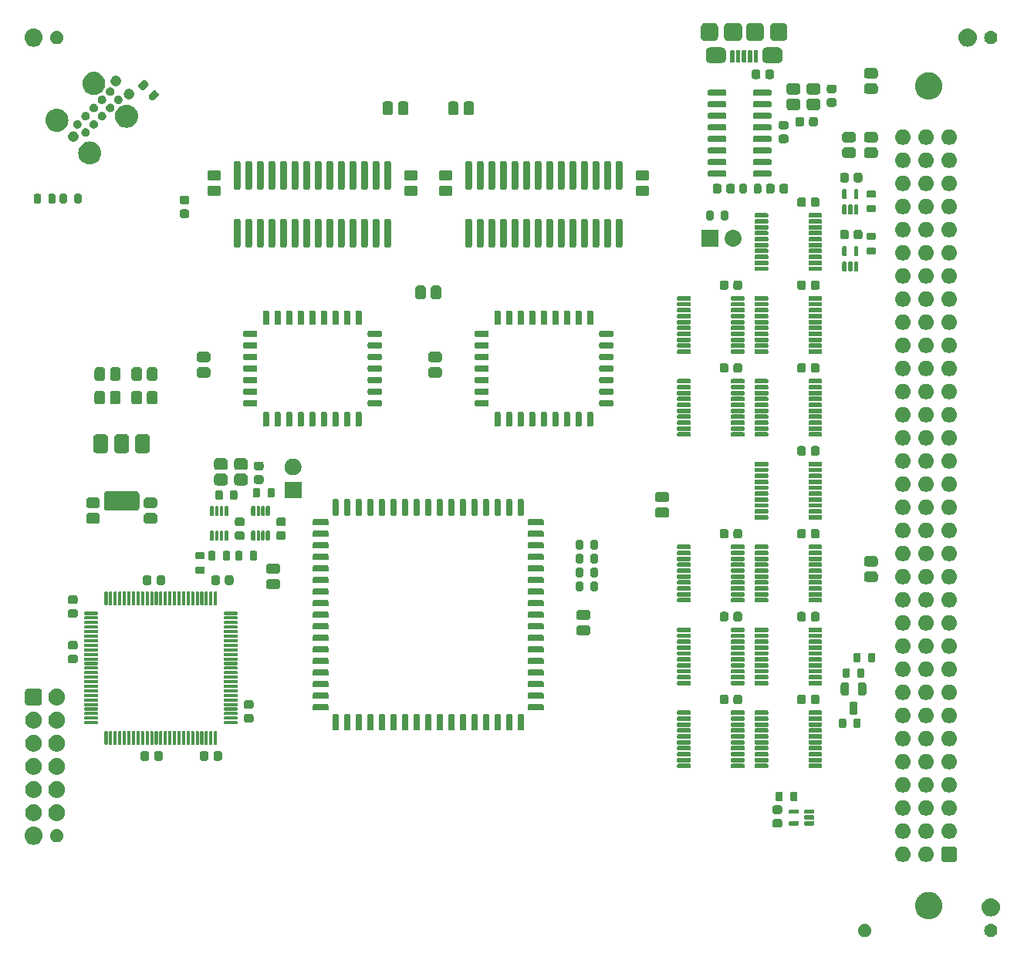
<source format=gts>
G04 #@! TF.GenerationSoftware,KiCad,Pcbnew,7.0.10*
G04 #@! TF.CreationDate,2024-03-29T04:01:23-04:00*
G04 #@! TF.ProjectId,WarpSE,57617270-5345-42e6-9b69-6361645f7063,1.0*
G04 #@! TF.SameCoordinates,Original*
G04 #@! TF.FileFunction,Soldermask,Top*
G04 #@! TF.FilePolarity,Negative*
%FSLAX46Y46*%
G04 Gerber Fmt 4.6, Leading zero omitted, Abs format (unit mm)*
G04 Created by KiCad (PCBNEW 7.0.10) date 2024-03-29 04:01:23*
%MOMM*%
%LPD*%
G01*
G04 APERTURE LIST*
G04 APERTURE END LIST*
G36*
X196630105Y-137216152D02*
G01*
X196783132Y-137269699D01*
X196920407Y-137355954D01*
X197035046Y-137470593D01*
X197121301Y-137607868D01*
X197174848Y-137760895D01*
X197193000Y-137922000D01*
X197174848Y-138083105D01*
X197121301Y-138236132D01*
X197035046Y-138373407D01*
X196920407Y-138488046D01*
X196783132Y-138574301D01*
X196630105Y-138627848D01*
X196469000Y-138646000D01*
X196307895Y-138627848D01*
X196154868Y-138574301D01*
X196017593Y-138488046D01*
X195902954Y-138373407D01*
X195816699Y-138236132D01*
X195763152Y-138083105D01*
X195745000Y-137922000D01*
X195763152Y-137760895D01*
X195816699Y-137607868D01*
X195902954Y-137470593D01*
X196017593Y-137355954D01*
X196154868Y-137269699D01*
X196307895Y-137216152D01*
X196469000Y-137198000D01*
X196630105Y-137216152D01*
G37*
G36*
X210473105Y-137216152D02*
G01*
X210626132Y-137269699D01*
X210763407Y-137355954D01*
X210878046Y-137470593D01*
X210964301Y-137607868D01*
X211017848Y-137760895D01*
X211036000Y-137922000D01*
X211017848Y-138083105D01*
X210964301Y-138236132D01*
X210878046Y-138373407D01*
X210763407Y-138488046D01*
X210626132Y-138574301D01*
X210473105Y-138627848D01*
X210312000Y-138646000D01*
X210150895Y-138627848D01*
X209997868Y-138574301D01*
X209860593Y-138488046D01*
X209745954Y-138373407D01*
X209659699Y-138236132D01*
X209606152Y-138083105D01*
X209588000Y-137922000D01*
X209606152Y-137760895D01*
X209659699Y-137607868D01*
X209745954Y-137470593D01*
X209860593Y-137355954D01*
X209997868Y-137269699D01*
X210150895Y-137216152D01*
X210312000Y-137198000D01*
X210473105Y-137216152D01*
G37*
G36*
X203562656Y-133673927D02*
G01*
X203623968Y-133673927D01*
X203678694Y-133683059D01*
X203734803Y-133687475D01*
X203802379Y-133703698D01*
X203868523Y-133714736D01*
X203915433Y-133730840D01*
X203963841Y-133742462D01*
X204034305Y-133771649D01*
X204103025Y-133795241D01*
X204141408Y-133816013D01*
X204181438Y-133832594D01*
X204252390Y-133876073D01*
X204321079Y-133913246D01*
X204350800Y-133936379D01*
X204382269Y-133955663D01*
X204451028Y-134014390D01*
X204516735Y-134065531D01*
X204538171Y-134088817D01*
X204561369Y-134108630D01*
X204625075Y-134183219D01*
X204684658Y-134247944D01*
X204698660Y-134269376D01*
X204714336Y-134287730D01*
X204770042Y-134378634D01*
X204820266Y-134455508D01*
X204828113Y-134473399D01*
X204837405Y-134488561D01*
X204882182Y-134596662D01*
X204919861Y-134682561D01*
X204923161Y-134695595D01*
X204927537Y-134706158D01*
X204958565Y-134835400D01*
X204980726Y-134922911D01*
X204981332Y-134930234D01*
X204982524Y-134935196D01*
X204997277Y-135122657D01*
X205001200Y-135170000D01*
X204997276Y-135217346D01*
X204982524Y-135404803D01*
X204981332Y-135409764D01*
X204980726Y-135417089D01*
X204958560Y-135504617D01*
X204927537Y-135633841D01*
X204923162Y-135644402D01*
X204919861Y-135657439D01*
X204882174Y-135743354D01*
X204837405Y-135851438D01*
X204828115Y-135866597D01*
X204820266Y-135884492D01*
X204770032Y-135961380D01*
X204714336Y-136052269D01*
X204698663Y-136070619D01*
X204684658Y-136092056D01*
X204625063Y-136156792D01*
X204561369Y-136231369D01*
X204538176Y-136251177D01*
X204516735Y-136274469D01*
X204451015Y-136325620D01*
X204382269Y-136384336D01*
X204350806Y-136403616D01*
X204321079Y-136426754D01*
X204252376Y-136463933D01*
X204181438Y-136507405D01*
X204141416Y-136523982D01*
X204103025Y-136544759D01*
X204034291Y-136568355D01*
X203963841Y-136597537D01*
X203915442Y-136609156D01*
X203868523Y-136625264D01*
X203802365Y-136636303D01*
X203734803Y-136652524D01*
X203678706Y-136656938D01*
X203623968Y-136666073D01*
X203562643Y-136666073D01*
X203500000Y-136671003D01*
X203437357Y-136666073D01*
X203376032Y-136666073D01*
X203321294Y-136656938D01*
X203265196Y-136652524D01*
X203197631Y-136636303D01*
X203131477Y-136625264D01*
X203084559Y-136609157D01*
X203036158Y-136597537D01*
X202965702Y-136568353D01*
X202896975Y-136544759D01*
X202858586Y-136523984D01*
X202818561Y-136507405D01*
X202747614Y-136463929D01*
X202678921Y-136426754D01*
X202649197Y-136403619D01*
X202617730Y-136384336D01*
X202548972Y-136325611D01*
X202483265Y-136274469D01*
X202461827Y-136251181D01*
X202438630Y-136231369D01*
X202374922Y-136156777D01*
X202315342Y-136092056D01*
X202301339Y-136070624D01*
X202285663Y-136052269D01*
X202229951Y-135961355D01*
X202179734Y-135884492D01*
X202171887Y-135866603D01*
X202162594Y-135851438D01*
X202117807Y-135743313D01*
X202080139Y-135657439D01*
X202076839Y-135644408D01*
X202072462Y-135633841D01*
X202041420Y-135504541D01*
X202019274Y-135417089D01*
X202018667Y-135409770D01*
X202017475Y-135404803D01*
X202002703Y-135217106D01*
X201998800Y-135170000D01*
X202002702Y-135122897D01*
X202017475Y-134935196D01*
X202018667Y-134930228D01*
X202019274Y-134922911D01*
X202041415Y-134835476D01*
X202072462Y-134706158D01*
X202076839Y-134695588D01*
X202080139Y-134682561D01*
X202117799Y-134596702D01*
X202162594Y-134488561D01*
X202171888Y-134473393D01*
X202179734Y-134455508D01*
X202229941Y-134378659D01*
X202285663Y-134287730D01*
X202301342Y-134269371D01*
X202315342Y-134247944D01*
X202374910Y-134183235D01*
X202438630Y-134108630D01*
X202461831Y-134088813D01*
X202483265Y-134065531D01*
X202548959Y-134014398D01*
X202617730Y-133955663D01*
X202649203Y-133936376D01*
X202678921Y-133913246D01*
X202747600Y-133876078D01*
X202818561Y-133832594D01*
X202858594Y-133816011D01*
X202896975Y-133795241D01*
X202965688Y-133771651D01*
X203036158Y-133742462D01*
X203084569Y-133730839D01*
X203131477Y-133714736D01*
X203197617Y-133703699D01*
X203265196Y-133687475D01*
X203321305Y-133683059D01*
X203376032Y-133673927D01*
X203437344Y-133673927D01*
X203500000Y-133668996D01*
X203562656Y-133673927D01*
G37*
G36*
X210507090Y-134401215D02*
G01*
X210694683Y-134458120D01*
X210867570Y-134550530D01*
X211019107Y-134674893D01*
X211143470Y-134826430D01*
X211235880Y-134999317D01*
X211292785Y-135186910D01*
X211312000Y-135382000D01*
X211292785Y-135577090D01*
X211235880Y-135764683D01*
X211143470Y-135937570D01*
X211019107Y-136089107D01*
X210867570Y-136213470D01*
X210694683Y-136305880D01*
X210507090Y-136362785D01*
X210312000Y-136382000D01*
X210116910Y-136362785D01*
X209929317Y-136305880D01*
X209756430Y-136213470D01*
X209604893Y-136089107D01*
X209480530Y-135937570D01*
X209388120Y-135764683D01*
X209331215Y-135577090D01*
X209312000Y-135382000D01*
X209331215Y-135186910D01*
X209388120Y-134999317D01*
X209480530Y-134826430D01*
X209604893Y-134674893D01*
X209756430Y-134550530D01*
X209929317Y-134458120D01*
X210116910Y-134401215D01*
X210312000Y-134382000D01*
X210507090Y-134401215D01*
G37*
G36*
X206349428Y-128699915D02*
G01*
X206359325Y-128704530D01*
X206365556Y-128705517D01*
X206409942Y-128728133D01*
X206452101Y-128747792D01*
X206455816Y-128751507D01*
X206456269Y-128751738D01*
X206528261Y-128823730D01*
X206528491Y-128824182D01*
X206532208Y-128827899D01*
X206551872Y-128870068D01*
X206574482Y-128914443D01*
X206575468Y-128920672D01*
X206580085Y-128930572D01*
X206591199Y-129015000D01*
X206591199Y-129019987D01*
X206591200Y-129019994D01*
X206591200Y-129716902D01*
X206591200Y-130065001D01*
X206580085Y-130149428D01*
X206575468Y-130159328D01*
X206574482Y-130165556D01*
X206551877Y-130209919D01*
X206532208Y-130252101D01*
X206528490Y-130255818D01*
X206528261Y-130256269D01*
X206456269Y-130328261D01*
X206455818Y-130328490D01*
X206452101Y-130332208D01*
X206409919Y-130351877D01*
X206365556Y-130374482D01*
X206359328Y-130375468D01*
X206349428Y-130380085D01*
X206265000Y-130391199D01*
X206260011Y-130391199D01*
X206260005Y-130391200D01*
X205219995Y-130391200D01*
X205219994Y-130391199D01*
X205214999Y-130391200D01*
X205130572Y-130380085D01*
X205120672Y-130375468D01*
X205114443Y-130374482D01*
X205070068Y-130351872D01*
X205027899Y-130332208D01*
X205024182Y-130328491D01*
X205023730Y-130328261D01*
X204951738Y-130256269D01*
X204951507Y-130255816D01*
X204947792Y-130252101D01*
X204928133Y-130209942D01*
X204905517Y-130165556D01*
X204904530Y-130159325D01*
X204899915Y-130149428D01*
X204888801Y-130065000D01*
X204888800Y-130060011D01*
X204888800Y-130060005D01*
X204888800Y-129019994D01*
X204888800Y-129019993D01*
X204888800Y-129014999D01*
X204899915Y-128930572D01*
X204904529Y-128920675D01*
X204905517Y-128914443D01*
X204928138Y-128870045D01*
X204947792Y-128827899D01*
X204951506Y-128824184D01*
X204951738Y-128823730D01*
X205023730Y-128751738D01*
X205024184Y-128751506D01*
X205027899Y-128747792D01*
X205070045Y-128728138D01*
X205114443Y-128705517D01*
X205120675Y-128704529D01*
X205130572Y-128699915D01*
X205215000Y-128688801D01*
X205219988Y-128688800D01*
X205219995Y-128688800D01*
X206260005Y-128688800D01*
X206265001Y-128688800D01*
X206349428Y-128699915D01*
G37*
G36*
X200923035Y-128730461D02*
G01*
X201085600Y-128802839D01*
X201229564Y-128907435D01*
X201348635Y-129039677D01*
X201437610Y-129193786D01*
X201492599Y-129363026D01*
X201511200Y-129540000D01*
X201492599Y-129716974D01*
X201437610Y-129886214D01*
X201348635Y-130040323D01*
X201229564Y-130172565D01*
X201085600Y-130277161D01*
X200923035Y-130349539D01*
X200748975Y-130386537D01*
X200571025Y-130386537D01*
X200396965Y-130349539D01*
X200234400Y-130277161D01*
X200090436Y-130172565D01*
X199971365Y-130040323D01*
X199882390Y-129886214D01*
X199827401Y-129716974D01*
X199808800Y-129540000D01*
X199827401Y-129363026D01*
X199882390Y-129193786D01*
X199971365Y-129039677D01*
X200090436Y-128907435D01*
X200234400Y-128802839D01*
X200396965Y-128730461D01*
X200571025Y-128693463D01*
X200748975Y-128693463D01*
X200923035Y-128730461D01*
G37*
G36*
X203463035Y-128730461D02*
G01*
X203625600Y-128802839D01*
X203769564Y-128907435D01*
X203888635Y-129039677D01*
X203977610Y-129193786D01*
X204032599Y-129363026D01*
X204051200Y-129540000D01*
X204032599Y-129716974D01*
X203977610Y-129886214D01*
X203888635Y-130040323D01*
X203769564Y-130172565D01*
X203625600Y-130277161D01*
X203463035Y-130349539D01*
X203288975Y-130386537D01*
X203111025Y-130386537D01*
X202936965Y-130349539D01*
X202774400Y-130277161D01*
X202630436Y-130172565D01*
X202511365Y-130040323D01*
X202422390Y-129886214D01*
X202367401Y-129716974D01*
X202348800Y-129540000D01*
X202367401Y-129363026D01*
X202422390Y-129193786D01*
X202511365Y-129039677D01*
X202630436Y-128907435D01*
X202774400Y-128802839D01*
X202936965Y-128730461D01*
X203111025Y-128693463D01*
X203288975Y-128693463D01*
X203463035Y-128730461D01*
G37*
G36*
X105478090Y-126527215D02*
G01*
X105665683Y-126584120D01*
X105838570Y-126676530D01*
X105990107Y-126800893D01*
X106114470Y-126952430D01*
X106206880Y-127125317D01*
X106263785Y-127312910D01*
X106283000Y-127508000D01*
X106263785Y-127703090D01*
X106206880Y-127890683D01*
X106114470Y-128063570D01*
X105990107Y-128215107D01*
X105838570Y-128339470D01*
X105665683Y-128431880D01*
X105478090Y-128488785D01*
X105283000Y-128508000D01*
X105087910Y-128488785D01*
X104900317Y-128431880D01*
X104727430Y-128339470D01*
X104575893Y-128215107D01*
X104451530Y-128063570D01*
X104359120Y-127890683D01*
X104302215Y-127703090D01*
X104283000Y-127508000D01*
X104302215Y-127312910D01*
X104359120Y-127125317D01*
X104451530Y-126952430D01*
X104575893Y-126800893D01*
X104727430Y-126676530D01*
X104900317Y-126584120D01*
X105087910Y-126527215D01*
X105283000Y-126508000D01*
X105478090Y-126527215D01*
G37*
G36*
X107984105Y-126802152D02*
G01*
X108137132Y-126855699D01*
X108274407Y-126941954D01*
X108389046Y-127056593D01*
X108475301Y-127193868D01*
X108528848Y-127346895D01*
X108547000Y-127508000D01*
X108528848Y-127669105D01*
X108475301Y-127822132D01*
X108389046Y-127959407D01*
X108274407Y-128074046D01*
X108137132Y-128160301D01*
X107984105Y-128213848D01*
X107823000Y-128232000D01*
X107661895Y-128213848D01*
X107508868Y-128160301D01*
X107371593Y-128074046D01*
X107256954Y-127959407D01*
X107170699Y-127822132D01*
X107117152Y-127669105D01*
X107099000Y-127508000D01*
X107117152Y-127346895D01*
X107170699Y-127193868D01*
X107256954Y-127056593D01*
X107371593Y-126941954D01*
X107508868Y-126855699D01*
X107661895Y-126802152D01*
X107823000Y-126784000D01*
X107984105Y-126802152D01*
G37*
G36*
X200923035Y-126190461D02*
G01*
X201085600Y-126262839D01*
X201229564Y-126367435D01*
X201348635Y-126499677D01*
X201437610Y-126653786D01*
X201492599Y-126823026D01*
X201511200Y-127000000D01*
X201492599Y-127176974D01*
X201437610Y-127346214D01*
X201348635Y-127500323D01*
X201229564Y-127632565D01*
X201085600Y-127737161D01*
X200923035Y-127809539D01*
X200748975Y-127846537D01*
X200571025Y-127846537D01*
X200396965Y-127809539D01*
X200234400Y-127737161D01*
X200090436Y-127632565D01*
X199971365Y-127500323D01*
X199882390Y-127346214D01*
X199827401Y-127176974D01*
X199808800Y-127000000D01*
X199827401Y-126823026D01*
X199882390Y-126653786D01*
X199971365Y-126499677D01*
X200090436Y-126367435D01*
X200234400Y-126262839D01*
X200396965Y-126190461D01*
X200571025Y-126153463D01*
X200748975Y-126153463D01*
X200923035Y-126190461D01*
G37*
G36*
X203463035Y-126190461D02*
G01*
X203625600Y-126262839D01*
X203769564Y-126367435D01*
X203888635Y-126499677D01*
X203977610Y-126653786D01*
X204032599Y-126823026D01*
X204051200Y-127000000D01*
X204032599Y-127176974D01*
X203977610Y-127346214D01*
X203888635Y-127500323D01*
X203769564Y-127632565D01*
X203625600Y-127737161D01*
X203463035Y-127809539D01*
X203288975Y-127846537D01*
X203111025Y-127846537D01*
X202936965Y-127809539D01*
X202774400Y-127737161D01*
X202630436Y-127632565D01*
X202511365Y-127500323D01*
X202422390Y-127346214D01*
X202367401Y-127176974D01*
X202348800Y-127000000D01*
X202367401Y-126823026D01*
X202422390Y-126653786D01*
X202511365Y-126499677D01*
X202630436Y-126367435D01*
X202774400Y-126262839D01*
X202936965Y-126190461D01*
X203111025Y-126153463D01*
X203288975Y-126153463D01*
X203463035Y-126190461D01*
G37*
G36*
X206003035Y-126190461D02*
G01*
X206165600Y-126262839D01*
X206309564Y-126367435D01*
X206428635Y-126499677D01*
X206517610Y-126653786D01*
X206572599Y-126823026D01*
X206591200Y-127000000D01*
X206572599Y-127176974D01*
X206517610Y-127346214D01*
X206428635Y-127500323D01*
X206309564Y-127632565D01*
X206165600Y-127737161D01*
X206003035Y-127809539D01*
X205828975Y-127846537D01*
X205651025Y-127846537D01*
X205476965Y-127809539D01*
X205314400Y-127737161D01*
X205170436Y-127632565D01*
X205051365Y-127500323D01*
X204962390Y-127346214D01*
X204907401Y-127176974D01*
X204888800Y-127000000D01*
X204907401Y-126823026D01*
X204962390Y-126653786D01*
X205051365Y-126499677D01*
X205170436Y-126367435D01*
X205314400Y-126262839D01*
X205476965Y-126190461D01*
X205651025Y-126153463D01*
X205828975Y-126153463D01*
X206003035Y-126190461D01*
G37*
G36*
X187170648Y-125676620D02*
G01*
X187228896Y-125684289D01*
X187243549Y-125691122D01*
X187262954Y-125694982D01*
X187288657Y-125712156D01*
X187312500Y-125723274D01*
X187327003Y-125737777D01*
X187348116Y-125751884D01*
X187362222Y-125772996D01*
X187376725Y-125787499D01*
X187387842Y-125811339D01*
X187405018Y-125837046D01*
X187408878Y-125856452D01*
X187415710Y-125871103D01*
X187423376Y-125929338D01*
X187425000Y-125937500D01*
X187425000Y-126362500D01*
X187423376Y-126370663D01*
X187415710Y-126428896D01*
X187408878Y-126443546D01*
X187405018Y-126462954D01*
X187387840Y-126488662D01*
X187376725Y-126512500D01*
X187362224Y-126527000D01*
X187348116Y-126548116D01*
X187327000Y-126562224D01*
X187312500Y-126576725D01*
X187288662Y-126587840D01*
X187262954Y-126605018D01*
X187243546Y-126608878D01*
X187228896Y-126615710D01*
X187170663Y-126623376D01*
X187162500Y-126625000D01*
X186637500Y-126625000D01*
X186629338Y-126623376D01*
X186571103Y-126615710D01*
X186556452Y-126608878D01*
X186537046Y-126605018D01*
X186511339Y-126587842D01*
X186487499Y-126576725D01*
X186472996Y-126562222D01*
X186451884Y-126548116D01*
X186437777Y-126527003D01*
X186423274Y-126512500D01*
X186412156Y-126488657D01*
X186394982Y-126462954D01*
X186391122Y-126443549D01*
X186384289Y-126428896D01*
X186376620Y-126370648D01*
X186375000Y-126362500D01*
X186375000Y-125937500D01*
X186376620Y-125929353D01*
X186384289Y-125871103D01*
X186391122Y-125856448D01*
X186394982Y-125837046D01*
X186412154Y-125811344D01*
X186423274Y-125787499D01*
X186437779Y-125772993D01*
X186451884Y-125751884D01*
X186472993Y-125737779D01*
X186487499Y-125723274D01*
X186511344Y-125712154D01*
X186537046Y-125694982D01*
X186556448Y-125691122D01*
X186571103Y-125684289D01*
X186629353Y-125676620D01*
X186637500Y-125675000D01*
X187162500Y-125675000D01*
X187170648Y-125676620D01*
G37*
G36*
X189153576Y-125920657D02*
G01*
X189198995Y-125951005D01*
X189229343Y-125996424D01*
X189240000Y-126050000D01*
X189240000Y-126250000D01*
X189229343Y-126303576D01*
X189198995Y-126348995D01*
X189153576Y-126379343D01*
X189100000Y-126390000D01*
X188300000Y-126390000D01*
X188246424Y-126379343D01*
X188201005Y-126348995D01*
X188170657Y-126303576D01*
X188160000Y-126250000D01*
X188160000Y-126050000D01*
X188170657Y-125996424D01*
X188201005Y-125951005D01*
X188246424Y-125920657D01*
X188300000Y-125910000D01*
X189100000Y-125910000D01*
X189153576Y-125920657D01*
G37*
G36*
X190853576Y-125920657D02*
G01*
X190898995Y-125951005D01*
X190929343Y-125996424D01*
X190940000Y-126050000D01*
X190940000Y-126250000D01*
X190929343Y-126303576D01*
X190898995Y-126348995D01*
X190853576Y-126379343D01*
X190800000Y-126390000D01*
X190000000Y-126390000D01*
X189946424Y-126379343D01*
X189901005Y-126348995D01*
X189870657Y-126303576D01*
X189860000Y-126250000D01*
X189860000Y-126050000D01*
X189870657Y-125996424D01*
X189901005Y-125951005D01*
X189946424Y-125920657D01*
X190000000Y-125910000D01*
X190800000Y-125910000D01*
X190853576Y-125920657D01*
G37*
G36*
X105331402Y-124046874D02*
G01*
X105379814Y-124046874D01*
X105421615Y-124055759D01*
X105463630Y-124059897D01*
X105516411Y-124075908D01*
X105569212Y-124087131D01*
X105603000Y-124102174D01*
X105637325Y-124112587D01*
X105691873Y-124141743D01*
X105746100Y-124165887D01*
X105771310Y-124184203D01*
X105797399Y-124198148D01*
X105850618Y-124241823D01*
X105902749Y-124279699D01*
X105919674Y-124298497D01*
X105937705Y-124313294D01*
X105986154Y-124372330D01*
X106032312Y-124423593D01*
X106042009Y-124440389D01*
X106052851Y-124453600D01*
X106092961Y-124528642D01*
X106129126Y-124591281D01*
X106133285Y-124604083D01*
X106138412Y-124613674D01*
X106166680Y-124706862D01*
X106188960Y-124775432D01*
X106189744Y-124782892D01*
X106191102Y-124787369D01*
X106204308Y-124921457D01*
X106209200Y-124968000D01*
X106204307Y-125014546D01*
X106191102Y-125148630D01*
X106189744Y-125153105D01*
X106188960Y-125160568D01*
X106166675Y-125229151D01*
X106138412Y-125322325D01*
X106133286Y-125331914D01*
X106129126Y-125344719D01*
X106092954Y-125407370D01*
X106052851Y-125482399D01*
X106042011Y-125495607D01*
X106032312Y-125512407D01*
X105986145Y-125563679D01*
X105937705Y-125622705D01*
X105919678Y-125637499D01*
X105902749Y-125656301D01*
X105850607Y-125694183D01*
X105797399Y-125737851D01*
X105771315Y-125751792D01*
X105746100Y-125770113D01*
X105691862Y-125794261D01*
X105637325Y-125823412D01*
X105603007Y-125833822D01*
X105569212Y-125848869D01*
X105516400Y-125860094D01*
X105463630Y-125876102D01*
X105421624Y-125880239D01*
X105379814Y-125889126D01*
X105331391Y-125889126D01*
X105283000Y-125893892D01*
X105234608Y-125889126D01*
X105186186Y-125889126D01*
X105144376Y-125880239D01*
X105102369Y-125876102D01*
X105049596Y-125860093D01*
X104996788Y-125848869D01*
X104962994Y-125833822D01*
X104928674Y-125823412D01*
X104874131Y-125794258D01*
X104819900Y-125770113D01*
X104794687Y-125751794D01*
X104768600Y-125737851D01*
X104715383Y-125694177D01*
X104663251Y-125656301D01*
X104646324Y-125637502D01*
X104628294Y-125622705D01*
X104579843Y-125563667D01*
X104533688Y-125512407D01*
X104523991Y-125495611D01*
X104513148Y-125482399D01*
X104473032Y-125407347D01*
X104436874Y-125344719D01*
X104432714Y-125331918D01*
X104427587Y-125322325D01*
X104399308Y-125229105D01*
X104377040Y-125160568D01*
X104376256Y-125153110D01*
X104374897Y-125148630D01*
X104361676Y-125014394D01*
X104356800Y-124968000D01*
X104361675Y-124921608D01*
X104374897Y-124787369D01*
X104376256Y-124782887D01*
X104377040Y-124775432D01*
X104399304Y-124706908D01*
X104427587Y-124613674D01*
X104432715Y-124604078D01*
X104436874Y-124591281D01*
X104473024Y-124528665D01*
X104513148Y-124453600D01*
X104523993Y-124440385D01*
X104533688Y-124423593D01*
X104579833Y-124372342D01*
X104628294Y-124313294D01*
X104646327Y-124298494D01*
X104663251Y-124279699D01*
X104715373Y-124241830D01*
X104768600Y-124198148D01*
X104794692Y-124184201D01*
X104819900Y-124165887D01*
X104874120Y-124141746D01*
X104928674Y-124112587D01*
X104963001Y-124102173D01*
X104996788Y-124087131D01*
X105049585Y-124075908D01*
X105102369Y-124059897D01*
X105144384Y-124055758D01*
X105186186Y-124046874D01*
X105234598Y-124046874D01*
X105283000Y-124042107D01*
X105331402Y-124046874D01*
G37*
G36*
X107871402Y-124046874D02*
G01*
X107919814Y-124046874D01*
X107961615Y-124055759D01*
X108003630Y-124059897D01*
X108056411Y-124075908D01*
X108109212Y-124087131D01*
X108143000Y-124102174D01*
X108177325Y-124112587D01*
X108231873Y-124141743D01*
X108286100Y-124165887D01*
X108311310Y-124184203D01*
X108337399Y-124198148D01*
X108390618Y-124241823D01*
X108442749Y-124279699D01*
X108459674Y-124298497D01*
X108477705Y-124313294D01*
X108526154Y-124372330D01*
X108572312Y-124423593D01*
X108582009Y-124440389D01*
X108592851Y-124453600D01*
X108632961Y-124528642D01*
X108669126Y-124591281D01*
X108673285Y-124604083D01*
X108678412Y-124613674D01*
X108706680Y-124706862D01*
X108728960Y-124775432D01*
X108729744Y-124782892D01*
X108731102Y-124787369D01*
X108744308Y-124921457D01*
X108749200Y-124968000D01*
X108744307Y-125014546D01*
X108731102Y-125148630D01*
X108729744Y-125153105D01*
X108728960Y-125160568D01*
X108706675Y-125229151D01*
X108678412Y-125322325D01*
X108673286Y-125331914D01*
X108669126Y-125344719D01*
X108632954Y-125407370D01*
X108592851Y-125482399D01*
X108582011Y-125495607D01*
X108572312Y-125512407D01*
X108526145Y-125563679D01*
X108477705Y-125622705D01*
X108459678Y-125637499D01*
X108442749Y-125656301D01*
X108390607Y-125694183D01*
X108337399Y-125737851D01*
X108311315Y-125751792D01*
X108286100Y-125770113D01*
X108231862Y-125794261D01*
X108177325Y-125823412D01*
X108143007Y-125833822D01*
X108109212Y-125848869D01*
X108056400Y-125860094D01*
X108003630Y-125876102D01*
X107961624Y-125880239D01*
X107919814Y-125889126D01*
X107871391Y-125889126D01*
X107823000Y-125893892D01*
X107774608Y-125889126D01*
X107726186Y-125889126D01*
X107684376Y-125880239D01*
X107642369Y-125876102D01*
X107589596Y-125860093D01*
X107536788Y-125848869D01*
X107502994Y-125833822D01*
X107468674Y-125823412D01*
X107414131Y-125794258D01*
X107359900Y-125770113D01*
X107334687Y-125751794D01*
X107308600Y-125737851D01*
X107255383Y-125694177D01*
X107203251Y-125656301D01*
X107186324Y-125637502D01*
X107168294Y-125622705D01*
X107119843Y-125563667D01*
X107073688Y-125512407D01*
X107063991Y-125495611D01*
X107053148Y-125482399D01*
X107013032Y-125407347D01*
X106976874Y-125344719D01*
X106972714Y-125331918D01*
X106967587Y-125322325D01*
X106939308Y-125229105D01*
X106917040Y-125160568D01*
X106916256Y-125153110D01*
X106914897Y-125148630D01*
X106901676Y-125014394D01*
X106896800Y-124968000D01*
X106901675Y-124921608D01*
X106914897Y-124787369D01*
X106916256Y-124782887D01*
X106917040Y-124775432D01*
X106939304Y-124706908D01*
X106967587Y-124613674D01*
X106972715Y-124604078D01*
X106976874Y-124591281D01*
X107013024Y-124528665D01*
X107053148Y-124453600D01*
X107063993Y-124440385D01*
X107073688Y-124423593D01*
X107119833Y-124372342D01*
X107168294Y-124313294D01*
X107186327Y-124298494D01*
X107203251Y-124279699D01*
X107255373Y-124241830D01*
X107308600Y-124198148D01*
X107334692Y-124184201D01*
X107359900Y-124165887D01*
X107414120Y-124141746D01*
X107468674Y-124112587D01*
X107503001Y-124102173D01*
X107536788Y-124087131D01*
X107589585Y-124075908D01*
X107642369Y-124059897D01*
X107684384Y-124055758D01*
X107726186Y-124046874D01*
X107774598Y-124046874D01*
X107823000Y-124042107D01*
X107871402Y-124046874D01*
G37*
G36*
X190853576Y-125270657D02*
G01*
X190898995Y-125301005D01*
X190929343Y-125346424D01*
X190940000Y-125400000D01*
X190940000Y-125600000D01*
X190929343Y-125653576D01*
X190898995Y-125698995D01*
X190853576Y-125729343D01*
X190800000Y-125740000D01*
X190000000Y-125740000D01*
X189946424Y-125729343D01*
X189901005Y-125698995D01*
X189870657Y-125653576D01*
X189860000Y-125600000D01*
X189860000Y-125400000D01*
X189870657Y-125346424D01*
X189901005Y-125301005D01*
X189946424Y-125270657D01*
X190000000Y-125260000D01*
X190800000Y-125260000D01*
X190853576Y-125270657D01*
G37*
G36*
X200923035Y-123650461D02*
G01*
X201085600Y-123722839D01*
X201229564Y-123827435D01*
X201348635Y-123959677D01*
X201437610Y-124113786D01*
X201492599Y-124283026D01*
X201511200Y-124460000D01*
X201492599Y-124636974D01*
X201437610Y-124806214D01*
X201348635Y-124960323D01*
X201229564Y-125092565D01*
X201085600Y-125197161D01*
X200923035Y-125269539D01*
X200748975Y-125306537D01*
X200571025Y-125306537D01*
X200396965Y-125269539D01*
X200234400Y-125197161D01*
X200090436Y-125092565D01*
X199971365Y-124960323D01*
X199882390Y-124806214D01*
X199827401Y-124636974D01*
X199808800Y-124460000D01*
X199827401Y-124283026D01*
X199882390Y-124113786D01*
X199971365Y-123959677D01*
X200090436Y-123827435D01*
X200234400Y-123722839D01*
X200396965Y-123650461D01*
X200571025Y-123613463D01*
X200748975Y-123613463D01*
X200923035Y-123650461D01*
G37*
G36*
X203463035Y-123650461D02*
G01*
X203625600Y-123722839D01*
X203769564Y-123827435D01*
X203888635Y-123959677D01*
X203977610Y-124113786D01*
X204032599Y-124283026D01*
X204051200Y-124460000D01*
X204032599Y-124636974D01*
X203977610Y-124806214D01*
X203888635Y-124960323D01*
X203769564Y-125092565D01*
X203625600Y-125197161D01*
X203463035Y-125269539D01*
X203288975Y-125306537D01*
X203111025Y-125306537D01*
X202936965Y-125269539D01*
X202774400Y-125197161D01*
X202630436Y-125092565D01*
X202511365Y-124960323D01*
X202422390Y-124806214D01*
X202367401Y-124636974D01*
X202348800Y-124460000D01*
X202367401Y-124283026D01*
X202422390Y-124113786D01*
X202511365Y-123959677D01*
X202630436Y-123827435D01*
X202774400Y-123722839D01*
X202936965Y-123650461D01*
X203111025Y-123613463D01*
X203288975Y-123613463D01*
X203463035Y-123650461D01*
G37*
G36*
X206003035Y-123650461D02*
G01*
X206165600Y-123722839D01*
X206309564Y-123827435D01*
X206428635Y-123959677D01*
X206517610Y-124113786D01*
X206572599Y-124283026D01*
X206591200Y-124460000D01*
X206572599Y-124636974D01*
X206517610Y-124806214D01*
X206428635Y-124960323D01*
X206309564Y-125092565D01*
X206165600Y-125197161D01*
X206003035Y-125269539D01*
X205828975Y-125306537D01*
X205651025Y-125306537D01*
X205476965Y-125269539D01*
X205314400Y-125197161D01*
X205170436Y-125092565D01*
X205051365Y-124960323D01*
X204962390Y-124806214D01*
X204907401Y-124636974D01*
X204888800Y-124460000D01*
X204907401Y-124283026D01*
X204962390Y-124113786D01*
X205051365Y-123959677D01*
X205170436Y-123827435D01*
X205314400Y-123722839D01*
X205476965Y-123650461D01*
X205651025Y-123613463D01*
X205828975Y-123613463D01*
X206003035Y-123650461D01*
G37*
G36*
X187170648Y-124176620D02*
G01*
X187228896Y-124184289D01*
X187243549Y-124191122D01*
X187262954Y-124194982D01*
X187288657Y-124212156D01*
X187312500Y-124223274D01*
X187327003Y-124237777D01*
X187348116Y-124251884D01*
X187362222Y-124272996D01*
X187376725Y-124287499D01*
X187387842Y-124311339D01*
X187405018Y-124337046D01*
X187408878Y-124356452D01*
X187415710Y-124371103D01*
X187423376Y-124429338D01*
X187425000Y-124437500D01*
X187425000Y-124862500D01*
X187423376Y-124870663D01*
X187415710Y-124928896D01*
X187408878Y-124943546D01*
X187405018Y-124962954D01*
X187387840Y-124988662D01*
X187376725Y-125012500D01*
X187362224Y-125027000D01*
X187348116Y-125048116D01*
X187327000Y-125062224D01*
X187312500Y-125076725D01*
X187288662Y-125087840D01*
X187262954Y-125105018D01*
X187243546Y-125108878D01*
X187228896Y-125115710D01*
X187170663Y-125123376D01*
X187162500Y-125125000D01*
X186637500Y-125125000D01*
X186629338Y-125123376D01*
X186571103Y-125115710D01*
X186556452Y-125108878D01*
X186537046Y-125105018D01*
X186511339Y-125087842D01*
X186487499Y-125076725D01*
X186472996Y-125062222D01*
X186451884Y-125048116D01*
X186437777Y-125027003D01*
X186423274Y-125012500D01*
X186412156Y-124988657D01*
X186394982Y-124962954D01*
X186391122Y-124943549D01*
X186384289Y-124928896D01*
X186376620Y-124870648D01*
X186375000Y-124862500D01*
X186375000Y-124437500D01*
X186376620Y-124429353D01*
X186384289Y-124371103D01*
X186391122Y-124356448D01*
X186394982Y-124337046D01*
X186412154Y-124311344D01*
X186423274Y-124287499D01*
X186437779Y-124272993D01*
X186451884Y-124251884D01*
X186472993Y-124237779D01*
X186487499Y-124223274D01*
X186511344Y-124212154D01*
X186537046Y-124194982D01*
X186556448Y-124191122D01*
X186571103Y-124184289D01*
X186629353Y-124176620D01*
X186637500Y-124175000D01*
X187162500Y-124175000D01*
X187170648Y-124176620D01*
G37*
G36*
X189153576Y-124620657D02*
G01*
X189198995Y-124651005D01*
X189229343Y-124696424D01*
X189240000Y-124750000D01*
X189240000Y-124950000D01*
X189229343Y-125003576D01*
X189198995Y-125048995D01*
X189153576Y-125079343D01*
X189100000Y-125090000D01*
X188300000Y-125090000D01*
X188246424Y-125079343D01*
X188201005Y-125048995D01*
X188170657Y-125003576D01*
X188160000Y-124950000D01*
X188160000Y-124750000D01*
X188170657Y-124696424D01*
X188201005Y-124651005D01*
X188246424Y-124620657D01*
X188300000Y-124610000D01*
X189100000Y-124610000D01*
X189153576Y-124620657D01*
G37*
G36*
X190853576Y-124620657D02*
G01*
X190898995Y-124651005D01*
X190929343Y-124696424D01*
X190940000Y-124750000D01*
X190940000Y-124950000D01*
X190929343Y-125003576D01*
X190898995Y-125048995D01*
X190853576Y-125079343D01*
X190800000Y-125090000D01*
X190000000Y-125090000D01*
X189946424Y-125079343D01*
X189901005Y-125048995D01*
X189870657Y-125003576D01*
X189860000Y-124950000D01*
X189860000Y-124750000D01*
X189870657Y-124696424D01*
X189901005Y-124651005D01*
X189946424Y-124620657D01*
X190000000Y-124610000D01*
X190800000Y-124610000D01*
X190853576Y-124620657D01*
G37*
G36*
X187280139Y-122676022D02*
G01*
X187324192Y-122681133D01*
X187339243Y-122687778D01*
X187361104Y-122692127D01*
X187384506Y-122707763D01*
X187401531Y-122715281D01*
X187413159Y-122726909D01*
X187434099Y-122740901D01*
X187448090Y-122761840D01*
X187459718Y-122773468D01*
X187467234Y-122790491D01*
X187482873Y-122813896D01*
X187487221Y-122835759D01*
X187493866Y-122850807D01*
X187498975Y-122894850D01*
X187500000Y-122900000D01*
X187500000Y-123500000D01*
X187498975Y-123505151D01*
X187493866Y-123549192D01*
X187487222Y-123564239D01*
X187482873Y-123586104D01*
X187467233Y-123609510D01*
X187459718Y-123626531D01*
X187448092Y-123638156D01*
X187434099Y-123659099D01*
X187413156Y-123673092D01*
X187401531Y-123684718D01*
X187384510Y-123692233D01*
X187361104Y-123707873D01*
X187339239Y-123712222D01*
X187324192Y-123718866D01*
X187280151Y-123723975D01*
X187275000Y-123725000D01*
X186925000Y-123725000D01*
X186919850Y-123723975D01*
X186875807Y-123718866D01*
X186860759Y-123712221D01*
X186838896Y-123707873D01*
X186815491Y-123692234D01*
X186798468Y-123684718D01*
X186786840Y-123673090D01*
X186765901Y-123659099D01*
X186751909Y-123638159D01*
X186740281Y-123626531D01*
X186732763Y-123609506D01*
X186717127Y-123586104D01*
X186712778Y-123564243D01*
X186706133Y-123549192D01*
X186701022Y-123505139D01*
X186700000Y-123500000D01*
X186700000Y-122900000D01*
X186701021Y-122894862D01*
X186706133Y-122850807D01*
X186712779Y-122835754D01*
X186717127Y-122813896D01*
X186732762Y-122790495D01*
X186740281Y-122773468D01*
X186751911Y-122761837D01*
X186765901Y-122740901D01*
X186786837Y-122726911D01*
X186798468Y-122715281D01*
X186815495Y-122707762D01*
X186838896Y-122692127D01*
X186860754Y-122687779D01*
X186875807Y-122681133D01*
X186919862Y-122676021D01*
X186925000Y-122675000D01*
X187275000Y-122675000D01*
X187280139Y-122676022D01*
G37*
G36*
X188880139Y-122676022D02*
G01*
X188924192Y-122681133D01*
X188939243Y-122687778D01*
X188961104Y-122692127D01*
X188984506Y-122707763D01*
X189001531Y-122715281D01*
X189013159Y-122726909D01*
X189034099Y-122740901D01*
X189048090Y-122761840D01*
X189059718Y-122773468D01*
X189067234Y-122790491D01*
X189082873Y-122813896D01*
X189087221Y-122835759D01*
X189093866Y-122850807D01*
X189098975Y-122894850D01*
X189100000Y-122900000D01*
X189100000Y-123500000D01*
X189098975Y-123505151D01*
X189093866Y-123549192D01*
X189087222Y-123564239D01*
X189082873Y-123586104D01*
X189067233Y-123609510D01*
X189059718Y-123626531D01*
X189048092Y-123638156D01*
X189034099Y-123659099D01*
X189013156Y-123673092D01*
X189001531Y-123684718D01*
X188984510Y-123692233D01*
X188961104Y-123707873D01*
X188939239Y-123712222D01*
X188924192Y-123718866D01*
X188880151Y-123723975D01*
X188875000Y-123725000D01*
X188525000Y-123725000D01*
X188519850Y-123723975D01*
X188475807Y-123718866D01*
X188460759Y-123712221D01*
X188438896Y-123707873D01*
X188415491Y-123692234D01*
X188398468Y-123684718D01*
X188386840Y-123673090D01*
X188365901Y-123659099D01*
X188351909Y-123638159D01*
X188340281Y-123626531D01*
X188332763Y-123609506D01*
X188317127Y-123586104D01*
X188312778Y-123564243D01*
X188306133Y-123549192D01*
X188301022Y-123505139D01*
X188300000Y-123500000D01*
X188300000Y-122900000D01*
X188301021Y-122894862D01*
X188306133Y-122850807D01*
X188312779Y-122835754D01*
X188317127Y-122813896D01*
X188332762Y-122790495D01*
X188340281Y-122773468D01*
X188351911Y-122761837D01*
X188365901Y-122740901D01*
X188386837Y-122726911D01*
X188398468Y-122715281D01*
X188415495Y-122707762D01*
X188438896Y-122692127D01*
X188460754Y-122687779D01*
X188475807Y-122681133D01*
X188519862Y-122676021D01*
X188525000Y-122675000D01*
X188875000Y-122675000D01*
X188880139Y-122676022D01*
G37*
G36*
X105331402Y-121506874D02*
G01*
X105379814Y-121506874D01*
X105421615Y-121515759D01*
X105463630Y-121519897D01*
X105516411Y-121535908D01*
X105569212Y-121547131D01*
X105603000Y-121562174D01*
X105637325Y-121572587D01*
X105691873Y-121601743D01*
X105746100Y-121625887D01*
X105771310Y-121644203D01*
X105797399Y-121658148D01*
X105850618Y-121701823D01*
X105902749Y-121739699D01*
X105919674Y-121758497D01*
X105937705Y-121773294D01*
X105986154Y-121832330D01*
X106032312Y-121883593D01*
X106042009Y-121900389D01*
X106052851Y-121913600D01*
X106092961Y-121988642D01*
X106129126Y-122051281D01*
X106133285Y-122064083D01*
X106138412Y-122073674D01*
X106166680Y-122166862D01*
X106188960Y-122235432D01*
X106189744Y-122242892D01*
X106191102Y-122247369D01*
X106204308Y-122381457D01*
X106209200Y-122428000D01*
X106204307Y-122474546D01*
X106191102Y-122608630D01*
X106189744Y-122613105D01*
X106188960Y-122620568D01*
X106166675Y-122689151D01*
X106138412Y-122782325D01*
X106133286Y-122791914D01*
X106129126Y-122804719D01*
X106092954Y-122867370D01*
X106052851Y-122942399D01*
X106042011Y-122955607D01*
X106032312Y-122972407D01*
X105986145Y-123023679D01*
X105937705Y-123082705D01*
X105919678Y-123097499D01*
X105902749Y-123116301D01*
X105850607Y-123154183D01*
X105797399Y-123197851D01*
X105771315Y-123211792D01*
X105746100Y-123230113D01*
X105691862Y-123254261D01*
X105637325Y-123283412D01*
X105603007Y-123293822D01*
X105569212Y-123308869D01*
X105516400Y-123320094D01*
X105463630Y-123336102D01*
X105421624Y-123340239D01*
X105379814Y-123349126D01*
X105331391Y-123349126D01*
X105283000Y-123353892D01*
X105234608Y-123349126D01*
X105186186Y-123349126D01*
X105144376Y-123340239D01*
X105102369Y-123336102D01*
X105049596Y-123320093D01*
X104996788Y-123308869D01*
X104962994Y-123293822D01*
X104928674Y-123283412D01*
X104874131Y-123254258D01*
X104819900Y-123230113D01*
X104794687Y-123211794D01*
X104768600Y-123197851D01*
X104715383Y-123154177D01*
X104663251Y-123116301D01*
X104646324Y-123097502D01*
X104628294Y-123082705D01*
X104579843Y-123023667D01*
X104533688Y-122972407D01*
X104523991Y-122955611D01*
X104513148Y-122942399D01*
X104473032Y-122867347D01*
X104436874Y-122804719D01*
X104432714Y-122791918D01*
X104427587Y-122782325D01*
X104399308Y-122689105D01*
X104377040Y-122620568D01*
X104376256Y-122613110D01*
X104374897Y-122608630D01*
X104361676Y-122474394D01*
X104356800Y-122428000D01*
X104361675Y-122381608D01*
X104374897Y-122247369D01*
X104376256Y-122242887D01*
X104377040Y-122235432D01*
X104399304Y-122166908D01*
X104427587Y-122073674D01*
X104432715Y-122064078D01*
X104436874Y-122051281D01*
X104473024Y-121988665D01*
X104513148Y-121913600D01*
X104523993Y-121900385D01*
X104533688Y-121883593D01*
X104579833Y-121832342D01*
X104628294Y-121773294D01*
X104646327Y-121758494D01*
X104663251Y-121739699D01*
X104715373Y-121701830D01*
X104768600Y-121658148D01*
X104794692Y-121644201D01*
X104819900Y-121625887D01*
X104874120Y-121601746D01*
X104928674Y-121572587D01*
X104963001Y-121562173D01*
X104996788Y-121547131D01*
X105049585Y-121535908D01*
X105102369Y-121519897D01*
X105144384Y-121515758D01*
X105186186Y-121506874D01*
X105234598Y-121506874D01*
X105283000Y-121502107D01*
X105331402Y-121506874D01*
G37*
G36*
X107871402Y-121506874D02*
G01*
X107919814Y-121506874D01*
X107961615Y-121515759D01*
X108003630Y-121519897D01*
X108056411Y-121535908D01*
X108109212Y-121547131D01*
X108143000Y-121562174D01*
X108177325Y-121572587D01*
X108231873Y-121601743D01*
X108286100Y-121625887D01*
X108311310Y-121644203D01*
X108337399Y-121658148D01*
X108390618Y-121701823D01*
X108442749Y-121739699D01*
X108459674Y-121758497D01*
X108477705Y-121773294D01*
X108526154Y-121832330D01*
X108572312Y-121883593D01*
X108582009Y-121900389D01*
X108592851Y-121913600D01*
X108632961Y-121988642D01*
X108669126Y-122051281D01*
X108673285Y-122064083D01*
X108678412Y-122073674D01*
X108706680Y-122166862D01*
X108728960Y-122235432D01*
X108729744Y-122242892D01*
X108731102Y-122247369D01*
X108744308Y-122381457D01*
X108749200Y-122428000D01*
X108744307Y-122474546D01*
X108731102Y-122608630D01*
X108729744Y-122613105D01*
X108728960Y-122620568D01*
X108706675Y-122689151D01*
X108678412Y-122782325D01*
X108673286Y-122791914D01*
X108669126Y-122804719D01*
X108632954Y-122867370D01*
X108592851Y-122942399D01*
X108582011Y-122955607D01*
X108572312Y-122972407D01*
X108526145Y-123023679D01*
X108477705Y-123082705D01*
X108459678Y-123097499D01*
X108442749Y-123116301D01*
X108390607Y-123154183D01*
X108337399Y-123197851D01*
X108311315Y-123211792D01*
X108286100Y-123230113D01*
X108231862Y-123254261D01*
X108177325Y-123283412D01*
X108143007Y-123293822D01*
X108109212Y-123308869D01*
X108056400Y-123320094D01*
X108003630Y-123336102D01*
X107961624Y-123340239D01*
X107919814Y-123349126D01*
X107871391Y-123349126D01*
X107823000Y-123353892D01*
X107774608Y-123349126D01*
X107726186Y-123349126D01*
X107684376Y-123340239D01*
X107642369Y-123336102D01*
X107589596Y-123320093D01*
X107536788Y-123308869D01*
X107502994Y-123293822D01*
X107468674Y-123283412D01*
X107414131Y-123254258D01*
X107359900Y-123230113D01*
X107334687Y-123211794D01*
X107308600Y-123197851D01*
X107255383Y-123154177D01*
X107203251Y-123116301D01*
X107186324Y-123097502D01*
X107168294Y-123082705D01*
X107119843Y-123023667D01*
X107073688Y-122972407D01*
X107063991Y-122955611D01*
X107053148Y-122942399D01*
X107013032Y-122867347D01*
X106976874Y-122804719D01*
X106972714Y-122791918D01*
X106967587Y-122782325D01*
X106939308Y-122689105D01*
X106917040Y-122620568D01*
X106916256Y-122613110D01*
X106914897Y-122608630D01*
X106901676Y-122474394D01*
X106896800Y-122428000D01*
X106901675Y-122381608D01*
X106914897Y-122247369D01*
X106916256Y-122242887D01*
X106917040Y-122235432D01*
X106939304Y-122166908D01*
X106967587Y-122073674D01*
X106972715Y-122064078D01*
X106976874Y-122051281D01*
X107013024Y-121988665D01*
X107053148Y-121913600D01*
X107063993Y-121900385D01*
X107073688Y-121883593D01*
X107119833Y-121832342D01*
X107168294Y-121773294D01*
X107186327Y-121758494D01*
X107203251Y-121739699D01*
X107255373Y-121701830D01*
X107308600Y-121658148D01*
X107334692Y-121644201D01*
X107359900Y-121625887D01*
X107414120Y-121601746D01*
X107468674Y-121572587D01*
X107503001Y-121562173D01*
X107536788Y-121547131D01*
X107589585Y-121535908D01*
X107642369Y-121519897D01*
X107684384Y-121515758D01*
X107726186Y-121506874D01*
X107774598Y-121506874D01*
X107823000Y-121502107D01*
X107871402Y-121506874D01*
G37*
G36*
X200923035Y-121110461D02*
G01*
X201085600Y-121182839D01*
X201229564Y-121287435D01*
X201348635Y-121419677D01*
X201437610Y-121573786D01*
X201492599Y-121743026D01*
X201511200Y-121920000D01*
X201492599Y-122096974D01*
X201437610Y-122266214D01*
X201348635Y-122420323D01*
X201229564Y-122552565D01*
X201085600Y-122657161D01*
X200923035Y-122729539D01*
X200748975Y-122766537D01*
X200571025Y-122766537D01*
X200396965Y-122729539D01*
X200234400Y-122657161D01*
X200090436Y-122552565D01*
X199971365Y-122420323D01*
X199882390Y-122266214D01*
X199827401Y-122096974D01*
X199808800Y-121920000D01*
X199827401Y-121743026D01*
X199882390Y-121573786D01*
X199971365Y-121419677D01*
X200090436Y-121287435D01*
X200234400Y-121182839D01*
X200396965Y-121110461D01*
X200571025Y-121073463D01*
X200748975Y-121073463D01*
X200923035Y-121110461D01*
G37*
G36*
X203463035Y-121110461D02*
G01*
X203625600Y-121182839D01*
X203769564Y-121287435D01*
X203888635Y-121419677D01*
X203977610Y-121573786D01*
X204032599Y-121743026D01*
X204051200Y-121920000D01*
X204032599Y-122096974D01*
X203977610Y-122266214D01*
X203888635Y-122420323D01*
X203769564Y-122552565D01*
X203625600Y-122657161D01*
X203463035Y-122729539D01*
X203288975Y-122766537D01*
X203111025Y-122766537D01*
X202936965Y-122729539D01*
X202774400Y-122657161D01*
X202630436Y-122552565D01*
X202511365Y-122420323D01*
X202422390Y-122266214D01*
X202367401Y-122096974D01*
X202348800Y-121920000D01*
X202367401Y-121743026D01*
X202422390Y-121573786D01*
X202511365Y-121419677D01*
X202630436Y-121287435D01*
X202774400Y-121182839D01*
X202936965Y-121110461D01*
X203111025Y-121073463D01*
X203288975Y-121073463D01*
X203463035Y-121110461D01*
G37*
G36*
X206003035Y-121110461D02*
G01*
X206165600Y-121182839D01*
X206309564Y-121287435D01*
X206428635Y-121419677D01*
X206517610Y-121573786D01*
X206572599Y-121743026D01*
X206591200Y-121920000D01*
X206572599Y-122096974D01*
X206517610Y-122266214D01*
X206428635Y-122420323D01*
X206309564Y-122552565D01*
X206165600Y-122657161D01*
X206003035Y-122729539D01*
X205828975Y-122766537D01*
X205651025Y-122766537D01*
X205476965Y-122729539D01*
X205314400Y-122657161D01*
X205170436Y-122552565D01*
X205051365Y-122420323D01*
X204962390Y-122266214D01*
X204907401Y-122096974D01*
X204888800Y-121920000D01*
X204907401Y-121743026D01*
X204962390Y-121573786D01*
X205051365Y-121419677D01*
X205170436Y-121287435D01*
X205314400Y-121182839D01*
X205476965Y-121110461D01*
X205651025Y-121073463D01*
X205828975Y-121073463D01*
X206003035Y-121110461D01*
G37*
G36*
X105331402Y-118966874D02*
G01*
X105379814Y-118966874D01*
X105421615Y-118975759D01*
X105463630Y-118979897D01*
X105516411Y-118995908D01*
X105569212Y-119007131D01*
X105603000Y-119022174D01*
X105637325Y-119032587D01*
X105691873Y-119061743D01*
X105746100Y-119085887D01*
X105771310Y-119104203D01*
X105797399Y-119118148D01*
X105850618Y-119161823D01*
X105902749Y-119199699D01*
X105919674Y-119218497D01*
X105937705Y-119233294D01*
X105986154Y-119292330D01*
X106032312Y-119343593D01*
X106042009Y-119360389D01*
X106052851Y-119373600D01*
X106092961Y-119448642D01*
X106129126Y-119511281D01*
X106133285Y-119524083D01*
X106138412Y-119533674D01*
X106166680Y-119626862D01*
X106188960Y-119695432D01*
X106189744Y-119702892D01*
X106191102Y-119707369D01*
X106204308Y-119841457D01*
X106209200Y-119888000D01*
X106204307Y-119934546D01*
X106191102Y-120068630D01*
X106189744Y-120073105D01*
X106188960Y-120080568D01*
X106166675Y-120149151D01*
X106138412Y-120242325D01*
X106133286Y-120251914D01*
X106129126Y-120264719D01*
X106092954Y-120327370D01*
X106052851Y-120402399D01*
X106042011Y-120415607D01*
X106032312Y-120432407D01*
X105986145Y-120483679D01*
X105937705Y-120542705D01*
X105919678Y-120557499D01*
X105902749Y-120576301D01*
X105850607Y-120614183D01*
X105797399Y-120657851D01*
X105771315Y-120671792D01*
X105746100Y-120690113D01*
X105691862Y-120714261D01*
X105637325Y-120743412D01*
X105603007Y-120753822D01*
X105569212Y-120768869D01*
X105516400Y-120780094D01*
X105463630Y-120796102D01*
X105421624Y-120800239D01*
X105379814Y-120809126D01*
X105331391Y-120809126D01*
X105283000Y-120813892D01*
X105234608Y-120809126D01*
X105186186Y-120809126D01*
X105144376Y-120800239D01*
X105102369Y-120796102D01*
X105049596Y-120780093D01*
X104996788Y-120768869D01*
X104962994Y-120753822D01*
X104928674Y-120743412D01*
X104874131Y-120714258D01*
X104819900Y-120690113D01*
X104794687Y-120671794D01*
X104768600Y-120657851D01*
X104715383Y-120614177D01*
X104663251Y-120576301D01*
X104646324Y-120557502D01*
X104628294Y-120542705D01*
X104579843Y-120483667D01*
X104533688Y-120432407D01*
X104523991Y-120415611D01*
X104513148Y-120402399D01*
X104473032Y-120327347D01*
X104436874Y-120264719D01*
X104432714Y-120251918D01*
X104427587Y-120242325D01*
X104399308Y-120149105D01*
X104377040Y-120080568D01*
X104376256Y-120073110D01*
X104374897Y-120068630D01*
X104361676Y-119934394D01*
X104356800Y-119888000D01*
X104361675Y-119841608D01*
X104374897Y-119707369D01*
X104376256Y-119702887D01*
X104377040Y-119695432D01*
X104399304Y-119626908D01*
X104427587Y-119533674D01*
X104432715Y-119524078D01*
X104436874Y-119511281D01*
X104473024Y-119448665D01*
X104513148Y-119373600D01*
X104523993Y-119360385D01*
X104533688Y-119343593D01*
X104579833Y-119292342D01*
X104628294Y-119233294D01*
X104646327Y-119218494D01*
X104663251Y-119199699D01*
X104715373Y-119161830D01*
X104768600Y-119118148D01*
X104794692Y-119104201D01*
X104819900Y-119085887D01*
X104874120Y-119061746D01*
X104928674Y-119032587D01*
X104963001Y-119022173D01*
X104996788Y-119007131D01*
X105049585Y-118995908D01*
X105102369Y-118979897D01*
X105144384Y-118975758D01*
X105186186Y-118966874D01*
X105234598Y-118966874D01*
X105283000Y-118962107D01*
X105331402Y-118966874D01*
G37*
G36*
X107871402Y-118966874D02*
G01*
X107919814Y-118966874D01*
X107961615Y-118975759D01*
X108003630Y-118979897D01*
X108056411Y-118995908D01*
X108109212Y-119007131D01*
X108143000Y-119022174D01*
X108177325Y-119032587D01*
X108231873Y-119061743D01*
X108286100Y-119085887D01*
X108311310Y-119104203D01*
X108337399Y-119118148D01*
X108390618Y-119161823D01*
X108442749Y-119199699D01*
X108459674Y-119218497D01*
X108477705Y-119233294D01*
X108526154Y-119292330D01*
X108572312Y-119343593D01*
X108582009Y-119360389D01*
X108592851Y-119373600D01*
X108632961Y-119448642D01*
X108669126Y-119511281D01*
X108673285Y-119524083D01*
X108678412Y-119533674D01*
X108706680Y-119626862D01*
X108728960Y-119695432D01*
X108729744Y-119702892D01*
X108731102Y-119707369D01*
X108744308Y-119841457D01*
X108749200Y-119888000D01*
X108744307Y-119934546D01*
X108731102Y-120068630D01*
X108729744Y-120073105D01*
X108728960Y-120080568D01*
X108706675Y-120149151D01*
X108678412Y-120242325D01*
X108673286Y-120251914D01*
X108669126Y-120264719D01*
X108632954Y-120327370D01*
X108592851Y-120402399D01*
X108582011Y-120415607D01*
X108572312Y-120432407D01*
X108526145Y-120483679D01*
X108477705Y-120542705D01*
X108459678Y-120557499D01*
X108442749Y-120576301D01*
X108390607Y-120614183D01*
X108337399Y-120657851D01*
X108311315Y-120671792D01*
X108286100Y-120690113D01*
X108231862Y-120714261D01*
X108177325Y-120743412D01*
X108143007Y-120753822D01*
X108109212Y-120768869D01*
X108056400Y-120780094D01*
X108003630Y-120796102D01*
X107961624Y-120800239D01*
X107919814Y-120809126D01*
X107871391Y-120809126D01*
X107823000Y-120813892D01*
X107774608Y-120809126D01*
X107726186Y-120809126D01*
X107684376Y-120800239D01*
X107642369Y-120796102D01*
X107589596Y-120780093D01*
X107536788Y-120768869D01*
X107502994Y-120753822D01*
X107468674Y-120743412D01*
X107414131Y-120714258D01*
X107359900Y-120690113D01*
X107334687Y-120671794D01*
X107308600Y-120657851D01*
X107255383Y-120614177D01*
X107203251Y-120576301D01*
X107186324Y-120557502D01*
X107168294Y-120542705D01*
X107119843Y-120483667D01*
X107073688Y-120432407D01*
X107063991Y-120415611D01*
X107053148Y-120402399D01*
X107013032Y-120327347D01*
X106976874Y-120264719D01*
X106972714Y-120251918D01*
X106967587Y-120242325D01*
X106939308Y-120149105D01*
X106917040Y-120080568D01*
X106916256Y-120073110D01*
X106914897Y-120068630D01*
X106901676Y-119934394D01*
X106896800Y-119888000D01*
X106901675Y-119841608D01*
X106914897Y-119707369D01*
X106916256Y-119702887D01*
X106917040Y-119695432D01*
X106939304Y-119626908D01*
X106967587Y-119533674D01*
X106972715Y-119524078D01*
X106976874Y-119511281D01*
X107013024Y-119448665D01*
X107053148Y-119373600D01*
X107063993Y-119360385D01*
X107073688Y-119343593D01*
X107119833Y-119292342D01*
X107168294Y-119233294D01*
X107186327Y-119218494D01*
X107203251Y-119199699D01*
X107255373Y-119161830D01*
X107308600Y-119118148D01*
X107334692Y-119104201D01*
X107359900Y-119085887D01*
X107414120Y-119061746D01*
X107468674Y-119032587D01*
X107503001Y-119022173D01*
X107536788Y-119007131D01*
X107589585Y-118995908D01*
X107642369Y-118979897D01*
X107684384Y-118975758D01*
X107726186Y-118966874D01*
X107774598Y-118966874D01*
X107823000Y-118962107D01*
X107871402Y-118966874D01*
G37*
G36*
X200923035Y-118570461D02*
G01*
X201085600Y-118642839D01*
X201229564Y-118747435D01*
X201348635Y-118879677D01*
X201437610Y-119033786D01*
X201492599Y-119203026D01*
X201511200Y-119380000D01*
X201492599Y-119556974D01*
X201437610Y-119726214D01*
X201348635Y-119880323D01*
X201229564Y-120012565D01*
X201085600Y-120117161D01*
X200923035Y-120189539D01*
X200748975Y-120226537D01*
X200571025Y-120226537D01*
X200396965Y-120189539D01*
X200234400Y-120117161D01*
X200090436Y-120012565D01*
X199971365Y-119880323D01*
X199882390Y-119726214D01*
X199827401Y-119556974D01*
X199808800Y-119380000D01*
X199827401Y-119203026D01*
X199882390Y-119033786D01*
X199971365Y-118879677D01*
X200090436Y-118747435D01*
X200234400Y-118642839D01*
X200396965Y-118570461D01*
X200571025Y-118533463D01*
X200748975Y-118533463D01*
X200923035Y-118570461D01*
G37*
G36*
X203463035Y-118570461D02*
G01*
X203625600Y-118642839D01*
X203769564Y-118747435D01*
X203888635Y-118879677D01*
X203977610Y-119033786D01*
X204032599Y-119203026D01*
X204051200Y-119380000D01*
X204032599Y-119556974D01*
X203977610Y-119726214D01*
X203888635Y-119880323D01*
X203769564Y-120012565D01*
X203625600Y-120117161D01*
X203463035Y-120189539D01*
X203288975Y-120226537D01*
X203111025Y-120226537D01*
X202936965Y-120189539D01*
X202774400Y-120117161D01*
X202630436Y-120012565D01*
X202511365Y-119880323D01*
X202422390Y-119726214D01*
X202367401Y-119556974D01*
X202348800Y-119380000D01*
X202367401Y-119203026D01*
X202422390Y-119033786D01*
X202511365Y-118879677D01*
X202630436Y-118747435D01*
X202774400Y-118642839D01*
X202936965Y-118570461D01*
X203111025Y-118533463D01*
X203288975Y-118533463D01*
X203463035Y-118570461D01*
G37*
G36*
X206003035Y-118570461D02*
G01*
X206165600Y-118642839D01*
X206309564Y-118747435D01*
X206428635Y-118879677D01*
X206517610Y-119033786D01*
X206572599Y-119203026D01*
X206591200Y-119380000D01*
X206572599Y-119556974D01*
X206517610Y-119726214D01*
X206428635Y-119880323D01*
X206309564Y-120012565D01*
X206165600Y-120117161D01*
X206003035Y-120189539D01*
X205828975Y-120226537D01*
X205651025Y-120226537D01*
X205476965Y-120189539D01*
X205314400Y-120117161D01*
X205170436Y-120012565D01*
X205051365Y-119880323D01*
X204962390Y-119726214D01*
X204907401Y-119556974D01*
X204888800Y-119380000D01*
X204907401Y-119203026D01*
X204962390Y-119033786D01*
X205051365Y-118879677D01*
X205170436Y-118747435D01*
X205314400Y-118642839D01*
X205476965Y-118570461D01*
X205651025Y-118533463D01*
X205828975Y-118533463D01*
X206003035Y-118570461D01*
G37*
G36*
X177314736Y-119611390D02*
G01*
X177359020Y-119640980D01*
X177388610Y-119685264D01*
X177399000Y-119737500D01*
X177399000Y-119962500D01*
X177388610Y-120014736D01*
X177359020Y-120059020D01*
X177314736Y-120088610D01*
X177262500Y-120099000D01*
X176037500Y-120099000D01*
X175985264Y-120088610D01*
X175940980Y-120059020D01*
X175911390Y-120014736D01*
X175901000Y-119962500D01*
X175901000Y-119737500D01*
X175911390Y-119685264D01*
X175940980Y-119640980D01*
X175985264Y-119611390D01*
X176037500Y-119601000D01*
X177262500Y-119601000D01*
X177314736Y-119611390D01*
G37*
G36*
X183214736Y-119611390D02*
G01*
X183259020Y-119640980D01*
X183288610Y-119685264D01*
X183299000Y-119737500D01*
X183299000Y-119962500D01*
X183288610Y-120014736D01*
X183259020Y-120059020D01*
X183214736Y-120088610D01*
X183162500Y-120099000D01*
X181937500Y-120099000D01*
X181885264Y-120088610D01*
X181840980Y-120059020D01*
X181811390Y-120014736D01*
X181801000Y-119962500D01*
X181801000Y-119737500D01*
X181811390Y-119685264D01*
X181840980Y-119640980D01*
X181885264Y-119611390D01*
X181937500Y-119601000D01*
X183162500Y-119601000D01*
X183214736Y-119611390D01*
G37*
G36*
X185814736Y-119611390D02*
G01*
X185859020Y-119640980D01*
X185888610Y-119685264D01*
X185899000Y-119737500D01*
X185899000Y-119962500D01*
X185888610Y-120014736D01*
X185859020Y-120059020D01*
X185814736Y-120088610D01*
X185762500Y-120099000D01*
X184537500Y-120099000D01*
X184485264Y-120088610D01*
X184440980Y-120059020D01*
X184411390Y-120014736D01*
X184401000Y-119962500D01*
X184401000Y-119737500D01*
X184411390Y-119685264D01*
X184440980Y-119640980D01*
X184485264Y-119611390D01*
X184537500Y-119601000D01*
X185762500Y-119601000D01*
X185814736Y-119611390D01*
G37*
G36*
X191714736Y-119611390D02*
G01*
X191759020Y-119640980D01*
X191788610Y-119685264D01*
X191799000Y-119737500D01*
X191799000Y-119962500D01*
X191788610Y-120014736D01*
X191759020Y-120059020D01*
X191714736Y-120088610D01*
X191662500Y-120099000D01*
X190437500Y-120099000D01*
X190385264Y-120088610D01*
X190340980Y-120059020D01*
X190311390Y-120014736D01*
X190301000Y-119962500D01*
X190301000Y-119737500D01*
X190311390Y-119685264D01*
X190340980Y-119640980D01*
X190385264Y-119611390D01*
X190437500Y-119601000D01*
X191662500Y-119601000D01*
X191714736Y-119611390D01*
G37*
G36*
X177314736Y-118961390D02*
G01*
X177359020Y-118990980D01*
X177388610Y-119035264D01*
X177399000Y-119087500D01*
X177399000Y-119312500D01*
X177388610Y-119364736D01*
X177359020Y-119409020D01*
X177314736Y-119438610D01*
X177262500Y-119449000D01*
X176037500Y-119449000D01*
X175985264Y-119438610D01*
X175940980Y-119409020D01*
X175911390Y-119364736D01*
X175901000Y-119312500D01*
X175901000Y-119087500D01*
X175911390Y-119035264D01*
X175940980Y-118990980D01*
X175985264Y-118961390D01*
X176037500Y-118951000D01*
X177262500Y-118951000D01*
X177314736Y-118961390D01*
G37*
G36*
X183214736Y-118961390D02*
G01*
X183259020Y-118990980D01*
X183288610Y-119035264D01*
X183299000Y-119087500D01*
X183299000Y-119312500D01*
X183288610Y-119364736D01*
X183259020Y-119409020D01*
X183214736Y-119438610D01*
X183162500Y-119449000D01*
X181937500Y-119449000D01*
X181885264Y-119438610D01*
X181840980Y-119409020D01*
X181811390Y-119364736D01*
X181801000Y-119312500D01*
X181801000Y-119087500D01*
X181811390Y-119035264D01*
X181840980Y-118990980D01*
X181885264Y-118961390D01*
X181937500Y-118951000D01*
X183162500Y-118951000D01*
X183214736Y-118961390D01*
G37*
G36*
X185814736Y-118961390D02*
G01*
X185859020Y-118990980D01*
X185888610Y-119035264D01*
X185899000Y-119087500D01*
X185899000Y-119312500D01*
X185888610Y-119364736D01*
X185859020Y-119409020D01*
X185814736Y-119438610D01*
X185762500Y-119449000D01*
X184537500Y-119449000D01*
X184485264Y-119438610D01*
X184440980Y-119409020D01*
X184411390Y-119364736D01*
X184401000Y-119312500D01*
X184401000Y-119087500D01*
X184411390Y-119035264D01*
X184440980Y-118990980D01*
X184485264Y-118961390D01*
X184537500Y-118951000D01*
X185762500Y-118951000D01*
X185814736Y-118961390D01*
G37*
G36*
X191714736Y-118961390D02*
G01*
X191759020Y-118990980D01*
X191788610Y-119035264D01*
X191799000Y-119087500D01*
X191799000Y-119312500D01*
X191788610Y-119364736D01*
X191759020Y-119409020D01*
X191714736Y-119438610D01*
X191662500Y-119449000D01*
X190437500Y-119449000D01*
X190385264Y-119438610D01*
X190340980Y-119409020D01*
X190311390Y-119364736D01*
X190301000Y-119312500D01*
X190301000Y-119087500D01*
X190311390Y-119035264D01*
X190340980Y-118990980D01*
X190385264Y-118961390D01*
X190437500Y-118951000D01*
X191662500Y-118951000D01*
X191714736Y-118961390D01*
G37*
G36*
X117720648Y-118226620D02*
G01*
X117778896Y-118234289D01*
X117793549Y-118241122D01*
X117812954Y-118244982D01*
X117838657Y-118262156D01*
X117862500Y-118273274D01*
X117877003Y-118287777D01*
X117898116Y-118301884D01*
X117912222Y-118322996D01*
X117926725Y-118337499D01*
X117937842Y-118361339D01*
X117955018Y-118387046D01*
X117958878Y-118406452D01*
X117965710Y-118421103D01*
X117973376Y-118479338D01*
X117975000Y-118487500D01*
X117975000Y-119012500D01*
X117973376Y-119020663D01*
X117965710Y-119078896D01*
X117958878Y-119093546D01*
X117955018Y-119112954D01*
X117937840Y-119138662D01*
X117926725Y-119162500D01*
X117912224Y-119177000D01*
X117898116Y-119198116D01*
X117877000Y-119212224D01*
X117862500Y-119226725D01*
X117838662Y-119237840D01*
X117812954Y-119255018D01*
X117793546Y-119258878D01*
X117778896Y-119265710D01*
X117720663Y-119273376D01*
X117712500Y-119275000D01*
X117287500Y-119275000D01*
X117279338Y-119273376D01*
X117221103Y-119265710D01*
X117206452Y-119258878D01*
X117187046Y-119255018D01*
X117161339Y-119237842D01*
X117137499Y-119226725D01*
X117122996Y-119212222D01*
X117101884Y-119198116D01*
X117087777Y-119177003D01*
X117073274Y-119162500D01*
X117062156Y-119138657D01*
X117044982Y-119112954D01*
X117041122Y-119093549D01*
X117034289Y-119078896D01*
X117026620Y-119020648D01*
X117025000Y-119012500D01*
X117025000Y-118487500D01*
X117026620Y-118479353D01*
X117034289Y-118421103D01*
X117041122Y-118406448D01*
X117044982Y-118387046D01*
X117062154Y-118361344D01*
X117073274Y-118337499D01*
X117087779Y-118322993D01*
X117101884Y-118301884D01*
X117122993Y-118287779D01*
X117137499Y-118273274D01*
X117161344Y-118262154D01*
X117187046Y-118244982D01*
X117206448Y-118241122D01*
X117221103Y-118234289D01*
X117279353Y-118226620D01*
X117287500Y-118225000D01*
X117712500Y-118225000D01*
X117720648Y-118226620D01*
G37*
G36*
X119220648Y-118226620D02*
G01*
X119278896Y-118234289D01*
X119293549Y-118241122D01*
X119312954Y-118244982D01*
X119338657Y-118262156D01*
X119362500Y-118273274D01*
X119377003Y-118287777D01*
X119398116Y-118301884D01*
X119412222Y-118322996D01*
X119426725Y-118337499D01*
X119437842Y-118361339D01*
X119455018Y-118387046D01*
X119458878Y-118406452D01*
X119465710Y-118421103D01*
X119473376Y-118479338D01*
X119475000Y-118487500D01*
X119475000Y-119012500D01*
X119473376Y-119020663D01*
X119465710Y-119078896D01*
X119458878Y-119093546D01*
X119455018Y-119112954D01*
X119437840Y-119138662D01*
X119426725Y-119162500D01*
X119412224Y-119177000D01*
X119398116Y-119198116D01*
X119377000Y-119212224D01*
X119362500Y-119226725D01*
X119338662Y-119237840D01*
X119312954Y-119255018D01*
X119293546Y-119258878D01*
X119278896Y-119265710D01*
X119220663Y-119273376D01*
X119212500Y-119275000D01*
X118787500Y-119275000D01*
X118779338Y-119273376D01*
X118721103Y-119265710D01*
X118706452Y-119258878D01*
X118687046Y-119255018D01*
X118661339Y-119237842D01*
X118637499Y-119226725D01*
X118622996Y-119212222D01*
X118601884Y-119198116D01*
X118587777Y-119177003D01*
X118573274Y-119162500D01*
X118562156Y-119138657D01*
X118544982Y-119112954D01*
X118541122Y-119093549D01*
X118534289Y-119078896D01*
X118526620Y-119020648D01*
X118525000Y-119012500D01*
X118525000Y-118487500D01*
X118526620Y-118479353D01*
X118534289Y-118421103D01*
X118541122Y-118406448D01*
X118544982Y-118387046D01*
X118562154Y-118361344D01*
X118573274Y-118337499D01*
X118587779Y-118322993D01*
X118601884Y-118301884D01*
X118622993Y-118287779D01*
X118637499Y-118273274D01*
X118661344Y-118262154D01*
X118687046Y-118244982D01*
X118706448Y-118241122D01*
X118721103Y-118234289D01*
X118779353Y-118226620D01*
X118787500Y-118225000D01*
X119212500Y-118225000D01*
X119220648Y-118226620D01*
G37*
G36*
X124220648Y-118226620D02*
G01*
X124278896Y-118234289D01*
X124293549Y-118241122D01*
X124312954Y-118244982D01*
X124338657Y-118262156D01*
X124362500Y-118273274D01*
X124377003Y-118287777D01*
X124398116Y-118301884D01*
X124412222Y-118322996D01*
X124426725Y-118337499D01*
X124437842Y-118361339D01*
X124455018Y-118387046D01*
X124458878Y-118406452D01*
X124465710Y-118421103D01*
X124473376Y-118479338D01*
X124475000Y-118487500D01*
X124475000Y-119012500D01*
X124473376Y-119020663D01*
X124465710Y-119078896D01*
X124458878Y-119093546D01*
X124455018Y-119112954D01*
X124437840Y-119138662D01*
X124426725Y-119162500D01*
X124412224Y-119177000D01*
X124398116Y-119198116D01*
X124377000Y-119212224D01*
X124362500Y-119226725D01*
X124338662Y-119237840D01*
X124312954Y-119255018D01*
X124293546Y-119258878D01*
X124278896Y-119265710D01*
X124220663Y-119273376D01*
X124212500Y-119275000D01*
X123787500Y-119275000D01*
X123779338Y-119273376D01*
X123721103Y-119265710D01*
X123706452Y-119258878D01*
X123687046Y-119255018D01*
X123661339Y-119237842D01*
X123637499Y-119226725D01*
X123622996Y-119212222D01*
X123601884Y-119198116D01*
X123587777Y-119177003D01*
X123573274Y-119162500D01*
X123562156Y-119138657D01*
X123544982Y-119112954D01*
X123541122Y-119093549D01*
X123534289Y-119078896D01*
X123526620Y-119020648D01*
X123525000Y-119012500D01*
X123525000Y-118487500D01*
X123526620Y-118479353D01*
X123534289Y-118421103D01*
X123541122Y-118406448D01*
X123544982Y-118387046D01*
X123562154Y-118361344D01*
X123573274Y-118337499D01*
X123587779Y-118322993D01*
X123601884Y-118301884D01*
X123622993Y-118287779D01*
X123637499Y-118273274D01*
X123661344Y-118262154D01*
X123687046Y-118244982D01*
X123706448Y-118241122D01*
X123721103Y-118234289D01*
X123779353Y-118226620D01*
X123787500Y-118225000D01*
X124212500Y-118225000D01*
X124220648Y-118226620D01*
G37*
G36*
X125720648Y-118226620D02*
G01*
X125778896Y-118234289D01*
X125793549Y-118241122D01*
X125812954Y-118244982D01*
X125838657Y-118262156D01*
X125862500Y-118273274D01*
X125877003Y-118287777D01*
X125898116Y-118301884D01*
X125912222Y-118322996D01*
X125926725Y-118337499D01*
X125937842Y-118361339D01*
X125955018Y-118387046D01*
X125958878Y-118406452D01*
X125965710Y-118421103D01*
X125973376Y-118479338D01*
X125975000Y-118487500D01*
X125975000Y-119012500D01*
X125973376Y-119020663D01*
X125965710Y-119078896D01*
X125958878Y-119093546D01*
X125955018Y-119112954D01*
X125937840Y-119138662D01*
X125926725Y-119162500D01*
X125912224Y-119177000D01*
X125898116Y-119198116D01*
X125877000Y-119212224D01*
X125862500Y-119226725D01*
X125838662Y-119237840D01*
X125812954Y-119255018D01*
X125793546Y-119258878D01*
X125778896Y-119265710D01*
X125720663Y-119273376D01*
X125712500Y-119275000D01*
X125287500Y-119275000D01*
X125279338Y-119273376D01*
X125221103Y-119265710D01*
X125206452Y-119258878D01*
X125187046Y-119255018D01*
X125161339Y-119237842D01*
X125137499Y-119226725D01*
X125122996Y-119212222D01*
X125101884Y-119198116D01*
X125087777Y-119177003D01*
X125073274Y-119162500D01*
X125062156Y-119138657D01*
X125044982Y-119112954D01*
X125041122Y-119093549D01*
X125034289Y-119078896D01*
X125026620Y-119020648D01*
X125025000Y-119012500D01*
X125025000Y-118487500D01*
X125026620Y-118479353D01*
X125034289Y-118421103D01*
X125041122Y-118406448D01*
X125044982Y-118387046D01*
X125062154Y-118361344D01*
X125073274Y-118337499D01*
X125087779Y-118322993D01*
X125101884Y-118301884D01*
X125122993Y-118287779D01*
X125137499Y-118273274D01*
X125161344Y-118262154D01*
X125187046Y-118244982D01*
X125206448Y-118241122D01*
X125221103Y-118234289D01*
X125279353Y-118226620D01*
X125287500Y-118225000D01*
X125712500Y-118225000D01*
X125720648Y-118226620D01*
G37*
G36*
X177314736Y-118311390D02*
G01*
X177359020Y-118340980D01*
X177388610Y-118385264D01*
X177399000Y-118437500D01*
X177399000Y-118662500D01*
X177388610Y-118714736D01*
X177359020Y-118759020D01*
X177314736Y-118788610D01*
X177262500Y-118799000D01*
X176037500Y-118799000D01*
X175985264Y-118788610D01*
X175940980Y-118759020D01*
X175911390Y-118714736D01*
X175901000Y-118662500D01*
X175901000Y-118437500D01*
X175911390Y-118385264D01*
X175940980Y-118340980D01*
X175985264Y-118311390D01*
X176037500Y-118301000D01*
X177262500Y-118301000D01*
X177314736Y-118311390D01*
G37*
G36*
X183214736Y-118311390D02*
G01*
X183259020Y-118340980D01*
X183288610Y-118385264D01*
X183299000Y-118437500D01*
X183299000Y-118662500D01*
X183288610Y-118714736D01*
X183259020Y-118759020D01*
X183214736Y-118788610D01*
X183162500Y-118799000D01*
X181937500Y-118799000D01*
X181885264Y-118788610D01*
X181840980Y-118759020D01*
X181811390Y-118714736D01*
X181801000Y-118662500D01*
X181801000Y-118437500D01*
X181811390Y-118385264D01*
X181840980Y-118340980D01*
X181885264Y-118311390D01*
X181937500Y-118301000D01*
X183162500Y-118301000D01*
X183214736Y-118311390D01*
G37*
G36*
X185814736Y-118311390D02*
G01*
X185859020Y-118340980D01*
X185888610Y-118385264D01*
X185899000Y-118437500D01*
X185899000Y-118662500D01*
X185888610Y-118714736D01*
X185859020Y-118759020D01*
X185814736Y-118788610D01*
X185762500Y-118799000D01*
X184537500Y-118799000D01*
X184485264Y-118788610D01*
X184440980Y-118759020D01*
X184411390Y-118714736D01*
X184401000Y-118662500D01*
X184401000Y-118437500D01*
X184411390Y-118385264D01*
X184440980Y-118340980D01*
X184485264Y-118311390D01*
X184537500Y-118301000D01*
X185762500Y-118301000D01*
X185814736Y-118311390D01*
G37*
G36*
X191714736Y-118311390D02*
G01*
X191759020Y-118340980D01*
X191788610Y-118385264D01*
X191799000Y-118437500D01*
X191799000Y-118662500D01*
X191788610Y-118714736D01*
X191759020Y-118759020D01*
X191714736Y-118788610D01*
X191662500Y-118799000D01*
X190437500Y-118799000D01*
X190385264Y-118788610D01*
X190340980Y-118759020D01*
X190311390Y-118714736D01*
X190301000Y-118662500D01*
X190301000Y-118437500D01*
X190311390Y-118385264D01*
X190340980Y-118340980D01*
X190385264Y-118311390D01*
X190437500Y-118301000D01*
X191662500Y-118301000D01*
X191714736Y-118311390D01*
G37*
G36*
X105331402Y-116426874D02*
G01*
X105379814Y-116426874D01*
X105421615Y-116435759D01*
X105463630Y-116439897D01*
X105516411Y-116455908D01*
X105569212Y-116467131D01*
X105603000Y-116482174D01*
X105637325Y-116492587D01*
X105691873Y-116521743D01*
X105746100Y-116545887D01*
X105771310Y-116564203D01*
X105797399Y-116578148D01*
X105850618Y-116621823D01*
X105902749Y-116659699D01*
X105919674Y-116678497D01*
X105937705Y-116693294D01*
X105986154Y-116752330D01*
X106032312Y-116803593D01*
X106042009Y-116820389D01*
X106052851Y-116833600D01*
X106092961Y-116908642D01*
X106129126Y-116971281D01*
X106133285Y-116984083D01*
X106138412Y-116993674D01*
X106166680Y-117086862D01*
X106188960Y-117155432D01*
X106189744Y-117162892D01*
X106191102Y-117167369D01*
X106204308Y-117301457D01*
X106209200Y-117348000D01*
X106204307Y-117394546D01*
X106191102Y-117528630D01*
X106189744Y-117533105D01*
X106188960Y-117540568D01*
X106166675Y-117609151D01*
X106138412Y-117702325D01*
X106133286Y-117711914D01*
X106129126Y-117724719D01*
X106092954Y-117787370D01*
X106052851Y-117862399D01*
X106042011Y-117875607D01*
X106032312Y-117892407D01*
X105986145Y-117943679D01*
X105937705Y-118002705D01*
X105919678Y-118017499D01*
X105902749Y-118036301D01*
X105850607Y-118074183D01*
X105797399Y-118117851D01*
X105771315Y-118131792D01*
X105746100Y-118150113D01*
X105691862Y-118174261D01*
X105637325Y-118203412D01*
X105603007Y-118213822D01*
X105569212Y-118228869D01*
X105516400Y-118240094D01*
X105463630Y-118256102D01*
X105421624Y-118260239D01*
X105379814Y-118269126D01*
X105331391Y-118269126D01*
X105283000Y-118273892D01*
X105234608Y-118269126D01*
X105186186Y-118269126D01*
X105144376Y-118260239D01*
X105102369Y-118256102D01*
X105049596Y-118240093D01*
X104996788Y-118228869D01*
X104962994Y-118213822D01*
X104928674Y-118203412D01*
X104874131Y-118174258D01*
X104819900Y-118150113D01*
X104794687Y-118131794D01*
X104768600Y-118117851D01*
X104715383Y-118074177D01*
X104663251Y-118036301D01*
X104646324Y-118017502D01*
X104628294Y-118002705D01*
X104579843Y-117943667D01*
X104533688Y-117892407D01*
X104523991Y-117875611D01*
X104513148Y-117862399D01*
X104473032Y-117787347D01*
X104436874Y-117724719D01*
X104432714Y-117711918D01*
X104427587Y-117702325D01*
X104399308Y-117609105D01*
X104377040Y-117540568D01*
X104376256Y-117533110D01*
X104374897Y-117528630D01*
X104361676Y-117394394D01*
X104356800Y-117348000D01*
X104361675Y-117301608D01*
X104374897Y-117167369D01*
X104376256Y-117162887D01*
X104377040Y-117155432D01*
X104399304Y-117086908D01*
X104427587Y-116993674D01*
X104432715Y-116984078D01*
X104436874Y-116971281D01*
X104473024Y-116908665D01*
X104513148Y-116833600D01*
X104523993Y-116820385D01*
X104533688Y-116803593D01*
X104579833Y-116752342D01*
X104628294Y-116693294D01*
X104646327Y-116678494D01*
X104663251Y-116659699D01*
X104715373Y-116621830D01*
X104768600Y-116578148D01*
X104794692Y-116564201D01*
X104819900Y-116545887D01*
X104874120Y-116521746D01*
X104928674Y-116492587D01*
X104963001Y-116482173D01*
X104996788Y-116467131D01*
X105049585Y-116455908D01*
X105102369Y-116439897D01*
X105144384Y-116435758D01*
X105186186Y-116426874D01*
X105234598Y-116426874D01*
X105283000Y-116422107D01*
X105331402Y-116426874D01*
G37*
G36*
X107871402Y-116426874D02*
G01*
X107919814Y-116426874D01*
X107961615Y-116435759D01*
X108003630Y-116439897D01*
X108056411Y-116455908D01*
X108109212Y-116467131D01*
X108143000Y-116482174D01*
X108177325Y-116492587D01*
X108231873Y-116521743D01*
X108286100Y-116545887D01*
X108311310Y-116564203D01*
X108337399Y-116578148D01*
X108390618Y-116621823D01*
X108442749Y-116659699D01*
X108459674Y-116678497D01*
X108477705Y-116693294D01*
X108526154Y-116752330D01*
X108572312Y-116803593D01*
X108582009Y-116820389D01*
X108592851Y-116833600D01*
X108632961Y-116908642D01*
X108669126Y-116971281D01*
X108673285Y-116984083D01*
X108678412Y-116993674D01*
X108706680Y-117086862D01*
X108728960Y-117155432D01*
X108729744Y-117162892D01*
X108731102Y-117167369D01*
X108744308Y-117301457D01*
X108749200Y-117348000D01*
X108744307Y-117394546D01*
X108731102Y-117528630D01*
X108729744Y-117533105D01*
X108728960Y-117540568D01*
X108706675Y-117609151D01*
X108678412Y-117702325D01*
X108673286Y-117711914D01*
X108669126Y-117724719D01*
X108632954Y-117787370D01*
X108592851Y-117862399D01*
X108582011Y-117875607D01*
X108572312Y-117892407D01*
X108526145Y-117943679D01*
X108477705Y-118002705D01*
X108459678Y-118017499D01*
X108442749Y-118036301D01*
X108390607Y-118074183D01*
X108337399Y-118117851D01*
X108311315Y-118131792D01*
X108286100Y-118150113D01*
X108231862Y-118174261D01*
X108177325Y-118203412D01*
X108143007Y-118213822D01*
X108109212Y-118228869D01*
X108056400Y-118240094D01*
X108003630Y-118256102D01*
X107961624Y-118260239D01*
X107919814Y-118269126D01*
X107871391Y-118269126D01*
X107823000Y-118273892D01*
X107774608Y-118269126D01*
X107726186Y-118269126D01*
X107684376Y-118260239D01*
X107642369Y-118256102D01*
X107589596Y-118240093D01*
X107536788Y-118228869D01*
X107502994Y-118213822D01*
X107468674Y-118203412D01*
X107414131Y-118174258D01*
X107359900Y-118150113D01*
X107334687Y-118131794D01*
X107308600Y-118117851D01*
X107255383Y-118074177D01*
X107203251Y-118036301D01*
X107186324Y-118017502D01*
X107168294Y-118002705D01*
X107119843Y-117943667D01*
X107073688Y-117892407D01*
X107063991Y-117875611D01*
X107053148Y-117862399D01*
X107013032Y-117787347D01*
X106976874Y-117724719D01*
X106972714Y-117711918D01*
X106967587Y-117702325D01*
X106939308Y-117609105D01*
X106917040Y-117540568D01*
X106916256Y-117533110D01*
X106914897Y-117528630D01*
X106901676Y-117394394D01*
X106896800Y-117348000D01*
X106901675Y-117301608D01*
X106914897Y-117167369D01*
X106916256Y-117162887D01*
X106917040Y-117155432D01*
X106939304Y-117086908D01*
X106967587Y-116993674D01*
X106972715Y-116984078D01*
X106976874Y-116971281D01*
X107013024Y-116908665D01*
X107053148Y-116833600D01*
X107063993Y-116820385D01*
X107073688Y-116803593D01*
X107119833Y-116752342D01*
X107168294Y-116693294D01*
X107186327Y-116678494D01*
X107203251Y-116659699D01*
X107255373Y-116621830D01*
X107308600Y-116578148D01*
X107334692Y-116564201D01*
X107359900Y-116545887D01*
X107414120Y-116521746D01*
X107468674Y-116492587D01*
X107503001Y-116482173D01*
X107536788Y-116467131D01*
X107589585Y-116455908D01*
X107642369Y-116439897D01*
X107684384Y-116435758D01*
X107726186Y-116426874D01*
X107774598Y-116426874D01*
X107823000Y-116422107D01*
X107871402Y-116426874D01*
G37*
G36*
X177314736Y-117661390D02*
G01*
X177359020Y-117690980D01*
X177388610Y-117735264D01*
X177399000Y-117787500D01*
X177399000Y-118012500D01*
X177388610Y-118064736D01*
X177359020Y-118109020D01*
X177314736Y-118138610D01*
X177262500Y-118149000D01*
X176037500Y-118149000D01*
X175985264Y-118138610D01*
X175940980Y-118109020D01*
X175911390Y-118064736D01*
X175901000Y-118012500D01*
X175901000Y-117787500D01*
X175911390Y-117735264D01*
X175940980Y-117690980D01*
X175985264Y-117661390D01*
X176037500Y-117651000D01*
X177262500Y-117651000D01*
X177314736Y-117661390D01*
G37*
G36*
X183214736Y-117661390D02*
G01*
X183259020Y-117690980D01*
X183288610Y-117735264D01*
X183299000Y-117787500D01*
X183299000Y-118012500D01*
X183288610Y-118064736D01*
X183259020Y-118109020D01*
X183214736Y-118138610D01*
X183162500Y-118149000D01*
X181937500Y-118149000D01*
X181885264Y-118138610D01*
X181840980Y-118109020D01*
X181811390Y-118064736D01*
X181801000Y-118012500D01*
X181801000Y-117787500D01*
X181811390Y-117735264D01*
X181840980Y-117690980D01*
X181885264Y-117661390D01*
X181937500Y-117651000D01*
X183162500Y-117651000D01*
X183214736Y-117661390D01*
G37*
G36*
X185814736Y-117661390D02*
G01*
X185859020Y-117690980D01*
X185888610Y-117735264D01*
X185899000Y-117787500D01*
X185899000Y-118012500D01*
X185888610Y-118064736D01*
X185859020Y-118109020D01*
X185814736Y-118138610D01*
X185762500Y-118149000D01*
X184537500Y-118149000D01*
X184485264Y-118138610D01*
X184440980Y-118109020D01*
X184411390Y-118064736D01*
X184401000Y-118012500D01*
X184401000Y-117787500D01*
X184411390Y-117735264D01*
X184440980Y-117690980D01*
X184485264Y-117661390D01*
X184537500Y-117651000D01*
X185762500Y-117651000D01*
X185814736Y-117661390D01*
G37*
G36*
X191714736Y-117661390D02*
G01*
X191759020Y-117690980D01*
X191788610Y-117735264D01*
X191799000Y-117787500D01*
X191799000Y-118012500D01*
X191788610Y-118064736D01*
X191759020Y-118109020D01*
X191714736Y-118138610D01*
X191662500Y-118149000D01*
X190437500Y-118149000D01*
X190385264Y-118138610D01*
X190340980Y-118109020D01*
X190311390Y-118064736D01*
X190301000Y-118012500D01*
X190301000Y-117787500D01*
X190311390Y-117735264D01*
X190340980Y-117690980D01*
X190385264Y-117661390D01*
X190437500Y-117651000D01*
X191662500Y-117651000D01*
X191714736Y-117661390D01*
G37*
G36*
X200923035Y-116030461D02*
G01*
X201085600Y-116102839D01*
X201229564Y-116207435D01*
X201348635Y-116339677D01*
X201437610Y-116493786D01*
X201492599Y-116663026D01*
X201511200Y-116840000D01*
X201492599Y-117016974D01*
X201437610Y-117186214D01*
X201348635Y-117340323D01*
X201229564Y-117472565D01*
X201085600Y-117577161D01*
X200923035Y-117649539D01*
X200748975Y-117686537D01*
X200571025Y-117686537D01*
X200396965Y-117649539D01*
X200234400Y-117577161D01*
X200090436Y-117472565D01*
X199971365Y-117340323D01*
X199882390Y-117186214D01*
X199827401Y-117016974D01*
X199808800Y-116840000D01*
X199827401Y-116663026D01*
X199882390Y-116493786D01*
X199971365Y-116339677D01*
X200090436Y-116207435D01*
X200234400Y-116102839D01*
X200396965Y-116030461D01*
X200571025Y-115993463D01*
X200748975Y-115993463D01*
X200923035Y-116030461D01*
G37*
G36*
X203463035Y-116030461D02*
G01*
X203625600Y-116102839D01*
X203769564Y-116207435D01*
X203888635Y-116339677D01*
X203977610Y-116493786D01*
X204032599Y-116663026D01*
X204051200Y-116840000D01*
X204032599Y-117016974D01*
X203977610Y-117186214D01*
X203888635Y-117340323D01*
X203769564Y-117472565D01*
X203625600Y-117577161D01*
X203463035Y-117649539D01*
X203288975Y-117686537D01*
X203111025Y-117686537D01*
X202936965Y-117649539D01*
X202774400Y-117577161D01*
X202630436Y-117472565D01*
X202511365Y-117340323D01*
X202422390Y-117186214D01*
X202367401Y-117016974D01*
X202348800Y-116840000D01*
X202367401Y-116663026D01*
X202422390Y-116493786D01*
X202511365Y-116339677D01*
X202630436Y-116207435D01*
X202774400Y-116102839D01*
X202936965Y-116030461D01*
X203111025Y-115993463D01*
X203288975Y-115993463D01*
X203463035Y-116030461D01*
G37*
G36*
X206003035Y-116030461D02*
G01*
X206165600Y-116102839D01*
X206309564Y-116207435D01*
X206428635Y-116339677D01*
X206517610Y-116493786D01*
X206572599Y-116663026D01*
X206591200Y-116840000D01*
X206572599Y-117016974D01*
X206517610Y-117186214D01*
X206428635Y-117340323D01*
X206309564Y-117472565D01*
X206165600Y-117577161D01*
X206003035Y-117649539D01*
X205828975Y-117686537D01*
X205651025Y-117686537D01*
X205476965Y-117649539D01*
X205314400Y-117577161D01*
X205170436Y-117472565D01*
X205051365Y-117340323D01*
X204962390Y-117186214D01*
X204907401Y-117016974D01*
X204888800Y-116840000D01*
X204907401Y-116663026D01*
X204962390Y-116493786D01*
X205051365Y-116339677D01*
X205170436Y-116207435D01*
X205314400Y-116102839D01*
X205476965Y-116030461D01*
X205651025Y-115993463D01*
X205828975Y-115993463D01*
X206003035Y-116030461D01*
G37*
G36*
X113362886Y-116008536D02*
G01*
X113395004Y-116029996D01*
X113416464Y-116062114D01*
X113424000Y-116100000D01*
X113424000Y-117425000D01*
X113416464Y-117462886D01*
X113395004Y-117495004D01*
X113362886Y-117516464D01*
X113325000Y-117524000D01*
X113175000Y-117524000D01*
X113137114Y-117516464D01*
X113104996Y-117495004D01*
X113083536Y-117462886D01*
X113076000Y-117425000D01*
X113076000Y-116100000D01*
X113083536Y-116062114D01*
X113104996Y-116029996D01*
X113137114Y-116008536D01*
X113175000Y-116001000D01*
X113325000Y-116001000D01*
X113362886Y-116008536D01*
G37*
G36*
X113862886Y-116008536D02*
G01*
X113895004Y-116029996D01*
X113916464Y-116062114D01*
X113924000Y-116100000D01*
X113924000Y-117425000D01*
X113916464Y-117462886D01*
X113895004Y-117495004D01*
X113862886Y-117516464D01*
X113825000Y-117524000D01*
X113675000Y-117524000D01*
X113637114Y-117516464D01*
X113604996Y-117495004D01*
X113583536Y-117462886D01*
X113576000Y-117425000D01*
X113576000Y-116100000D01*
X113583536Y-116062114D01*
X113604996Y-116029996D01*
X113637114Y-116008536D01*
X113675000Y-116001000D01*
X113825000Y-116001000D01*
X113862886Y-116008536D01*
G37*
G36*
X114362886Y-116008536D02*
G01*
X114395004Y-116029996D01*
X114416464Y-116062114D01*
X114424000Y-116100000D01*
X114424000Y-117425000D01*
X114416464Y-117462886D01*
X114395004Y-117495004D01*
X114362886Y-117516464D01*
X114325000Y-117524000D01*
X114175000Y-117524000D01*
X114137114Y-117516464D01*
X114104996Y-117495004D01*
X114083536Y-117462886D01*
X114076000Y-117425000D01*
X114076000Y-116100000D01*
X114083536Y-116062114D01*
X114104996Y-116029996D01*
X114137114Y-116008536D01*
X114175000Y-116001000D01*
X114325000Y-116001000D01*
X114362886Y-116008536D01*
G37*
G36*
X114862886Y-116008536D02*
G01*
X114895004Y-116029996D01*
X114916464Y-116062114D01*
X114924000Y-116100000D01*
X114924000Y-117425000D01*
X114916464Y-117462886D01*
X114895004Y-117495004D01*
X114862886Y-117516464D01*
X114825000Y-117524000D01*
X114675000Y-117524000D01*
X114637114Y-117516464D01*
X114604996Y-117495004D01*
X114583536Y-117462886D01*
X114576000Y-117425000D01*
X114576000Y-116100000D01*
X114583536Y-116062114D01*
X114604996Y-116029996D01*
X114637114Y-116008536D01*
X114675000Y-116001000D01*
X114825000Y-116001000D01*
X114862886Y-116008536D01*
G37*
G36*
X115362886Y-116008536D02*
G01*
X115395004Y-116029996D01*
X115416464Y-116062114D01*
X115424000Y-116100000D01*
X115424000Y-117425000D01*
X115416464Y-117462886D01*
X115395004Y-117495004D01*
X115362886Y-117516464D01*
X115325000Y-117524000D01*
X115175000Y-117524000D01*
X115137114Y-117516464D01*
X115104996Y-117495004D01*
X115083536Y-117462886D01*
X115076000Y-117425000D01*
X115076000Y-116100000D01*
X115083536Y-116062114D01*
X115104996Y-116029996D01*
X115137114Y-116008536D01*
X115175000Y-116001000D01*
X115325000Y-116001000D01*
X115362886Y-116008536D01*
G37*
G36*
X115862886Y-116008536D02*
G01*
X115895004Y-116029996D01*
X115916464Y-116062114D01*
X115924000Y-116100000D01*
X115924000Y-117425000D01*
X115916464Y-117462886D01*
X115895004Y-117495004D01*
X115862886Y-117516464D01*
X115825000Y-117524000D01*
X115675000Y-117524000D01*
X115637114Y-117516464D01*
X115604996Y-117495004D01*
X115583536Y-117462886D01*
X115576000Y-117425000D01*
X115576000Y-116100000D01*
X115583536Y-116062114D01*
X115604996Y-116029996D01*
X115637114Y-116008536D01*
X115675000Y-116001000D01*
X115825000Y-116001000D01*
X115862886Y-116008536D01*
G37*
G36*
X116362886Y-116008536D02*
G01*
X116395004Y-116029996D01*
X116416464Y-116062114D01*
X116424000Y-116100000D01*
X116424000Y-117425000D01*
X116416464Y-117462886D01*
X116395004Y-117495004D01*
X116362886Y-117516464D01*
X116325000Y-117524000D01*
X116175000Y-117524000D01*
X116137114Y-117516464D01*
X116104996Y-117495004D01*
X116083536Y-117462886D01*
X116076000Y-117425000D01*
X116076000Y-116100000D01*
X116083536Y-116062114D01*
X116104996Y-116029996D01*
X116137114Y-116008536D01*
X116175000Y-116001000D01*
X116325000Y-116001000D01*
X116362886Y-116008536D01*
G37*
G36*
X116862886Y-116008536D02*
G01*
X116895004Y-116029996D01*
X116916464Y-116062114D01*
X116924000Y-116100000D01*
X116924000Y-117425000D01*
X116916464Y-117462886D01*
X116895004Y-117495004D01*
X116862886Y-117516464D01*
X116825000Y-117524000D01*
X116675000Y-117524000D01*
X116637114Y-117516464D01*
X116604996Y-117495004D01*
X116583536Y-117462886D01*
X116576000Y-117425000D01*
X116576000Y-116100000D01*
X116583536Y-116062114D01*
X116604996Y-116029996D01*
X116637114Y-116008536D01*
X116675000Y-116001000D01*
X116825000Y-116001000D01*
X116862886Y-116008536D01*
G37*
G36*
X117362886Y-116008536D02*
G01*
X117395004Y-116029996D01*
X117416464Y-116062114D01*
X117424000Y-116100000D01*
X117424000Y-117425000D01*
X117416464Y-117462886D01*
X117395004Y-117495004D01*
X117362886Y-117516464D01*
X117325000Y-117524000D01*
X117175000Y-117524000D01*
X117137114Y-117516464D01*
X117104996Y-117495004D01*
X117083536Y-117462886D01*
X117076000Y-117425000D01*
X117076000Y-116100000D01*
X117083536Y-116062114D01*
X117104996Y-116029996D01*
X117137114Y-116008536D01*
X117175000Y-116001000D01*
X117325000Y-116001000D01*
X117362886Y-116008536D01*
G37*
G36*
X117862886Y-116008536D02*
G01*
X117895004Y-116029996D01*
X117916464Y-116062114D01*
X117924000Y-116100000D01*
X117924000Y-117425000D01*
X117916464Y-117462886D01*
X117895004Y-117495004D01*
X117862886Y-117516464D01*
X117825000Y-117524000D01*
X117675000Y-117524000D01*
X117637114Y-117516464D01*
X117604996Y-117495004D01*
X117583536Y-117462886D01*
X117576000Y-117425000D01*
X117576000Y-116100000D01*
X117583536Y-116062114D01*
X117604996Y-116029996D01*
X117637114Y-116008536D01*
X117675000Y-116001000D01*
X117825000Y-116001000D01*
X117862886Y-116008536D01*
G37*
G36*
X118362886Y-116008536D02*
G01*
X118395004Y-116029996D01*
X118416464Y-116062114D01*
X118424000Y-116100000D01*
X118424000Y-117425000D01*
X118416464Y-117462886D01*
X118395004Y-117495004D01*
X118362886Y-117516464D01*
X118325000Y-117524000D01*
X118175000Y-117524000D01*
X118137114Y-117516464D01*
X118104996Y-117495004D01*
X118083536Y-117462886D01*
X118076000Y-117425000D01*
X118076000Y-116100000D01*
X118083536Y-116062114D01*
X118104996Y-116029996D01*
X118137114Y-116008536D01*
X118175000Y-116001000D01*
X118325000Y-116001000D01*
X118362886Y-116008536D01*
G37*
G36*
X118862886Y-116008536D02*
G01*
X118895004Y-116029996D01*
X118916464Y-116062114D01*
X118924000Y-116100000D01*
X118924000Y-117425000D01*
X118916464Y-117462886D01*
X118895004Y-117495004D01*
X118862886Y-117516464D01*
X118825000Y-117524000D01*
X118675000Y-117524000D01*
X118637114Y-117516464D01*
X118604996Y-117495004D01*
X118583536Y-117462886D01*
X118576000Y-117425000D01*
X118576000Y-116100000D01*
X118583536Y-116062114D01*
X118604996Y-116029996D01*
X118637114Y-116008536D01*
X118675000Y-116001000D01*
X118825000Y-116001000D01*
X118862886Y-116008536D01*
G37*
G36*
X119362886Y-116008536D02*
G01*
X119395004Y-116029996D01*
X119416464Y-116062114D01*
X119424000Y-116100000D01*
X119424000Y-117425000D01*
X119416464Y-117462886D01*
X119395004Y-117495004D01*
X119362886Y-117516464D01*
X119325000Y-117524000D01*
X119175000Y-117524000D01*
X119137114Y-117516464D01*
X119104996Y-117495004D01*
X119083536Y-117462886D01*
X119076000Y-117425000D01*
X119076000Y-116100000D01*
X119083536Y-116062114D01*
X119104996Y-116029996D01*
X119137114Y-116008536D01*
X119175000Y-116001000D01*
X119325000Y-116001000D01*
X119362886Y-116008536D01*
G37*
G36*
X119862886Y-116008536D02*
G01*
X119895004Y-116029996D01*
X119916464Y-116062114D01*
X119924000Y-116100000D01*
X119924000Y-117425000D01*
X119916464Y-117462886D01*
X119895004Y-117495004D01*
X119862886Y-117516464D01*
X119825000Y-117524000D01*
X119675000Y-117524000D01*
X119637114Y-117516464D01*
X119604996Y-117495004D01*
X119583536Y-117462886D01*
X119576000Y-117425000D01*
X119576000Y-116100000D01*
X119583536Y-116062114D01*
X119604996Y-116029996D01*
X119637114Y-116008536D01*
X119675000Y-116001000D01*
X119825000Y-116001000D01*
X119862886Y-116008536D01*
G37*
G36*
X120362886Y-116008536D02*
G01*
X120395004Y-116029996D01*
X120416464Y-116062114D01*
X120424000Y-116100000D01*
X120424000Y-117425000D01*
X120416464Y-117462886D01*
X120395004Y-117495004D01*
X120362886Y-117516464D01*
X120325000Y-117524000D01*
X120175000Y-117524000D01*
X120137114Y-117516464D01*
X120104996Y-117495004D01*
X120083536Y-117462886D01*
X120076000Y-117425000D01*
X120076000Y-116100000D01*
X120083536Y-116062114D01*
X120104996Y-116029996D01*
X120137114Y-116008536D01*
X120175000Y-116001000D01*
X120325000Y-116001000D01*
X120362886Y-116008536D01*
G37*
G36*
X120862886Y-116008536D02*
G01*
X120895004Y-116029996D01*
X120916464Y-116062114D01*
X120924000Y-116100000D01*
X120924000Y-117425000D01*
X120916464Y-117462886D01*
X120895004Y-117495004D01*
X120862886Y-117516464D01*
X120825000Y-117524000D01*
X120675000Y-117524000D01*
X120637114Y-117516464D01*
X120604996Y-117495004D01*
X120583536Y-117462886D01*
X120576000Y-117425000D01*
X120576000Y-116100000D01*
X120583536Y-116062114D01*
X120604996Y-116029996D01*
X120637114Y-116008536D01*
X120675000Y-116001000D01*
X120825000Y-116001000D01*
X120862886Y-116008536D01*
G37*
G36*
X121362886Y-116008536D02*
G01*
X121395004Y-116029996D01*
X121416464Y-116062114D01*
X121424000Y-116100000D01*
X121424000Y-117425000D01*
X121416464Y-117462886D01*
X121395004Y-117495004D01*
X121362886Y-117516464D01*
X121325000Y-117524000D01*
X121175000Y-117524000D01*
X121137114Y-117516464D01*
X121104996Y-117495004D01*
X121083536Y-117462886D01*
X121076000Y-117425000D01*
X121076000Y-116100000D01*
X121083536Y-116062114D01*
X121104996Y-116029996D01*
X121137114Y-116008536D01*
X121175000Y-116001000D01*
X121325000Y-116001000D01*
X121362886Y-116008536D01*
G37*
G36*
X121862886Y-116008536D02*
G01*
X121895004Y-116029996D01*
X121916464Y-116062114D01*
X121924000Y-116100000D01*
X121924000Y-117425000D01*
X121916464Y-117462886D01*
X121895004Y-117495004D01*
X121862886Y-117516464D01*
X121825000Y-117524000D01*
X121675000Y-117524000D01*
X121637114Y-117516464D01*
X121604996Y-117495004D01*
X121583536Y-117462886D01*
X121576000Y-117425000D01*
X121576000Y-116100000D01*
X121583536Y-116062114D01*
X121604996Y-116029996D01*
X121637114Y-116008536D01*
X121675000Y-116001000D01*
X121825000Y-116001000D01*
X121862886Y-116008536D01*
G37*
G36*
X122362886Y-116008536D02*
G01*
X122395004Y-116029996D01*
X122416464Y-116062114D01*
X122424000Y-116100000D01*
X122424000Y-117425000D01*
X122416464Y-117462886D01*
X122395004Y-117495004D01*
X122362886Y-117516464D01*
X122325000Y-117524000D01*
X122175000Y-117524000D01*
X122137114Y-117516464D01*
X122104996Y-117495004D01*
X122083536Y-117462886D01*
X122076000Y-117425000D01*
X122076000Y-116100000D01*
X122083536Y-116062114D01*
X122104996Y-116029996D01*
X122137114Y-116008536D01*
X122175000Y-116001000D01*
X122325000Y-116001000D01*
X122362886Y-116008536D01*
G37*
G36*
X122862886Y-116008536D02*
G01*
X122895004Y-116029996D01*
X122916464Y-116062114D01*
X122924000Y-116100000D01*
X122924000Y-117425000D01*
X122916464Y-117462886D01*
X122895004Y-117495004D01*
X122862886Y-117516464D01*
X122825000Y-117524000D01*
X122675000Y-117524000D01*
X122637114Y-117516464D01*
X122604996Y-117495004D01*
X122583536Y-117462886D01*
X122576000Y-117425000D01*
X122576000Y-116100000D01*
X122583536Y-116062114D01*
X122604996Y-116029996D01*
X122637114Y-116008536D01*
X122675000Y-116001000D01*
X122825000Y-116001000D01*
X122862886Y-116008536D01*
G37*
G36*
X123362886Y-116008536D02*
G01*
X123395004Y-116029996D01*
X123416464Y-116062114D01*
X123424000Y-116100000D01*
X123424000Y-117425000D01*
X123416464Y-117462886D01*
X123395004Y-117495004D01*
X123362886Y-117516464D01*
X123325000Y-117524000D01*
X123175000Y-117524000D01*
X123137114Y-117516464D01*
X123104996Y-117495004D01*
X123083536Y-117462886D01*
X123076000Y-117425000D01*
X123076000Y-116100000D01*
X123083536Y-116062114D01*
X123104996Y-116029996D01*
X123137114Y-116008536D01*
X123175000Y-116001000D01*
X123325000Y-116001000D01*
X123362886Y-116008536D01*
G37*
G36*
X123862886Y-116008536D02*
G01*
X123895004Y-116029996D01*
X123916464Y-116062114D01*
X123924000Y-116100000D01*
X123924000Y-117425000D01*
X123916464Y-117462886D01*
X123895004Y-117495004D01*
X123862886Y-117516464D01*
X123825000Y-117524000D01*
X123675000Y-117524000D01*
X123637114Y-117516464D01*
X123604996Y-117495004D01*
X123583536Y-117462886D01*
X123576000Y-117425000D01*
X123576000Y-116100000D01*
X123583536Y-116062114D01*
X123604996Y-116029996D01*
X123637114Y-116008536D01*
X123675000Y-116001000D01*
X123825000Y-116001000D01*
X123862886Y-116008536D01*
G37*
G36*
X124362886Y-116008536D02*
G01*
X124395004Y-116029996D01*
X124416464Y-116062114D01*
X124424000Y-116100000D01*
X124424000Y-117425000D01*
X124416464Y-117462886D01*
X124395004Y-117495004D01*
X124362886Y-117516464D01*
X124325000Y-117524000D01*
X124175000Y-117524000D01*
X124137114Y-117516464D01*
X124104996Y-117495004D01*
X124083536Y-117462886D01*
X124076000Y-117425000D01*
X124076000Y-116100000D01*
X124083536Y-116062114D01*
X124104996Y-116029996D01*
X124137114Y-116008536D01*
X124175000Y-116001000D01*
X124325000Y-116001000D01*
X124362886Y-116008536D01*
G37*
G36*
X124862886Y-116008536D02*
G01*
X124895004Y-116029996D01*
X124916464Y-116062114D01*
X124924000Y-116100000D01*
X124924000Y-117425000D01*
X124916464Y-117462886D01*
X124895004Y-117495004D01*
X124862886Y-117516464D01*
X124825000Y-117524000D01*
X124675000Y-117524000D01*
X124637114Y-117516464D01*
X124604996Y-117495004D01*
X124583536Y-117462886D01*
X124576000Y-117425000D01*
X124576000Y-116100000D01*
X124583536Y-116062114D01*
X124604996Y-116029996D01*
X124637114Y-116008536D01*
X124675000Y-116001000D01*
X124825000Y-116001000D01*
X124862886Y-116008536D01*
G37*
G36*
X125362886Y-116008536D02*
G01*
X125395004Y-116029996D01*
X125416464Y-116062114D01*
X125424000Y-116100000D01*
X125424000Y-117425000D01*
X125416464Y-117462886D01*
X125395004Y-117495004D01*
X125362886Y-117516464D01*
X125325000Y-117524000D01*
X125175000Y-117524000D01*
X125137114Y-117516464D01*
X125104996Y-117495004D01*
X125083536Y-117462886D01*
X125076000Y-117425000D01*
X125076000Y-116100000D01*
X125083536Y-116062114D01*
X125104996Y-116029996D01*
X125137114Y-116008536D01*
X125175000Y-116001000D01*
X125325000Y-116001000D01*
X125362886Y-116008536D01*
G37*
G36*
X177314736Y-117011390D02*
G01*
X177359020Y-117040980D01*
X177388610Y-117085264D01*
X177399000Y-117137500D01*
X177399000Y-117362500D01*
X177388610Y-117414736D01*
X177359020Y-117459020D01*
X177314736Y-117488610D01*
X177262500Y-117499000D01*
X176037500Y-117499000D01*
X175985264Y-117488610D01*
X175940980Y-117459020D01*
X175911390Y-117414736D01*
X175901000Y-117362500D01*
X175901000Y-117137500D01*
X175911390Y-117085264D01*
X175940980Y-117040980D01*
X175985264Y-117011390D01*
X176037500Y-117001000D01*
X177262500Y-117001000D01*
X177314736Y-117011390D01*
G37*
G36*
X183214736Y-117011390D02*
G01*
X183259020Y-117040980D01*
X183288610Y-117085264D01*
X183299000Y-117137500D01*
X183299000Y-117362500D01*
X183288610Y-117414736D01*
X183259020Y-117459020D01*
X183214736Y-117488610D01*
X183162500Y-117499000D01*
X181937500Y-117499000D01*
X181885264Y-117488610D01*
X181840980Y-117459020D01*
X181811390Y-117414736D01*
X181801000Y-117362500D01*
X181801000Y-117137500D01*
X181811390Y-117085264D01*
X181840980Y-117040980D01*
X181885264Y-117011390D01*
X181937500Y-117001000D01*
X183162500Y-117001000D01*
X183214736Y-117011390D01*
G37*
G36*
X185814736Y-117011390D02*
G01*
X185859020Y-117040980D01*
X185888610Y-117085264D01*
X185899000Y-117137500D01*
X185899000Y-117362500D01*
X185888610Y-117414736D01*
X185859020Y-117459020D01*
X185814736Y-117488610D01*
X185762500Y-117499000D01*
X184537500Y-117499000D01*
X184485264Y-117488610D01*
X184440980Y-117459020D01*
X184411390Y-117414736D01*
X184401000Y-117362500D01*
X184401000Y-117137500D01*
X184411390Y-117085264D01*
X184440980Y-117040980D01*
X184485264Y-117011390D01*
X184537500Y-117001000D01*
X185762500Y-117001000D01*
X185814736Y-117011390D01*
G37*
G36*
X191714736Y-117011390D02*
G01*
X191759020Y-117040980D01*
X191788610Y-117085264D01*
X191799000Y-117137500D01*
X191799000Y-117362500D01*
X191788610Y-117414736D01*
X191759020Y-117459020D01*
X191714736Y-117488610D01*
X191662500Y-117499000D01*
X190437500Y-117499000D01*
X190385264Y-117488610D01*
X190340980Y-117459020D01*
X190311390Y-117414736D01*
X190301000Y-117362500D01*
X190301000Y-117137500D01*
X190311390Y-117085264D01*
X190340980Y-117040980D01*
X190385264Y-117011390D01*
X190437500Y-117001000D01*
X191662500Y-117001000D01*
X191714736Y-117011390D01*
G37*
G36*
X177314736Y-116361390D02*
G01*
X177359020Y-116390980D01*
X177388610Y-116435264D01*
X177399000Y-116487500D01*
X177399000Y-116712500D01*
X177388610Y-116764736D01*
X177359020Y-116809020D01*
X177314736Y-116838610D01*
X177262500Y-116849000D01*
X176037500Y-116849000D01*
X175985264Y-116838610D01*
X175940980Y-116809020D01*
X175911390Y-116764736D01*
X175901000Y-116712500D01*
X175901000Y-116487500D01*
X175911390Y-116435264D01*
X175940980Y-116390980D01*
X175985264Y-116361390D01*
X176037500Y-116351000D01*
X177262500Y-116351000D01*
X177314736Y-116361390D01*
G37*
G36*
X183214736Y-116361390D02*
G01*
X183259020Y-116390980D01*
X183288610Y-116435264D01*
X183299000Y-116487500D01*
X183299000Y-116712500D01*
X183288610Y-116764736D01*
X183259020Y-116809020D01*
X183214736Y-116838610D01*
X183162500Y-116849000D01*
X181937500Y-116849000D01*
X181885264Y-116838610D01*
X181840980Y-116809020D01*
X181811390Y-116764736D01*
X181801000Y-116712500D01*
X181801000Y-116487500D01*
X181811390Y-116435264D01*
X181840980Y-116390980D01*
X181885264Y-116361390D01*
X181937500Y-116351000D01*
X183162500Y-116351000D01*
X183214736Y-116361390D01*
G37*
G36*
X185814736Y-116361390D02*
G01*
X185859020Y-116390980D01*
X185888610Y-116435264D01*
X185899000Y-116487500D01*
X185899000Y-116712500D01*
X185888610Y-116764736D01*
X185859020Y-116809020D01*
X185814736Y-116838610D01*
X185762500Y-116849000D01*
X184537500Y-116849000D01*
X184485264Y-116838610D01*
X184440980Y-116809020D01*
X184411390Y-116764736D01*
X184401000Y-116712500D01*
X184401000Y-116487500D01*
X184411390Y-116435264D01*
X184440980Y-116390980D01*
X184485264Y-116361390D01*
X184537500Y-116351000D01*
X185762500Y-116351000D01*
X185814736Y-116361390D01*
G37*
G36*
X191714736Y-116361390D02*
G01*
X191759020Y-116390980D01*
X191788610Y-116435264D01*
X191799000Y-116487500D01*
X191799000Y-116712500D01*
X191788610Y-116764736D01*
X191759020Y-116809020D01*
X191714736Y-116838610D01*
X191662500Y-116849000D01*
X190437500Y-116849000D01*
X190385264Y-116838610D01*
X190340980Y-116809020D01*
X190311390Y-116764736D01*
X190301000Y-116712500D01*
X190301000Y-116487500D01*
X190311390Y-116435264D01*
X190340980Y-116390980D01*
X190385264Y-116361390D01*
X190437500Y-116351000D01*
X191662500Y-116351000D01*
X191714736Y-116361390D01*
G37*
G36*
X177314736Y-115711390D02*
G01*
X177359020Y-115740980D01*
X177388610Y-115785264D01*
X177399000Y-115837500D01*
X177399000Y-116062500D01*
X177388610Y-116114736D01*
X177359020Y-116159020D01*
X177314736Y-116188610D01*
X177262500Y-116199000D01*
X176037500Y-116199000D01*
X175985264Y-116188610D01*
X175940980Y-116159020D01*
X175911390Y-116114736D01*
X175901000Y-116062500D01*
X175901000Y-115837500D01*
X175911390Y-115785264D01*
X175940980Y-115740980D01*
X175985264Y-115711390D01*
X176037500Y-115701000D01*
X177262500Y-115701000D01*
X177314736Y-115711390D01*
G37*
G36*
X183214736Y-115711390D02*
G01*
X183259020Y-115740980D01*
X183288610Y-115785264D01*
X183299000Y-115837500D01*
X183299000Y-116062500D01*
X183288610Y-116114736D01*
X183259020Y-116159020D01*
X183214736Y-116188610D01*
X183162500Y-116199000D01*
X181937500Y-116199000D01*
X181885264Y-116188610D01*
X181840980Y-116159020D01*
X181811390Y-116114736D01*
X181801000Y-116062500D01*
X181801000Y-115837500D01*
X181811390Y-115785264D01*
X181840980Y-115740980D01*
X181885264Y-115711390D01*
X181937500Y-115701000D01*
X183162500Y-115701000D01*
X183214736Y-115711390D01*
G37*
G36*
X185814736Y-115711390D02*
G01*
X185859020Y-115740980D01*
X185888610Y-115785264D01*
X185899000Y-115837500D01*
X185899000Y-116062500D01*
X185888610Y-116114736D01*
X185859020Y-116159020D01*
X185814736Y-116188610D01*
X185762500Y-116199000D01*
X184537500Y-116199000D01*
X184485264Y-116188610D01*
X184440980Y-116159020D01*
X184411390Y-116114736D01*
X184401000Y-116062500D01*
X184401000Y-115837500D01*
X184411390Y-115785264D01*
X184440980Y-115740980D01*
X184485264Y-115711390D01*
X184537500Y-115701000D01*
X185762500Y-115701000D01*
X185814736Y-115711390D01*
G37*
G36*
X191714736Y-115711390D02*
G01*
X191759020Y-115740980D01*
X191788610Y-115785264D01*
X191799000Y-115837500D01*
X191799000Y-116062500D01*
X191788610Y-116114736D01*
X191759020Y-116159020D01*
X191714736Y-116188610D01*
X191662500Y-116199000D01*
X190437500Y-116199000D01*
X190385264Y-116188610D01*
X190340980Y-116159020D01*
X190311390Y-116114736D01*
X190301000Y-116062500D01*
X190301000Y-115837500D01*
X190311390Y-115785264D01*
X190340980Y-115740980D01*
X190385264Y-115711390D01*
X190437500Y-115701000D01*
X191662500Y-115701000D01*
X191714736Y-115711390D01*
G37*
G36*
X138656537Y-114166224D02*
G01*
X138721421Y-114209579D01*
X138764776Y-114274463D01*
X138780000Y-114351000D01*
X138780000Y-115751000D01*
X138764776Y-115827537D01*
X138721421Y-115892421D01*
X138656537Y-115935776D01*
X138580000Y-115951000D01*
X138280000Y-115951000D01*
X138203463Y-115935776D01*
X138138579Y-115892421D01*
X138095224Y-115827537D01*
X138080000Y-115751000D01*
X138080000Y-114351000D01*
X138095224Y-114274463D01*
X138138579Y-114209579D01*
X138203463Y-114166224D01*
X138280000Y-114151000D01*
X138580000Y-114151000D01*
X138656537Y-114166224D01*
G37*
G36*
X139926537Y-114166224D02*
G01*
X139991421Y-114209579D01*
X140034776Y-114274463D01*
X140050000Y-114351000D01*
X140050000Y-115751000D01*
X140034776Y-115827537D01*
X139991421Y-115892421D01*
X139926537Y-115935776D01*
X139850000Y-115951000D01*
X139550000Y-115951000D01*
X139473463Y-115935776D01*
X139408579Y-115892421D01*
X139365224Y-115827537D01*
X139350000Y-115751000D01*
X139350000Y-114351000D01*
X139365224Y-114274463D01*
X139408579Y-114209579D01*
X139473463Y-114166224D01*
X139550000Y-114151000D01*
X139850000Y-114151000D01*
X139926537Y-114166224D01*
G37*
G36*
X141196537Y-114166224D02*
G01*
X141261421Y-114209579D01*
X141304776Y-114274463D01*
X141320000Y-114351000D01*
X141320000Y-115751000D01*
X141304776Y-115827537D01*
X141261421Y-115892421D01*
X141196537Y-115935776D01*
X141120000Y-115951000D01*
X140820000Y-115951000D01*
X140743463Y-115935776D01*
X140678579Y-115892421D01*
X140635224Y-115827537D01*
X140620000Y-115751000D01*
X140620000Y-114351000D01*
X140635224Y-114274463D01*
X140678579Y-114209579D01*
X140743463Y-114166224D01*
X140820000Y-114151000D01*
X141120000Y-114151000D01*
X141196537Y-114166224D01*
G37*
G36*
X142466537Y-114166224D02*
G01*
X142531421Y-114209579D01*
X142574776Y-114274463D01*
X142590000Y-114351000D01*
X142590000Y-115751000D01*
X142574776Y-115827537D01*
X142531421Y-115892421D01*
X142466537Y-115935776D01*
X142390000Y-115951000D01*
X142090000Y-115951000D01*
X142013463Y-115935776D01*
X141948579Y-115892421D01*
X141905224Y-115827537D01*
X141890000Y-115751000D01*
X141890000Y-114351000D01*
X141905224Y-114274463D01*
X141948579Y-114209579D01*
X142013463Y-114166224D01*
X142090000Y-114151000D01*
X142390000Y-114151000D01*
X142466537Y-114166224D01*
G37*
G36*
X143736537Y-114166224D02*
G01*
X143801421Y-114209579D01*
X143844776Y-114274463D01*
X143860000Y-114351000D01*
X143860000Y-115751000D01*
X143844776Y-115827537D01*
X143801421Y-115892421D01*
X143736537Y-115935776D01*
X143660000Y-115951000D01*
X143360000Y-115951000D01*
X143283463Y-115935776D01*
X143218579Y-115892421D01*
X143175224Y-115827537D01*
X143160000Y-115751000D01*
X143160000Y-114351000D01*
X143175224Y-114274463D01*
X143218579Y-114209579D01*
X143283463Y-114166224D01*
X143360000Y-114151000D01*
X143660000Y-114151000D01*
X143736537Y-114166224D01*
G37*
G36*
X145006537Y-114166224D02*
G01*
X145071421Y-114209579D01*
X145114776Y-114274463D01*
X145130000Y-114351000D01*
X145130000Y-115751000D01*
X145114776Y-115827537D01*
X145071421Y-115892421D01*
X145006537Y-115935776D01*
X144930000Y-115951000D01*
X144630000Y-115951000D01*
X144553463Y-115935776D01*
X144488579Y-115892421D01*
X144445224Y-115827537D01*
X144430000Y-115751000D01*
X144430000Y-114351000D01*
X144445224Y-114274463D01*
X144488579Y-114209579D01*
X144553463Y-114166224D01*
X144630000Y-114151000D01*
X144930000Y-114151000D01*
X145006537Y-114166224D01*
G37*
G36*
X146276537Y-114166224D02*
G01*
X146341421Y-114209579D01*
X146384776Y-114274463D01*
X146400000Y-114351000D01*
X146400000Y-115751000D01*
X146384776Y-115827537D01*
X146341421Y-115892421D01*
X146276537Y-115935776D01*
X146200000Y-115951000D01*
X145900000Y-115951000D01*
X145823463Y-115935776D01*
X145758579Y-115892421D01*
X145715224Y-115827537D01*
X145700000Y-115751000D01*
X145700000Y-114351000D01*
X145715224Y-114274463D01*
X145758579Y-114209579D01*
X145823463Y-114166224D01*
X145900000Y-114151000D01*
X146200000Y-114151000D01*
X146276537Y-114166224D01*
G37*
G36*
X147546537Y-114166224D02*
G01*
X147611421Y-114209579D01*
X147654776Y-114274463D01*
X147670000Y-114351000D01*
X147670000Y-115751000D01*
X147654776Y-115827537D01*
X147611421Y-115892421D01*
X147546537Y-115935776D01*
X147470000Y-115951000D01*
X147170000Y-115951000D01*
X147093463Y-115935776D01*
X147028579Y-115892421D01*
X146985224Y-115827537D01*
X146970000Y-115751000D01*
X146970000Y-114351000D01*
X146985224Y-114274463D01*
X147028579Y-114209579D01*
X147093463Y-114166224D01*
X147170000Y-114151000D01*
X147470000Y-114151000D01*
X147546537Y-114166224D01*
G37*
G36*
X148816537Y-114166224D02*
G01*
X148881421Y-114209579D01*
X148924776Y-114274463D01*
X148940000Y-114351000D01*
X148940000Y-115751000D01*
X148924776Y-115827537D01*
X148881421Y-115892421D01*
X148816537Y-115935776D01*
X148740000Y-115951000D01*
X148440000Y-115951000D01*
X148363463Y-115935776D01*
X148298579Y-115892421D01*
X148255224Y-115827537D01*
X148240000Y-115751000D01*
X148240000Y-114351000D01*
X148255224Y-114274463D01*
X148298579Y-114209579D01*
X148363463Y-114166224D01*
X148440000Y-114151000D01*
X148740000Y-114151000D01*
X148816537Y-114166224D01*
G37*
G36*
X150086537Y-114166224D02*
G01*
X150151421Y-114209579D01*
X150194776Y-114274463D01*
X150210000Y-114351000D01*
X150210000Y-115751000D01*
X150194776Y-115827537D01*
X150151421Y-115892421D01*
X150086537Y-115935776D01*
X150010000Y-115951000D01*
X149710000Y-115951000D01*
X149633463Y-115935776D01*
X149568579Y-115892421D01*
X149525224Y-115827537D01*
X149510000Y-115751000D01*
X149510000Y-114351000D01*
X149525224Y-114274463D01*
X149568579Y-114209579D01*
X149633463Y-114166224D01*
X149710000Y-114151000D01*
X150010000Y-114151000D01*
X150086537Y-114166224D01*
G37*
G36*
X151356537Y-114166224D02*
G01*
X151421421Y-114209579D01*
X151464776Y-114274463D01*
X151480000Y-114351000D01*
X151480000Y-115751000D01*
X151464776Y-115827537D01*
X151421421Y-115892421D01*
X151356537Y-115935776D01*
X151280000Y-115951000D01*
X150980000Y-115951000D01*
X150903463Y-115935776D01*
X150838579Y-115892421D01*
X150795224Y-115827537D01*
X150780000Y-115751000D01*
X150780000Y-114351000D01*
X150795224Y-114274463D01*
X150838579Y-114209579D01*
X150903463Y-114166224D01*
X150980000Y-114151000D01*
X151280000Y-114151000D01*
X151356537Y-114166224D01*
G37*
G36*
X152626537Y-114166224D02*
G01*
X152691421Y-114209579D01*
X152734776Y-114274463D01*
X152750000Y-114351000D01*
X152750000Y-115751000D01*
X152734776Y-115827537D01*
X152691421Y-115892421D01*
X152626537Y-115935776D01*
X152550000Y-115951000D01*
X152250000Y-115951000D01*
X152173463Y-115935776D01*
X152108579Y-115892421D01*
X152065224Y-115827537D01*
X152050000Y-115751000D01*
X152050000Y-114351000D01*
X152065224Y-114274463D01*
X152108579Y-114209579D01*
X152173463Y-114166224D01*
X152250000Y-114151000D01*
X152550000Y-114151000D01*
X152626537Y-114166224D01*
G37*
G36*
X153896537Y-114166224D02*
G01*
X153961421Y-114209579D01*
X154004776Y-114274463D01*
X154020000Y-114351000D01*
X154020000Y-115751000D01*
X154004776Y-115827537D01*
X153961421Y-115892421D01*
X153896537Y-115935776D01*
X153820000Y-115951000D01*
X153520000Y-115951000D01*
X153443463Y-115935776D01*
X153378579Y-115892421D01*
X153335224Y-115827537D01*
X153320000Y-115751000D01*
X153320000Y-114351000D01*
X153335224Y-114274463D01*
X153378579Y-114209579D01*
X153443463Y-114166224D01*
X153520000Y-114151000D01*
X153820000Y-114151000D01*
X153896537Y-114166224D01*
G37*
G36*
X155166537Y-114166224D02*
G01*
X155231421Y-114209579D01*
X155274776Y-114274463D01*
X155290000Y-114351000D01*
X155290000Y-115751000D01*
X155274776Y-115827537D01*
X155231421Y-115892421D01*
X155166537Y-115935776D01*
X155090000Y-115951000D01*
X154790000Y-115951000D01*
X154713463Y-115935776D01*
X154648579Y-115892421D01*
X154605224Y-115827537D01*
X154590000Y-115751000D01*
X154590000Y-114351000D01*
X154605224Y-114274463D01*
X154648579Y-114209579D01*
X154713463Y-114166224D01*
X154790000Y-114151000D01*
X155090000Y-114151000D01*
X155166537Y-114166224D01*
G37*
G36*
X156436537Y-114166224D02*
G01*
X156501421Y-114209579D01*
X156544776Y-114274463D01*
X156560000Y-114351000D01*
X156560000Y-115751000D01*
X156544776Y-115827537D01*
X156501421Y-115892421D01*
X156436537Y-115935776D01*
X156360000Y-115951000D01*
X156060000Y-115951000D01*
X155983463Y-115935776D01*
X155918579Y-115892421D01*
X155875224Y-115827537D01*
X155860000Y-115751000D01*
X155860000Y-114351000D01*
X155875224Y-114274463D01*
X155918579Y-114209579D01*
X155983463Y-114166224D01*
X156060000Y-114151000D01*
X156360000Y-114151000D01*
X156436537Y-114166224D01*
G37*
G36*
X157706537Y-114166224D02*
G01*
X157771421Y-114209579D01*
X157814776Y-114274463D01*
X157830000Y-114351000D01*
X157830000Y-115751000D01*
X157814776Y-115827537D01*
X157771421Y-115892421D01*
X157706537Y-115935776D01*
X157630000Y-115951000D01*
X157330000Y-115951000D01*
X157253463Y-115935776D01*
X157188579Y-115892421D01*
X157145224Y-115827537D01*
X157130000Y-115751000D01*
X157130000Y-114351000D01*
X157145224Y-114274463D01*
X157188579Y-114209579D01*
X157253463Y-114166224D01*
X157330000Y-114151000D01*
X157630000Y-114151000D01*
X157706537Y-114166224D01*
G37*
G36*
X158976537Y-114166224D02*
G01*
X159041421Y-114209579D01*
X159084776Y-114274463D01*
X159100000Y-114351000D01*
X159100000Y-115751000D01*
X159084776Y-115827537D01*
X159041421Y-115892421D01*
X158976537Y-115935776D01*
X158900000Y-115951000D01*
X158600000Y-115951000D01*
X158523463Y-115935776D01*
X158458579Y-115892421D01*
X158415224Y-115827537D01*
X158400000Y-115751000D01*
X158400000Y-114351000D01*
X158415224Y-114274463D01*
X158458579Y-114209579D01*
X158523463Y-114166224D01*
X158600000Y-114151000D01*
X158900000Y-114151000D01*
X158976537Y-114166224D01*
G37*
G36*
X105331402Y-113886874D02*
G01*
X105379814Y-113886874D01*
X105421615Y-113895759D01*
X105463630Y-113899897D01*
X105516411Y-113915908D01*
X105569212Y-113927131D01*
X105603000Y-113942174D01*
X105637325Y-113952587D01*
X105691873Y-113981743D01*
X105746100Y-114005887D01*
X105771310Y-114024203D01*
X105797399Y-114038148D01*
X105850618Y-114081823D01*
X105902749Y-114119699D01*
X105919674Y-114138497D01*
X105937705Y-114153294D01*
X105986154Y-114212330D01*
X106032312Y-114263593D01*
X106042009Y-114280389D01*
X106052851Y-114293600D01*
X106092961Y-114368642D01*
X106129126Y-114431281D01*
X106133285Y-114444083D01*
X106138412Y-114453674D01*
X106166680Y-114546862D01*
X106188960Y-114615432D01*
X106189744Y-114622892D01*
X106191102Y-114627369D01*
X106204308Y-114761457D01*
X106209200Y-114808000D01*
X106204307Y-114854546D01*
X106191102Y-114988630D01*
X106189744Y-114993105D01*
X106188960Y-115000568D01*
X106166675Y-115069151D01*
X106138412Y-115162325D01*
X106133286Y-115171914D01*
X106129126Y-115184719D01*
X106092954Y-115247370D01*
X106052851Y-115322399D01*
X106042011Y-115335607D01*
X106032312Y-115352407D01*
X105986145Y-115403679D01*
X105937705Y-115462705D01*
X105919678Y-115477499D01*
X105902749Y-115496301D01*
X105850607Y-115534183D01*
X105797399Y-115577851D01*
X105771315Y-115591792D01*
X105746100Y-115610113D01*
X105691862Y-115634261D01*
X105637325Y-115663412D01*
X105603007Y-115673822D01*
X105569212Y-115688869D01*
X105516400Y-115700094D01*
X105463630Y-115716102D01*
X105421624Y-115720239D01*
X105379814Y-115729126D01*
X105331391Y-115729126D01*
X105283000Y-115733892D01*
X105234608Y-115729126D01*
X105186186Y-115729126D01*
X105144376Y-115720239D01*
X105102369Y-115716102D01*
X105049596Y-115700093D01*
X104996788Y-115688869D01*
X104962994Y-115673822D01*
X104928674Y-115663412D01*
X104874131Y-115634258D01*
X104819900Y-115610113D01*
X104794687Y-115591794D01*
X104768600Y-115577851D01*
X104715383Y-115534177D01*
X104663251Y-115496301D01*
X104646324Y-115477502D01*
X104628294Y-115462705D01*
X104579843Y-115403667D01*
X104533688Y-115352407D01*
X104523991Y-115335611D01*
X104513148Y-115322399D01*
X104473032Y-115247347D01*
X104436874Y-115184719D01*
X104432714Y-115171918D01*
X104427587Y-115162325D01*
X104399308Y-115069105D01*
X104377040Y-115000568D01*
X104376256Y-114993110D01*
X104374897Y-114988630D01*
X104361676Y-114854394D01*
X104356800Y-114808000D01*
X104361675Y-114761608D01*
X104374897Y-114627369D01*
X104376256Y-114622887D01*
X104377040Y-114615432D01*
X104399304Y-114546908D01*
X104427587Y-114453674D01*
X104432715Y-114444078D01*
X104436874Y-114431281D01*
X104473024Y-114368665D01*
X104513148Y-114293600D01*
X104523993Y-114280385D01*
X104533688Y-114263593D01*
X104579833Y-114212342D01*
X104628294Y-114153294D01*
X104646327Y-114138494D01*
X104663251Y-114119699D01*
X104715373Y-114081830D01*
X104768600Y-114038148D01*
X104794692Y-114024201D01*
X104819900Y-114005887D01*
X104874120Y-113981746D01*
X104928674Y-113952587D01*
X104963001Y-113942173D01*
X104996788Y-113927131D01*
X105049585Y-113915908D01*
X105102369Y-113899897D01*
X105144384Y-113895758D01*
X105186186Y-113886874D01*
X105234598Y-113886874D01*
X105283000Y-113882107D01*
X105331402Y-113886874D01*
G37*
G36*
X107871402Y-113886874D02*
G01*
X107919814Y-113886874D01*
X107961615Y-113895759D01*
X108003630Y-113899897D01*
X108056411Y-113915908D01*
X108109212Y-113927131D01*
X108143000Y-113942174D01*
X108177325Y-113952587D01*
X108231873Y-113981743D01*
X108286100Y-114005887D01*
X108311310Y-114024203D01*
X108337399Y-114038148D01*
X108390618Y-114081823D01*
X108442749Y-114119699D01*
X108459674Y-114138497D01*
X108477705Y-114153294D01*
X108526154Y-114212330D01*
X108572312Y-114263593D01*
X108582009Y-114280389D01*
X108592851Y-114293600D01*
X108632961Y-114368642D01*
X108669126Y-114431281D01*
X108673285Y-114444083D01*
X108678412Y-114453674D01*
X108706680Y-114546862D01*
X108728960Y-114615432D01*
X108729744Y-114622892D01*
X108731102Y-114627369D01*
X108744308Y-114761457D01*
X108749200Y-114808000D01*
X108744307Y-114854546D01*
X108731102Y-114988630D01*
X108729744Y-114993105D01*
X108728960Y-115000568D01*
X108706675Y-115069151D01*
X108678412Y-115162325D01*
X108673286Y-115171914D01*
X108669126Y-115184719D01*
X108632954Y-115247370D01*
X108592851Y-115322399D01*
X108582011Y-115335607D01*
X108572312Y-115352407D01*
X108526145Y-115403679D01*
X108477705Y-115462705D01*
X108459678Y-115477499D01*
X108442749Y-115496301D01*
X108390607Y-115534183D01*
X108337399Y-115577851D01*
X108311315Y-115591792D01*
X108286100Y-115610113D01*
X108231862Y-115634261D01*
X108177325Y-115663412D01*
X108143007Y-115673822D01*
X108109212Y-115688869D01*
X108056400Y-115700094D01*
X108003630Y-115716102D01*
X107961624Y-115720239D01*
X107919814Y-115729126D01*
X107871391Y-115729126D01*
X107823000Y-115733892D01*
X107774608Y-115729126D01*
X107726186Y-115729126D01*
X107684376Y-115720239D01*
X107642369Y-115716102D01*
X107589596Y-115700093D01*
X107536788Y-115688869D01*
X107502994Y-115673822D01*
X107468674Y-115663412D01*
X107414131Y-115634258D01*
X107359900Y-115610113D01*
X107334687Y-115591794D01*
X107308600Y-115577851D01*
X107255383Y-115534177D01*
X107203251Y-115496301D01*
X107186324Y-115477502D01*
X107168294Y-115462705D01*
X107119843Y-115403667D01*
X107073688Y-115352407D01*
X107063991Y-115335611D01*
X107053148Y-115322399D01*
X107013032Y-115247347D01*
X106976874Y-115184719D01*
X106972714Y-115171918D01*
X106967587Y-115162325D01*
X106939308Y-115069105D01*
X106917040Y-115000568D01*
X106916256Y-114993110D01*
X106914897Y-114988630D01*
X106901676Y-114854394D01*
X106896800Y-114808000D01*
X106901675Y-114761608D01*
X106914897Y-114627369D01*
X106916256Y-114622887D01*
X106917040Y-114615432D01*
X106939304Y-114546908D01*
X106967587Y-114453674D01*
X106972715Y-114444078D01*
X106976874Y-114431281D01*
X107013024Y-114368665D01*
X107053148Y-114293600D01*
X107063993Y-114280385D01*
X107073688Y-114263593D01*
X107119833Y-114212342D01*
X107168294Y-114153294D01*
X107186327Y-114138494D01*
X107203251Y-114119699D01*
X107255373Y-114081830D01*
X107308600Y-114038148D01*
X107334692Y-114024201D01*
X107359900Y-114005887D01*
X107414120Y-113981746D01*
X107468674Y-113952587D01*
X107503001Y-113942173D01*
X107536788Y-113927131D01*
X107589585Y-113915908D01*
X107642369Y-113899897D01*
X107684384Y-113895758D01*
X107726186Y-113886874D01*
X107774598Y-113886874D01*
X107823000Y-113882107D01*
X107871402Y-113886874D01*
G37*
G36*
X194230139Y-114626022D02*
G01*
X194274192Y-114631133D01*
X194289243Y-114637778D01*
X194311104Y-114642127D01*
X194334506Y-114657763D01*
X194351531Y-114665281D01*
X194363159Y-114676909D01*
X194384099Y-114690901D01*
X194398090Y-114711840D01*
X194409718Y-114723468D01*
X194417234Y-114740491D01*
X194432873Y-114763896D01*
X194437221Y-114785759D01*
X194443866Y-114800807D01*
X194448975Y-114844850D01*
X194450000Y-114850000D01*
X194450000Y-115450000D01*
X194448975Y-115455151D01*
X194443866Y-115499192D01*
X194437222Y-115514239D01*
X194432873Y-115536104D01*
X194417233Y-115559510D01*
X194409718Y-115576531D01*
X194398092Y-115588156D01*
X194384099Y-115609099D01*
X194363156Y-115623092D01*
X194351531Y-115634718D01*
X194334510Y-115642233D01*
X194311104Y-115657873D01*
X194289239Y-115662222D01*
X194274192Y-115668866D01*
X194230151Y-115673975D01*
X194225000Y-115675000D01*
X193875000Y-115675000D01*
X193869850Y-115673975D01*
X193825807Y-115668866D01*
X193810759Y-115662221D01*
X193788896Y-115657873D01*
X193765491Y-115642234D01*
X193748468Y-115634718D01*
X193736840Y-115623090D01*
X193715901Y-115609099D01*
X193701909Y-115588159D01*
X193690281Y-115576531D01*
X193682763Y-115559506D01*
X193667127Y-115536104D01*
X193662778Y-115514243D01*
X193656133Y-115499192D01*
X193651022Y-115455139D01*
X193650000Y-115450000D01*
X193650000Y-114850000D01*
X193651021Y-114844862D01*
X193656133Y-114800807D01*
X193662779Y-114785754D01*
X193667127Y-114763896D01*
X193682762Y-114740495D01*
X193690281Y-114723468D01*
X193701911Y-114711837D01*
X193715901Y-114690901D01*
X193736837Y-114676911D01*
X193748468Y-114665281D01*
X193765495Y-114657762D01*
X193788896Y-114642127D01*
X193810754Y-114637779D01*
X193825807Y-114631133D01*
X193869862Y-114626021D01*
X193875000Y-114625000D01*
X194225000Y-114625000D01*
X194230139Y-114626022D01*
G37*
G36*
X195830139Y-114626022D02*
G01*
X195874192Y-114631133D01*
X195889243Y-114637778D01*
X195911104Y-114642127D01*
X195934506Y-114657763D01*
X195951531Y-114665281D01*
X195963159Y-114676909D01*
X195984099Y-114690901D01*
X195998090Y-114711840D01*
X196009718Y-114723468D01*
X196017234Y-114740491D01*
X196032873Y-114763896D01*
X196037221Y-114785759D01*
X196043866Y-114800807D01*
X196048975Y-114844850D01*
X196050000Y-114850000D01*
X196050000Y-115450000D01*
X196048975Y-115455151D01*
X196043866Y-115499192D01*
X196037222Y-115514239D01*
X196032873Y-115536104D01*
X196017233Y-115559510D01*
X196009718Y-115576531D01*
X195998092Y-115588156D01*
X195984099Y-115609099D01*
X195963156Y-115623092D01*
X195951531Y-115634718D01*
X195934510Y-115642233D01*
X195911104Y-115657873D01*
X195889239Y-115662222D01*
X195874192Y-115668866D01*
X195830151Y-115673975D01*
X195825000Y-115675000D01*
X195475000Y-115675000D01*
X195469850Y-115673975D01*
X195425807Y-115668866D01*
X195410759Y-115662221D01*
X195388896Y-115657873D01*
X195365491Y-115642234D01*
X195348468Y-115634718D01*
X195336840Y-115623090D01*
X195315901Y-115609099D01*
X195301909Y-115588159D01*
X195290281Y-115576531D01*
X195282763Y-115559506D01*
X195267127Y-115536104D01*
X195262778Y-115514243D01*
X195256133Y-115499192D01*
X195251022Y-115455139D01*
X195250000Y-115450000D01*
X195250000Y-114850000D01*
X195251021Y-114844862D01*
X195256133Y-114800807D01*
X195262779Y-114785754D01*
X195267127Y-114763896D01*
X195282762Y-114740495D01*
X195290281Y-114723468D01*
X195301911Y-114711837D01*
X195315901Y-114690901D01*
X195336837Y-114676911D01*
X195348468Y-114665281D01*
X195365495Y-114657762D01*
X195388896Y-114642127D01*
X195410754Y-114637779D01*
X195425807Y-114631133D01*
X195469862Y-114626021D01*
X195475000Y-114625000D01*
X195825000Y-114625000D01*
X195830139Y-114626022D01*
G37*
G36*
X177314736Y-115061390D02*
G01*
X177359020Y-115090980D01*
X177388610Y-115135264D01*
X177399000Y-115187500D01*
X177399000Y-115412500D01*
X177388610Y-115464736D01*
X177359020Y-115509020D01*
X177314736Y-115538610D01*
X177262500Y-115549000D01*
X176037500Y-115549000D01*
X175985264Y-115538610D01*
X175940980Y-115509020D01*
X175911390Y-115464736D01*
X175901000Y-115412500D01*
X175901000Y-115187500D01*
X175911390Y-115135264D01*
X175940980Y-115090980D01*
X175985264Y-115061390D01*
X176037500Y-115051000D01*
X177262500Y-115051000D01*
X177314736Y-115061390D01*
G37*
G36*
X183214736Y-115061390D02*
G01*
X183259020Y-115090980D01*
X183288610Y-115135264D01*
X183299000Y-115187500D01*
X183299000Y-115412500D01*
X183288610Y-115464736D01*
X183259020Y-115509020D01*
X183214736Y-115538610D01*
X183162500Y-115549000D01*
X181937500Y-115549000D01*
X181885264Y-115538610D01*
X181840980Y-115509020D01*
X181811390Y-115464736D01*
X181801000Y-115412500D01*
X181801000Y-115187500D01*
X181811390Y-115135264D01*
X181840980Y-115090980D01*
X181885264Y-115061390D01*
X181937500Y-115051000D01*
X183162500Y-115051000D01*
X183214736Y-115061390D01*
G37*
G36*
X185814736Y-115061390D02*
G01*
X185859020Y-115090980D01*
X185888610Y-115135264D01*
X185899000Y-115187500D01*
X185899000Y-115412500D01*
X185888610Y-115464736D01*
X185859020Y-115509020D01*
X185814736Y-115538610D01*
X185762500Y-115549000D01*
X184537500Y-115549000D01*
X184485264Y-115538610D01*
X184440980Y-115509020D01*
X184411390Y-115464736D01*
X184401000Y-115412500D01*
X184401000Y-115187500D01*
X184411390Y-115135264D01*
X184440980Y-115090980D01*
X184485264Y-115061390D01*
X184537500Y-115051000D01*
X185762500Y-115051000D01*
X185814736Y-115061390D01*
G37*
G36*
X191714736Y-115061390D02*
G01*
X191759020Y-115090980D01*
X191788610Y-115135264D01*
X191799000Y-115187500D01*
X191799000Y-115412500D01*
X191788610Y-115464736D01*
X191759020Y-115509020D01*
X191714736Y-115538610D01*
X191662500Y-115549000D01*
X190437500Y-115549000D01*
X190385264Y-115538610D01*
X190340980Y-115509020D01*
X190311390Y-115464736D01*
X190301000Y-115412500D01*
X190301000Y-115187500D01*
X190311390Y-115135264D01*
X190340980Y-115090980D01*
X190385264Y-115061390D01*
X190437500Y-115051000D01*
X191662500Y-115051000D01*
X191714736Y-115061390D01*
G37*
G36*
X112287886Y-114933536D02*
G01*
X112320004Y-114954996D01*
X112341464Y-114987114D01*
X112349000Y-115025000D01*
X112349000Y-115175000D01*
X112341464Y-115212886D01*
X112320004Y-115245004D01*
X112287886Y-115266464D01*
X112250000Y-115274000D01*
X110925000Y-115274000D01*
X110887114Y-115266464D01*
X110854996Y-115245004D01*
X110833536Y-115212886D01*
X110826000Y-115175000D01*
X110826000Y-115025000D01*
X110833536Y-114987114D01*
X110854996Y-114954996D01*
X110887114Y-114933536D01*
X110925000Y-114926000D01*
X112250000Y-114926000D01*
X112287886Y-114933536D01*
G37*
G36*
X127612886Y-114933536D02*
G01*
X127645004Y-114954996D01*
X127666464Y-114987114D01*
X127674000Y-115025000D01*
X127674000Y-115175000D01*
X127666464Y-115212886D01*
X127645004Y-115245004D01*
X127612886Y-115266464D01*
X127575000Y-115274000D01*
X126250000Y-115274000D01*
X126212114Y-115266464D01*
X126179996Y-115245004D01*
X126158536Y-115212886D01*
X126151000Y-115175000D01*
X126151000Y-115025000D01*
X126158536Y-114987114D01*
X126179996Y-114954996D01*
X126212114Y-114933536D01*
X126250000Y-114926000D01*
X127575000Y-114926000D01*
X127612886Y-114933536D01*
G37*
G36*
X200923035Y-113490461D02*
G01*
X201085600Y-113562839D01*
X201229564Y-113667435D01*
X201348635Y-113799677D01*
X201437610Y-113953786D01*
X201492599Y-114123026D01*
X201511200Y-114300000D01*
X201492599Y-114476974D01*
X201437610Y-114646214D01*
X201348635Y-114800323D01*
X201229564Y-114932565D01*
X201085600Y-115037161D01*
X200923035Y-115109539D01*
X200748975Y-115146537D01*
X200571025Y-115146537D01*
X200396965Y-115109539D01*
X200234400Y-115037161D01*
X200090436Y-114932565D01*
X199971365Y-114800323D01*
X199882390Y-114646214D01*
X199827401Y-114476974D01*
X199808800Y-114300000D01*
X199827401Y-114123026D01*
X199882390Y-113953786D01*
X199971365Y-113799677D01*
X200090436Y-113667435D01*
X200234400Y-113562839D01*
X200396965Y-113490461D01*
X200571025Y-113453463D01*
X200748975Y-113453463D01*
X200923035Y-113490461D01*
G37*
G36*
X203463035Y-113490461D02*
G01*
X203625600Y-113562839D01*
X203769564Y-113667435D01*
X203888635Y-113799677D01*
X203977610Y-113953786D01*
X204032599Y-114123026D01*
X204051200Y-114300000D01*
X204032599Y-114476974D01*
X203977610Y-114646214D01*
X203888635Y-114800323D01*
X203769564Y-114932565D01*
X203625600Y-115037161D01*
X203463035Y-115109539D01*
X203288975Y-115146537D01*
X203111025Y-115146537D01*
X202936965Y-115109539D01*
X202774400Y-115037161D01*
X202630436Y-114932565D01*
X202511365Y-114800323D01*
X202422390Y-114646214D01*
X202367401Y-114476974D01*
X202348800Y-114300000D01*
X202367401Y-114123026D01*
X202422390Y-113953786D01*
X202511365Y-113799677D01*
X202630436Y-113667435D01*
X202774400Y-113562839D01*
X202936965Y-113490461D01*
X203111025Y-113453463D01*
X203288975Y-113453463D01*
X203463035Y-113490461D01*
G37*
G36*
X206003035Y-113490461D02*
G01*
X206165600Y-113562839D01*
X206309564Y-113667435D01*
X206428635Y-113799677D01*
X206517610Y-113953786D01*
X206572599Y-114123026D01*
X206591200Y-114300000D01*
X206572599Y-114476974D01*
X206517610Y-114646214D01*
X206428635Y-114800323D01*
X206309564Y-114932565D01*
X206165600Y-115037161D01*
X206003035Y-115109539D01*
X205828975Y-115146537D01*
X205651025Y-115146537D01*
X205476965Y-115109539D01*
X205314400Y-115037161D01*
X205170436Y-114932565D01*
X205051365Y-114800323D01*
X204962390Y-114646214D01*
X204907401Y-114476974D01*
X204888800Y-114300000D01*
X204907401Y-114123026D01*
X204962390Y-113953786D01*
X205051365Y-113799677D01*
X205170436Y-113667435D01*
X205314400Y-113562839D01*
X205476965Y-113490461D01*
X205651025Y-113453463D01*
X205828975Y-113453463D01*
X206003035Y-113490461D01*
G37*
G36*
X129170648Y-114126620D02*
G01*
X129228896Y-114134289D01*
X129243549Y-114141122D01*
X129262954Y-114144982D01*
X129288657Y-114162156D01*
X129312500Y-114173274D01*
X129327003Y-114187777D01*
X129348116Y-114201884D01*
X129362222Y-114222996D01*
X129376725Y-114237499D01*
X129387842Y-114261339D01*
X129405018Y-114287046D01*
X129408878Y-114306452D01*
X129415710Y-114321103D01*
X129423376Y-114379338D01*
X129425000Y-114387500D01*
X129425000Y-114812500D01*
X129423376Y-114820663D01*
X129415710Y-114878896D01*
X129408878Y-114893546D01*
X129405018Y-114912954D01*
X129387840Y-114938662D01*
X129376725Y-114962500D01*
X129362224Y-114977000D01*
X129348116Y-114998116D01*
X129327000Y-115012224D01*
X129312500Y-115026725D01*
X129288662Y-115037840D01*
X129262954Y-115055018D01*
X129243546Y-115058878D01*
X129228896Y-115065710D01*
X129170663Y-115073376D01*
X129162500Y-115075000D01*
X128637500Y-115075000D01*
X128629338Y-115073376D01*
X128571103Y-115065710D01*
X128556452Y-115058878D01*
X128537046Y-115055018D01*
X128511339Y-115037842D01*
X128487499Y-115026725D01*
X128472996Y-115012222D01*
X128451884Y-114998116D01*
X128437777Y-114977003D01*
X128423274Y-114962500D01*
X128412156Y-114938657D01*
X128394982Y-114912954D01*
X128391122Y-114893549D01*
X128384289Y-114878896D01*
X128376620Y-114820648D01*
X128375000Y-114812500D01*
X128375000Y-114387500D01*
X128376620Y-114379353D01*
X128384289Y-114321103D01*
X128391122Y-114306448D01*
X128394982Y-114287046D01*
X128412154Y-114261344D01*
X128423274Y-114237499D01*
X128437779Y-114222993D01*
X128451884Y-114201884D01*
X128472993Y-114187779D01*
X128487499Y-114173274D01*
X128511344Y-114162154D01*
X128537046Y-114144982D01*
X128556448Y-114141122D01*
X128571103Y-114134289D01*
X128629353Y-114126620D01*
X128637500Y-114125000D01*
X129162500Y-114125000D01*
X129170648Y-114126620D01*
G37*
G36*
X177314736Y-114411390D02*
G01*
X177359020Y-114440980D01*
X177388610Y-114485264D01*
X177399000Y-114537500D01*
X177399000Y-114762500D01*
X177388610Y-114814736D01*
X177359020Y-114859020D01*
X177314736Y-114888610D01*
X177262500Y-114899000D01*
X176037500Y-114899000D01*
X175985264Y-114888610D01*
X175940980Y-114859020D01*
X175911390Y-114814736D01*
X175901000Y-114762500D01*
X175901000Y-114537500D01*
X175911390Y-114485264D01*
X175940980Y-114440980D01*
X175985264Y-114411390D01*
X176037500Y-114401000D01*
X177262500Y-114401000D01*
X177314736Y-114411390D01*
G37*
G36*
X183214736Y-114411390D02*
G01*
X183259020Y-114440980D01*
X183288610Y-114485264D01*
X183299000Y-114537500D01*
X183299000Y-114762500D01*
X183288610Y-114814736D01*
X183259020Y-114859020D01*
X183214736Y-114888610D01*
X183162500Y-114899000D01*
X181937500Y-114899000D01*
X181885264Y-114888610D01*
X181840980Y-114859020D01*
X181811390Y-114814736D01*
X181801000Y-114762500D01*
X181801000Y-114537500D01*
X181811390Y-114485264D01*
X181840980Y-114440980D01*
X181885264Y-114411390D01*
X181937500Y-114401000D01*
X183162500Y-114401000D01*
X183214736Y-114411390D01*
G37*
G36*
X185814736Y-114411390D02*
G01*
X185859020Y-114440980D01*
X185888610Y-114485264D01*
X185899000Y-114537500D01*
X185899000Y-114762500D01*
X185888610Y-114814736D01*
X185859020Y-114859020D01*
X185814736Y-114888610D01*
X185762500Y-114899000D01*
X184537500Y-114899000D01*
X184485264Y-114888610D01*
X184440980Y-114859020D01*
X184411390Y-114814736D01*
X184401000Y-114762500D01*
X184401000Y-114537500D01*
X184411390Y-114485264D01*
X184440980Y-114440980D01*
X184485264Y-114411390D01*
X184537500Y-114401000D01*
X185762500Y-114401000D01*
X185814736Y-114411390D01*
G37*
G36*
X191714736Y-114411390D02*
G01*
X191759020Y-114440980D01*
X191788610Y-114485264D01*
X191799000Y-114537500D01*
X191799000Y-114762500D01*
X191788610Y-114814736D01*
X191759020Y-114859020D01*
X191714736Y-114888610D01*
X191662500Y-114899000D01*
X190437500Y-114899000D01*
X190385264Y-114888610D01*
X190340980Y-114859020D01*
X190311390Y-114814736D01*
X190301000Y-114762500D01*
X190301000Y-114537500D01*
X190311390Y-114485264D01*
X190340980Y-114440980D01*
X190385264Y-114411390D01*
X190437500Y-114401000D01*
X191662500Y-114401000D01*
X191714736Y-114411390D01*
G37*
G36*
X112287886Y-114433536D02*
G01*
X112320004Y-114454996D01*
X112341464Y-114487114D01*
X112349000Y-114525000D01*
X112349000Y-114675000D01*
X112341464Y-114712886D01*
X112320004Y-114745004D01*
X112287886Y-114766464D01*
X112250000Y-114774000D01*
X110925000Y-114774000D01*
X110887114Y-114766464D01*
X110854996Y-114745004D01*
X110833536Y-114712886D01*
X110826000Y-114675000D01*
X110826000Y-114525000D01*
X110833536Y-114487114D01*
X110854996Y-114454996D01*
X110887114Y-114433536D01*
X110925000Y-114426000D01*
X112250000Y-114426000D01*
X112287886Y-114433536D01*
G37*
G36*
X127612886Y-114433536D02*
G01*
X127645004Y-114454996D01*
X127666464Y-114487114D01*
X127674000Y-114525000D01*
X127674000Y-114675000D01*
X127666464Y-114712886D01*
X127645004Y-114745004D01*
X127612886Y-114766464D01*
X127575000Y-114774000D01*
X126250000Y-114774000D01*
X126212114Y-114766464D01*
X126179996Y-114745004D01*
X126158536Y-114712886D01*
X126151000Y-114675000D01*
X126151000Y-114525000D01*
X126158536Y-114487114D01*
X126179996Y-114454996D01*
X126212114Y-114433536D01*
X126250000Y-114426000D01*
X127575000Y-114426000D01*
X127612886Y-114433536D01*
G37*
G36*
X112287886Y-113933536D02*
G01*
X112320004Y-113954996D01*
X112341464Y-113987114D01*
X112349000Y-114025000D01*
X112349000Y-114175000D01*
X112341464Y-114212886D01*
X112320004Y-114245004D01*
X112287886Y-114266464D01*
X112250000Y-114274000D01*
X110925000Y-114274000D01*
X110887114Y-114266464D01*
X110854996Y-114245004D01*
X110833536Y-114212886D01*
X110826000Y-114175000D01*
X110826000Y-114025000D01*
X110833536Y-113987114D01*
X110854996Y-113954996D01*
X110887114Y-113933536D01*
X110925000Y-113926000D01*
X112250000Y-113926000D01*
X112287886Y-113933536D01*
G37*
G36*
X127612886Y-113933536D02*
G01*
X127645004Y-113954996D01*
X127666464Y-113987114D01*
X127674000Y-114025000D01*
X127674000Y-114175000D01*
X127666464Y-114212886D01*
X127645004Y-114245004D01*
X127612886Y-114266464D01*
X127575000Y-114274000D01*
X126250000Y-114274000D01*
X126212114Y-114266464D01*
X126179996Y-114245004D01*
X126158536Y-114212886D01*
X126151000Y-114175000D01*
X126151000Y-114025000D01*
X126158536Y-113987114D01*
X126179996Y-113954996D01*
X126212114Y-113933536D01*
X126250000Y-113926000D01*
X127575000Y-113926000D01*
X127612886Y-113933536D01*
G37*
G36*
X177314736Y-113761390D02*
G01*
X177359020Y-113790980D01*
X177388610Y-113835264D01*
X177399000Y-113887500D01*
X177399000Y-114112500D01*
X177388610Y-114164736D01*
X177359020Y-114209020D01*
X177314736Y-114238610D01*
X177262500Y-114249000D01*
X176037500Y-114249000D01*
X175985264Y-114238610D01*
X175940980Y-114209020D01*
X175911390Y-114164736D01*
X175901000Y-114112500D01*
X175901000Y-113887500D01*
X175911390Y-113835264D01*
X175940980Y-113790980D01*
X175985264Y-113761390D01*
X176037500Y-113751000D01*
X177262500Y-113751000D01*
X177314736Y-113761390D01*
G37*
G36*
X183214736Y-113761390D02*
G01*
X183259020Y-113790980D01*
X183288610Y-113835264D01*
X183299000Y-113887500D01*
X183299000Y-114112500D01*
X183288610Y-114164736D01*
X183259020Y-114209020D01*
X183214736Y-114238610D01*
X183162500Y-114249000D01*
X181937500Y-114249000D01*
X181885264Y-114238610D01*
X181840980Y-114209020D01*
X181811390Y-114164736D01*
X181801000Y-114112500D01*
X181801000Y-113887500D01*
X181811390Y-113835264D01*
X181840980Y-113790980D01*
X181885264Y-113761390D01*
X181937500Y-113751000D01*
X183162500Y-113751000D01*
X183214736Y-113761390D01*
G37*
G36*
X185814736Y-113761390D02*
G01*
X185859020Y-113790980D01*
X185888610Y-113835264D01*
X185899000Y-113887500D01*
X185899000Y-114112500D01*
X185888610Y-114164736D01*
X185859020Y-114209020D01*
X185814736Y-114238610D01*
X185762500Y-114249000D01*
X184537500Y-114249000D01*
X184485264Y-114238610D01*
X184440980Y-114209020D01*
X184411390Y-114164736D01*
X184401000Y-114112500D01*
X184401000Y-113887500D01*
X184411390Y-113835264D01*
X184440980Y-113790980D01*
X184485264Y-113761390D01*
X184537500Y-113751000D01*
X185762500Y-113751000D01*
X185814736Y-113761390D01*
G37*
G36*
X191714736Y-113761390D02*
G01*
X191759020Y-113790980D01*
X191788610Y-113835264D01*
X191799000Y-113887500D01*
X191799000Y-114112500D01*
X191788610Y-114164736D01*
X191759020Y-114209020D01*
X191714736Y-114238610D01*
X191662500Y-114249000D01*
X190437500Y-114249000D01*
X190385264Y-114238610D01*
X190340980Y-114209020D01*
X190311390Y-114164736D01*
X190301000Y-114112500D01*
X190301000Y-113887500D01*
X190311390Y-113835264D01*
X190340980Y-113790980D01*
X190385264Y-113761390D01*
X190437500Y-113751000D01*
X191662500Y-113751000D01*
X191714736Y-113761390D01*
G37*
G36*
X195458148Y-112776620D02*
G01*
X195513164Y-112783863D01*
X195527004Y-112790317D01*
X195545671Y-112794030D01*
X195570398Y-112810552D01*
X195592829Y-112821012D01*
X195606474Y-112834657D01*
X195626777Y-112848223D01*
X195640342Y-112868525D01*
X195653987Y-112882170D01*
X195664445Y-112904598D01*
X195680970Y-112929329D01*
X195684683Y-112947997D01*
X195691136Y-112961835D01*
X195698376Y-113016840D01*
X195700000Y-113025000D01*
X195700000Y-113975000D01*
X195698376Y-113983163D01*
X195691136Y-114038164D01*
X195684683Y-114052000D01*
X195680970Y-114070671D01*
X195664444Y-114095403D01*
X195653987Y-114117829D01*
X195640344Y-114131471D01*
X195626777Y-114151777D01*
X195606471Y-114165344D01*
X195592829Y-114178987D01*
X195570403Y-114189444D01*
X195545671Y-114205970D01*
X195527000Y-114209683D01*
X195513164Y-114216136D01*
X195458163Y-114223376D01*
X195450000Y-114225000D01*
X195050000Y-114225000D01*
X195041838Y-114223376D01*
X194986835Y-114216136D01*
X194972997Y-114209683D01*
X194954329Y-114205970D01*
X194929598Y-114189445D01*
X194907170Y-114178987D01*
X194893525Y-114165342D01*
X194873223Y-114151777D01*
X194859657Y-114131474D01*
X194846012Y-114117829D01*
X194835552Y-114095398D01*
X194819030Y-114070671D01*
X194815317Y-114052004D01*
X194808863Y-114038164D01*
X194801620Y-113983146D01*
X194800000Y-113975000D01*
X194800000Y-113025000D01*
X194801620Y-113016853D01*
X194808863Y-112961835D01*
X194815317Y-112947993D01*
X194819030Y-112929329D01*
X194835550Y-112904603D01*
X194846012Y-112882170D01*
X194859659Y-112868522D01*
X194873223Y-112848223D01*
X194893522Y-112834659D01*
X194907170Y-112821012D01*
X194929603Y-112810550D01*
X194954329Y-112794030D01*
X194972993Y-112790317D01*
X194986835Y-112783863D01*
X195041853Y-112776620D01*
X195050000Y-112775000D01*
X195450000Y-112775000D01*
X195458148Y-112776620D01*
G37*
G36*
X112287886Y-113433536D02*
G01*
X112320004Y-113454996D01*
X112341464Y-113487114D01*
X112349000Y-113525000D01*
X112349000Y-113675000D01*
X112341464Y-113712886D01*
X112320004Y-113745004D01*
X112287886Y-113766464D01*
X112250000Y-113774000D01*
X110925000Y-113774000D01*
X110887114Y-113766464D01*
X110854996Y-113745004D01*
X110833536Y-113712886D01*
X110826000Y-113675000D01*
X110826000Y-113525000D01*
X110833536Y-113487114D01*
X110854996Y-113454996D01*
X110887114Y-113433536D01*
X110925000Y-113426000D01*
X112250000Y-113426000D01*
X112287886Y-113433536D01*
G37*
G36*
X127612886Y-113433536D02*
G01*
X127645004Y-113454996D01*
X127666464Y-113487114D01*
X127674000Y-113525000D01*
X127674000Y-113675000D01*
X127666464Y-113712886D01*
X127645004Y-113745004D01*
X127612886Y-113766464D01*
X127575000Y-113774000D01*
X126250000Y-113774000D01*
X126212114Y-113766464D01*
X126179996Y-113745004D01*
X126158536Y-113712886D01*
X126151000Y-113675000D01*
X126151000Y-113525000D01*
X126158536Y-113487114D01*
X126179996Y-113454996D01*
X126212114Y-113433536D01*
X126250000Y-113426000D01*
X127575000Y-113426000D01*
X127612886Y-113433536D01*
G37*
G36*
X137566537Y-113076224D02*
G01*
X137631421Y-113119579D01*
X137674776Y-113184463D01*
X137690000Y-113261000D01*
X137690000Y-113561000D01*
X137674776Y-113637537D01*
X137631421Y-113702421D01*
X137566537Y-113745776D01*
X137490000Y-113761000D01*
X136090000Y-113761000D01*
X136013463Y-113745776D01*
X135948579Y-113702421D01*
X135905224Y-113637537D01*
X135890000Y-113561000D01*
X135890000Y-113261000D01*
X135905224Y-113184463D01*
X135948579Y-113119579D01*
X136013463Y-113076224D01*
X136090000Y-113061000D01*
X137490000Y-113061000D01*
X137566537Y-113076224D01*
G37*
G36*
X161166537Y-113076224D02*
G01*
X161231421Y-113119579D01*
X161274776Y-113184463D01*
X161290000Y-113261000D01*
X161290000Y-113561000D01*
X161274776Y-113637537D01*
X161231421Y-113702421D01*
X161166537Y-113745776D01*
X161090000Y-113761000D01*
X159690000Y-113761000D01*
X159613463Y-113745776D01*
X159548579Y-113702421D01*
X159505224Y-113637537D01*
X159490000Y-113561000D01*
X159490000Y-113261000D01*
X159505224Y-113184463D01*
X159548579Y-113119579D01*
X159613463Y-113076224D01*
X159690000Y-113061000D01*
X161090000Y-113061000D01*
X161166537Y-113076224D01*
G37*
G36*
X129170648Y-112626620D02*
G01*
X129228896Y-112634289D01*
X129243549Y-112641122D01*
X129262954Y-112644982D01*
X129288657Y-112662156D01*
X129312500Y-112673274D01*
X129327003Y-112687777D01*
X129348116Y-112701884D01*
X129362222Y-112722996D01*
X129376725Y-112737499D01*
X129387842Y-112761339D01*
X129405018Y-112787046D01*
X129408878Y-112806452D01*
X129415710Y-112821103D01*
X129423376Y-112879338D01*
X129425000Y-112887500D01*
X129425000Y-113312500D01*
X129423376Y-113320663D01*
X129415710Y-113378896D01*
X129408878Y-113393546D01*
X129405018Y-113412954D01*
X129387840Y-113438662D01*
X129376725Y-113462500D01*
X129362224Y-113477000D01*
X129348116Y-113498116D01*
X129327000Y-113512224D01*
X129312500Y-113526725D01*
X129288662Y-113537840D01*
X129262954Y-113555018D01*
X129243546Y-113558878D01*
X129228896Y-113565710D01*
X129170663Y-113573376D01*
X129162500Y-113575000D01*
X128637500Y-113575000D01*
X128629338Y-113573376D01*
X128571103Y-113565710D01*
X128556452Y-113558878D01*
X128537046Y-113555018D01*
X128511339Y-113537842D01*
X128487499Y-113526725D01*
X128472996Y-113512222D01*
X128451884Y-113498116D01*
X128437777Y-113477003D01*
X128423274Y-113462500D01*
X128412156Y-113438657D01*
X128394982Y-113412954D01*
X128391122Y-113393549D01*
X128384289Y-113378896D01*
X128376620Y-113320648D01*
X128375000Y-113312500D01*
X128375000Y-112887500D01*
X128376620Y-112879353D01*
X128384289Y-112821103D01*
X128391122Y-112806448D01*
X128394982Y-112787046D01*
X128412154Y-112761344D01*
X128423274Y-112737499D01*
X128437779Y-112722993D01*
X128451884Y-112701884D01*
X128472993Y-112687779D01*
X128487499Y-112673274D01*
X128511344Y-112662154D01*
X128537046Y-112644982D01*
X128556448Y-112641122D01*
X128571103Y-112634289D01*
X128629353Y-112626620D01*
X128637500Y-112625000D01*
X129162500Y-112625000D01*
X129170648Y-112626620D01*
G37*
G36*
X112287886Y-112933536D02*
G01*
X112320004Y-112954996D01*
X112341464Y-112987114D01*
X112349000Y-113025000D01*
X112349000Y-113175000D01*
X112341464Y-113212886D01*
X112320004Y-113245004D01*
X112287886Y-113266464D01*
X112250000Y-113274000D01*
X110925000Y-113274000D01*
X110887114Y-113266464D01*
X110854996Y-113245004D01*
X110833536Y-113212886D01*
X110826000Y-113175000D01*
X110826000Y-113025000D01*
X110833536Y-112987114D01*
X110854996Y-112954996D01*
X110887114Y-112933536D01*
X110925000Y-112926000D01*
X112250000Y-112926000D01*
X112287886Y-112933536D01*
G37*
G36*
X127612886Y-112933536D02*
G01*
X127645004Y-112954996D01*
X127666464Y-112987114D01*
X127674000Y-113025000D01*
X127674000Y-113175000D01*
X127666464Y-113212886D01*
X127645004Y-113245004D01*
X127612886Y-113266464D01*
X127575000Y-113274000D01*
X126250000Y-113274000D01*
X126212114Y-113266464D01*
X126179996Y-113245004D01*
X126158536Y-113212886D01*
X126151000Y-113175000D01*
X126151000Y-113025000D01*
X126158536Y-112987114D01*
X126179996Y-112954996D01*
X126212114Y-112933536D01*
X126250000Y-112926000D01*
X127575000Y-112926000D01*
X127612886Y-112933536D01*
G37*
G36*
X105967427Y-111352915D02*
G01*
X105977323Y-111357529D01*
X105983556Y-111358517D01*
X106027954Y-111381139D01*
X106070101Y-111400793D01*
X106073815Y-111404507D01*
X106074268Y-111404738D01*
X106146261Y-111476731D01*
X106146491Y-111477183D01*
X106150207Y-111480899D01*
X106169865Y-111523056D01*
X106192482Y-111567443D01*
X106193468Y-111573673D01*
X106198085Y-111583573D01*
X106209200Y-111668000D01*
X106209200Y-112868000D01*
X106198085Y-112952427D01*
X106193468Y-112962326D01*
X106192482Y-112968556D01*
X106169871Y-113012931D01*
X106150207Y-113055101D01*
X106146490Y-113058817D01*
X106146261Y-113059268D01*
X106074268Y-113131261D01*
X106073817Y-113131490D01*
X106070101Y-113135207D01*
X106027931Y-113154871D01*
X105983556Y-113177482D01*
X105977327Y-113178468D01*
X105967427Y-113183085D01*
X105883000Y-113194200D01*
X104683000Y-113194200D01*
X104598573Y-113183085D01*
X104588673Y-113178468D01*
X104582443Y-113177482D01*
X104538056Y-113154865D01*
X104495899Y-113135207D01*
X104492183Y-113131491D01*
X104491731Y-113131261D01*
X104419738Y-113059268D01*
X104419507Y-113058815D01*
X104415793Y-113055101D01*
X104396139Y-113012954D01*
X104373517Y-112968556D01*
X104372529Y-112962323D01*
X104367915Y-112952427D01*
X104356800Y-112868000D01*
X104356800Y-111668000D01*
X104367915Y-111583573D01*
X104372529Y-111573676D01*
X104373517Y-111567443D01*
X104396145Y-111523033D01*
X104415793Y-111480899D01*
X104419506Y-111477185D01*
X104419738Y-111476731D01*
X104491731Y-111404738D01*
X104492185Y-111404506D01*
X104495899Y-111400793D01*
X104538033Y-111381145D01*
X104582443Y-111358517D01*
X104588676Y-111357529D01*
X104598573Y-111352915D01*
X104683000Y-111341800D01*
X105883000Y-111341800D01*
X105967427Y-111352915D01*
G37*
G36*
X107871402Y-111346874D02*
G01*
X107919814Y-111346874D01*
X107961615Y-111355759D01*
X108003630Y-111359897D01*
X108056411Y-111375908D01*
X108109212Y-111387131D01*
X108143000Y-111402174D01*
X108177325Y-111412587D01*
X108231873Y-111441743D01*
X108286100Y-111465887D01*
X108311310Y-111484203D01*
X108337399Y-111498148D01*
X108390618Y-111541823D01*
X108442749Y-111579699D01*
X108459674Y-111598497D01*
X108477705Y-111613294D01*
X108526154Y-111672330D01*
X108572312Y-111723593D01*
X108582009Y-111740389D01*
X108592851Y-111753600D01*
X108632961Y-111828642D01*
X108669126Y-111891281D01*
X108673285Y-111904083D01*
X108678412Y-111913674D01*
X108706680Y-112006862D01*
X108728960Y-112075432D01*
X108729744Y-112082892D01*
X108731102Y-112087369D01*
X108744308Y-112221457D01*
X108749200Y-112268000D01*
X108744307Y-112314546D01*
X108731102Y-112448630D01*
X108729744Y-112453105D01*
X108728960Y-112460568D01*
X108706675Y-112529151D01*
X108678412Y-112622325D01*
X108673286Y-112631914D01*
X108669126Y-112644719D01*
X108632954Y-112707370D01*
X108592851Y-112782399D01*
X108582011Y-112795607D01*
X108572312Y-112812407D01*
X108526145Y-112863679D01*
X108477705Y-112922705D01*
X108459678Y-112937499D01*
X108442749Y-112956301D01*
X108390607Y-112994183D01*
X108337399Y-113037851D01*
X108311315Y-113051792D01*
X108286100Y-113070113D01*
X108231862Y-113094261D01*
X108177325Y-113123412D01*
X108143007Y-113133822D01*
X108109212Y-113148869D01*
X108056400Y-113160094D01*
X108003630Y-113176102D01*
X107961624Y-113180239D01*
X107919814Y-113189126D01*
X107871391Y-113189126D01*
X107823000Y-113193892D01*
X107774608Y-113189126D01*
X107726186Y-113189126D01*
X107684376Y-113180239D01*
X107642369Y-113176102D01*
X107589596Y-113160093D01*
X107536788Y-113148869D01*
X107502994Y-113133822D01*
X107468674Y-113123412D01*
X107414131Y-113094258D01*
X107359900Y-113070113D01*
X107334687Y-113051794D01*
X107308600Y-113037851D01*
X107255383Y-112994177D01*
X107203251Y-112956301D01*
X107186324Y-112937502D01*
X107168294Y-112922705D01*
X107119843Y-112863667D01*
X107073688Y-112812407D01*
X107063991Y-112795611D01*
X107053148Y-112782399D01*
X107013032Y-112707347D01*
X106976874Y-112644719D01*
X106972714Y-112631918D01*
X106967587Y-112622325D01*
X106939308Y-112529105D01*
X106917040Y-112460568D01*
X106916256Y-112453110D01*
X106914897Y-112448630D01*
X106901676Y-112314394D01*
X106896800Y-112268000D01*
X106901675Y-112221608D01*
X106914897Y-112087369D01*
X106916256Y-112082887D01*
X106917040Y-112075432D01*
X106939304Y-112006908D01*
X106967587Y-111913674D01*
X106972715Y-111904078D01*
X106976874Y-111891281D01*
X107013024Y-111828665D01*
X107053148Y-111753600D01*
X107063993Y-111740385D01*
X107073688Y-111723593D01*
X107119833Y-111672342D01*
X107168294Y-111613294D01*
X107186327Y-111598494D01*
X107203251Y-111579699D01*
X107255373Y-111541830D01*
X107308600Y-111498148D01*
X107334692Y-111484201D01*
X107359900Y-111465887D01*
X107414120Y-111441746D01*
X107468674Y-111412587D01*
X107503001Y-111402173D01*
X107536788Y-111387131D01*
X107589585Y-111375908D01*
X107642369Y-111359897D01*
X107684384Y-111355758D01*
X107726186Y-111346874D01*
X107774598Y-111346874D01*
X107823000Y-111342107D01*
X107871402Y-111346874D01*
G37*
G36*
X181270648Y-112026620D02*
G01*
X181328896Y-112034289D01*
X181343549Y-112041122D01*
X181362954Y-112044982D01*
X181388657Y-112062156D01*
X181412500Y-112073274D01*
X181427003Y-112087777D01*
X181448116Y-112101884D01*
X181462222Y-112122996D01*
X181476725Y-112137499D01*
X181487842Y-112161339D01*
X181505018Y-112187046D01*
X181508878Y-112206452D01*
X181515710Y-112221103D01*
X181523376Y-112279338D01*
X181525000Y-112287500D01*
X181525000Y-112812500D01*
X181523376Y-112820663D01*
X181515710Y-112878896D01*
X181508878Y-112893546D01*
X181505018Y-112912954D01*
X181487840Y-112938662D01*
X181476725Y-112962500D01*
X181462224Y-112977000D01*
X181448116Y-112998116D01*
X181427000Y-113012224D01*
X181412500Y-113026725D01*
X181388662Y-113037840D01*
X181362954Y-113055018D01*
X181343546Y-113058878D01*
X181328896Y-113065710D01*
X181270663Y-113073376D01*
X181262500Y-113075000D01*
X180837500Y-113075000D01*
X180829338Y-113073376D01*
X180771103Y-113065710D01*
X180756452Y-113058878D01*
X180737046Y-113055018D01*
X180711339Y-113037842D01*
X180687499Y-113026725D01*
X180672996Y-113012222D01*
X180651884Y-112998116D01*
X180637777Y-112977003D01*
X180623274Y-112962500D01*
X180612156Y-112938657D01*
X180594982Y-112912954D01*
X180591122Y-112893549D01*
X180584289Y-112878896D01*
X180576620Y-112820648D01*
X180575000Y-112812500D01*
X180575000Y-112287500D01*
X180576620Y-112279353D01*
X180584289Y-112221103D01*
X180591122Y-112206448D01*
X180594982Y-112187046D01*
X180612154Y-112161344D01*
X180623274Y-112137499D01*
X180637779Y-112122993D01*
X180651884Y-112101884D01*
X180672993Y-112087779D01*
X180687499Y-112073274D01*
X180711344Y-112062154D01*
X180737046Y-112044982D01*
X180756448Y-112041122D01*
X180771103Y-112034289D01*
X180829353Y-112026620D01*
X180837500Y-112025000D01*
X181262500Y-112025000D01*
X181270648Y-112026620D01*
G37*
G36*
X182770648Y-112026620D02*
G01*
X182828896Y-112034289D01*
X182843549Y-112041122D01*
X182862954Y-112044982D01*
X182888657Y-112062156D01*
X182912500Y-112073274D01*
X182927003Y-112087777D01*
X182948116Y-112101884D01*
X182962222Y-112122996D01*
X182976725Y-112137499D01*
X182987842Y-112161339D01*
X183005018Y-112187046D01*
X183008878Y-112206452D01*
X183015710Y-112221103D01*
X183023376Y-112279338D01*
X183025000Y-112287500D01*
X183025000Y-112812500D01*
X183023376Y-112820663D01*
X183015710Y-112878896D01*
X183008878Y-112893546D01*
X183005018Y-112912954D01*
X182987840Y-112938662D01*
X182976725Y-112962500D01*
X182962224Y-112977000D01*
X182948116Y-112998116D01*
X182927000Y-113012224D01*
X182912500Y-113026725D01*
X182888662Y-113037840D01*
X182862954Y-113055018D01*
X182843546Y-113058878D01*
X182828896Y-113065710D01*
X182770663Y-113073376D01*
X182762500Y-113075000D01*
X182337500Y-113075000D01*
X182329338Y-113073376D01*
X182271103Y-113065710D01*
X182256452Y-113058878D01*
X182237046Y-113055018D01*
X182211339Y-113037842D01*
X182187499Y-113026725D01*
X182172996Y-113012222D01*
X182151884Y-112998116D01*
X182137777Y-112977003D01*
X182123274Y-112962500D01*
X182112156Y-112938657D01*
X182094982Y-112912954D01*
X182091122Y-112893549D01*
X182084289Y-112878896D01*
X182076620Y-112820648D01*
X182075000Y-112812500D01*
X182075000Y-112287500D01*
X182076620Y-112279353D01*
X182084289Y-112221103D01*
X182091122Y-112206448D01*
X182094982Y-112187046D01*
X182112154Y-112161344D01*
X182123274Y-112137499D01*
X182137779Y-112122993D01*
X182151884Y-112101884D01*
X182172993Y-112087779D01*
X182187499Y-112073274D01*
X182211344Y-112062154D01*
X182237046Y-112044982D01*
X182256448Y-112041122D01*
X182271103Y-112034289D01*
X182329353Y-112026620D01*
X182337500Y-112025000D01*
X182762500Y-112025000D01*
X182770648Y-112026620D01*
G37*
G36*
X189770648Y-112026620D02*
G01*
X189828896Y-112034289D01*
X189843549Y-112041122D01*
X189862954Y-112044982D01*
X189888657Y-112062156D01*
X189912500Y-112073274D01*
X189927003Y-112087777D01*
X189948116Y-112101884D01*
X189962222Y-112122996D01*
X189976725Y-112137499D01*
X189987842Y-112161339D01*
X190005018Y-112187046D01*
X190008878Y-112206452D01*
X190015710Y-112221103D01*
X190023376Y-112279338D01*
X190025000Y-112287500D01*
X190025000Y-112812500D01*
X190023376Y-112820663D01*
X190015710Y-112878896D01*
X190008878Y-112893546D01*
X190005018Y-112912954D01*
X189987840Y-112938662D01*
X189976725Y-112962500D01*
X189962224Y-112977000D01*
X189948116Y-112998116D01*
X189927000Y-113012224D01*
X189912500Y-113026725D01*
X189888662Y-113037840D01*
X189862954Y-113055018D01*
X189843546Y-113058878D01*
X189828896Y-113065710D01*
X189770663Y-113073376D01*
X189762500Y-113075000D01*
X189337500Y-113075000D01*
X189329338Y-113073376D01*
X189271103Y-113065710D01*
X189256452Y-113058878D01*
X189237046Y-113055018D01*
X189211339Y-113037842D01*
X189187499Y-113026725D01*
X189172996Y-113012222D01*
X189151884Y-112998116D01*
X189137777Y-112977003D01*
X189123274Y-112962500D01*
X189112156Y-112938657D01*
X189094982Y-112912954D01*
X189091122Y-112893549D01*
X189084289Y-112878896D01*
X189076620Y-112820648D01*
X189075000Y-112812500D01*
X189075000Y-112287500D01*
X189076620Y-112279353D01*
X189084289Y-112221103D01*
X189091122Y-112206448D01*
X189094982Y-112187046D01*
X189112154Y-112161344D01*
X189123274Y-112137499D01*
X189137779Y-112122993D01*
X189151884Y-112101884D01*
X189172993Y-112087779D01*
X189187499Y-112073274D01*
X189211344Y-112062154D01*
X189237046Y-112044982D01*
X189256448Y-112041122D01*
X189271103Y-112034289D01*
X189329353Y-112026620D01*
X189337500Y-112025000D01*
X189762500Y-112025000D01*
X189770648Y-112026620D01*
G37*
G36*
X191270648Y-112026620D02*
G01*
X191328896Y-112034289D01*
X191343549Y-112041122D01*
X191362954Y-112044982D01*
X191388657Y-112062156D01*
X191412500Y-112073274D01*
X191427003Y-112087777D01*
X191448116Y-112101884D01*
X191462222Y-112122996D01*
X191476725Y-112137499D01*
X191487842Y-112161339D01*
X191505018Y-112187046D01*
X191508878Y-112206452D01*
X191515710Y-112221103D01*
X191523376Y-112279338D01*
X191525000Y-112287500D01*
X191525000Y-112812500D01*
X191523376Y-112820663D01*
X191515710Y-112878896D01*
X191508878Y-112893546D01*
X191505018Y-112912954D01*
X191487840Y-112938662D01*
X191476725Y-112962500D01*
X191462224Y-112977000D01*
X191448116Y-112998116D01*
X191427000Y-113012224D01*
X191412500Y-113026725D01*
X191388662Y-113037840D01*
X191362954Y-113055018D01*
X191343546Y-113058878D01*
X191328896Y-113065710D01*
X191270663Y-113073376D01*
X191262500Y-113075000D01*
X190837500Y-113075000D01*
X190829338Y-113073376D01*
X190771103Y-113065710D01*
X190756452Y-113058878D01*
X190737046Y-113055018D01*
X190711339Y-113037842D01*
X190687499Y-113026725D01*
X190672996Y-113012222D01*
X190651884Y-112998116D01*
X190637777Y-112977003D01*
X190623274Y-112962500D01*
X190612156Y-112938657D01*
X190594982Y-112912954D01*
X190591122Y-112893549D01*
X190584289Y-112878896D01*
X190576620Y-112820648D01*
X190575000Y-112812500D01*
X190575000Y-112287500D01*
X190576620Y-112279353D01*
X190584289Y-112221103D01*
X190591122Y-112206448D01*
X190594982Y-112187046D01*
X190612154Y-112161344D01*
X190623274Y-112137499D01*
X190637779Y-112122993D01*
X190651884Y-112101884D01*
X190672993Y-112087779D01*
X190687499Y-112073274D01*
X190711344Y-112062154D01*
X190737046Y-112044982D01*
X190756448Y-112041122D01*
X190771103Y-112034289D01*
X190829353Y-112026620D01*
X190837500Y-112025000D01*
X191262500Y-112025000D01*
X191270648Y-112026620D01*
G37*
G36*
X112287886Y-112433536D02*
G01*
X112320004Y-112454996D01*
X112341464Y-112487114D01*
X112349000Y-112525000D01*
X112349000Y-112675000D01*
X112341464Y-112712886D01*
X112320004Y-112745004D01*
X112287886Y-112766464D01*
X112250000Y-112774000D01*
X110925000Y-112774000D01*
X110887114Y-112766464D01*
X110854996Y-112745004D01*
X110833536Y-112712886D01*
X110826000Y-112675000D01*
X110826000Y-112525000D01*
X110833536Y-112487114D01*
X110854996Y-112454996D01*
X110887114Y-112433536D01*
X110925000Y-112426000D01*
X112250000Y-112426000D01*
X112287886Y-112433536D01*
G37*
G36*
X127612886Y-112433536D02*
G01*
X127645004Y-112454996D01*
X127666464Y-112487114D01*
X127674000Y-112525000D01*
X127674000Y-112675000D01*
X127666464Y-112712886D01*
X127645004Y-112745004D01*
X127612886Y-112766464D01*
X127575000Y-112774000D01*
X126250000Y-112774000D01*
X126212114Y-112766464D01*
X126179996Y-112745004D01*
X126158536Y-112712886D01*
X126151000Y-112675000D01*
X126151000Y-112525000D01*
X126158536Y-112487114D01*
X126179996Y-112454996D01*
X126212114Y-112433536D01*
X126250000Y-112426000D01*
X127575000Y-112426000D01*
X127612886Y-112433536D01*
G37*
G36*
X200923035Y-110950461D02*
G01*
X201085600Y-111022839D01*
X201229564Y-111127435D01*
X201348635Y-111259677D01*
X201437610Y-111413786D01*
X201492599Y-111583026D01*
X201511200Y-111760000D01*
X201492599Y-111936974D01*
X201437610Y-112106214D01*
X201348635Y-112260323D01*
X201229564Y-112392565D01*
X201085600Y-112497161D01*
X200923035Y-112569539D01*
X200748975Y-112606537D01*
X200571025Y-112606537D01*
X200396965Y-112569539D01*
X200234400Y-112497161D01*
X200090436Y-112392565D01*
X199971365Y-112260323D01*
X199882390Y-112106214D01*
X199827401Y-111936974D01*
X199808800Y-111760000D01*
X199827401Y-111583026D01*
X199882390Y-111413786D01*
X199971365Y-111259677D01*
X200090436Y-111127435D01*
X200234400Y-111022839D01*
X200396965Y-110950461D01*
X200571025Y-110913463D01*
X200748975Y-110913463D01*
X200923035Y-110950461D01*
G37*
G36*
X203463035Y-110950461D02*
G01*
X203625600Y-111022839D01*
X203769564Y-111127435D01*
X203888635Y-111259677D01*
X203977610Y-111413786D01*
X204032599Y-111583026D01*
X204051200Y-111760000D01*
X204032599Y-111936974D01*
X203977610Y-112106214D01*
X203888635Y-112260323D01*
X203769564Y-112392565D01*
X203625600Y-112497161D01*
X203463035Y-112569539D01*
X203288975Y-112606537D01*
X203111025Y-112606537D01*
X202936965Y-112569539D01*
X202774400Y-112497161D01*
X202630436Y-112392565D01*
X202511365Y-112260323D01*
X202422390Y-112106214D01*
X202367401Y-111936974D01*
X202348800Y-111760000D01*
X202367401Y-111583026D01*
X202422390Y-111413786D01*
X202511365Y-111259677D01*
X202630436Y-111127435D01*
X202774400Y-111022839D01*
X202936965Y-110950461D01*
X203111025Y-110913463D01*
X203288975Y-110913463D01*
X203463035Y-110950461D01*
G37*
G36*
X206003035Y-110950461D02*
G01*
X206165600Y-111022839D01*
X206309564Y-111127435D01*
X206428635Y-111259677D01*
X206517610Y-111413786D01*
X206572599Y-111583026D01*
X206591200Y-111760000D01*
X206572599Y-111936974D01*
X206517610Y-112106214D01*
X206428635Y-112260323D01*
X206309564Y-112392565D01*
X206165600Y-112497161D01*
X206003035Y-112569539D01*
X205828975Y-112606537D01*
X205651025Y-112606537D01*
X205476965Y-112569539D01*
X205314400Y-112497161D01*
X205170436Y-112392565D01*
X205051365Y-112260323D01*
X204962390Y-112106214D01*
X204907401Y-111936974D01*
X204888800Y-111760000D01*
X204907401Y-111583026D01*
X204962390Y-111413786D01*
X205051365Y-111259677D01*
X205170436Y-111127435D01*
X205314400Y-111022839D01*
X205476965Y-110950461D01*
X205651025Y-110913463D01*
X205828975Y-110913463D01*
X206003035Y-110950461D01*
G37*
G36*
X137566537Y-111806224D02*
G01*
X137631421Y-111849579D01*
X137674776Y-111914463D01*
X137690000Y-111991000D01*
X137690000Y-112291000D01*
X137674776Y-112367537D01*
X137631421Y-112432421D01*
X137566537Y-112475776D01*
X137490000Y-112491000D01*
X136090000Y-112491000D01*
X136013463Y-112475776D01*
X135948579Y-112432421D01*
X135905224Y-112367537D01*
X135890000Y-112291000D01*
X135890000Y-111991000D01*
X135905224Y-111914463D01*
X135948579Y-111849579D01*
X136013463Y-111806224D01*
X136090000Y-111791000D01*
X137490000Y-111791000D01*
X137566537Y-111806224D01*
G37*
G36*
X161166537Y-111806224D02*
G01*
X161231421Y-111849579D01*
X161274776Y-111914463D01*
X161290000Y-111991000D01*
X161290000Y-112291000D01*
X161274776Y-112367537D01*
X161231421Y-112432421D01*
X161166537Y-112475776D01*
X161090000Y-112491000D01*
X159690000Y-112491000D01*
X159613463Y-112475776D01*
X159548579Y-112432421D01*
X159505224Y-112367537D01*
X159490000Y-112291000D01*
X159490000Y-111991000D01*
X159505224Y-111914463D01*
X159548579Y-111849579D01*
X159613463Y-111806224D01*
X159690000Y-111791000D01*
X161090000Y-111791000D01*
X161166537Y-111806224D01*
G37*
G36*
X112287886Y-111933536D02*
G01*
X112320004Y-111954996D01*
X112341464Y-111987114D01*
X112349000Y-112025000D01*
X112349000Y-112175000D01*
X112341464Y-112212886D01*
X112320004Y-112245004D01*
X112287886Y-112266464D01*
X112250000Y-112274000D01*
X110925000Y-112274000D01*
X110887114Y-112266464D01*
X110854996Y-112245004D01*
X110833536Y-112212886D01*
X110826000Y-112175000D01*
X110826000Y-112025000D01*
X110833536Y-111987114D01*
X110854996Y-111954996D01*
X110887114Y-111933536D01*
X110925000Y-111926000D01*
X112250000Y-111926000D01*
X112287886Y-111933536D01*
G37*
G36*
X127612886Y-111933536D02*
G01*
X127645004Y-111954996D01*
X127666464Y-111987114D01*
X127674000Y-112025000D01*
X127674000Y-112175000D01*
X127666464Y-112212886D01*
X127645004Y-112245004D01*
X127612886Y-112266464D01*
X127575000Y-112274000D01*
X126250000Y-112274000D01*
X126212114Y-112266464D01*
X126179996Y-112245004D01*
X126158536Y-112212886D01*
X126151000Y-112175000D01*
X126151000Y-112025000D01*
X126158536Y-111987114D01*
X126179996Y-111954996D01*
X126212114Y-111933536D01*
X126250000Y-111926000D01*
X127575000Y-111926000D01*
X127612886Y-111933536D01*
G37*
G36*
X194508148Y-110676620D02*
G01*
X194563164Y-110683863D01*
X194577004Y-110690317D01*
X194595671Y-110694030D01*
X194620398Y-110710552D01*
X194642829Y-110721012D01*
X194656474Y-110734657D01*
X194676777Y-110748223D01*
X194690342Y-110768525D01*
X194703987Y-110782170D01*
X194714445Y-110804598D01*
X194730970Y-110829329D01*
X194734683Y-110847997D01*
X194741136Y-110861835D01*
X194748376Y-110916840D01*
X194750000Y-110925000D01*
X194750000Y-111875000D01*
X194748376Y-111883163D01*
X194741136Y-111938164D01*
X194734683Y-111952000D01*
X194730970Y-111970671D01*
X194714444Y-111995403D01*
X194703987Y-112017829D01*
X194690344Y-112031471D01*
X194676777Y-112051777D01*
X194656471Y-112065344D01*
X194642829Y-112078987D01*
X194620403Y-112089444D01*
X194595671Y-112105970D01*
X194577000Y-112109683D01*
X194563164Y-112116136D01*
X194508163Y-112123376D01*
X194500000Y-112125000D01*
X194100000Y-112125000D01*
X194091838Y-112123376D01*
X194036835Y-112116136D01*
X194022997Y-112109683D01*
X194004329Y-112105970D01*
X193979598Y-112089445D01*
X193957170Y-112078987D01*
X193943525Y-112065342D01*
X193923223Y-112051777D01*
X193909657Y-112031474D01*
X193896012Y-112017829D01*
X193885552Y-111995398D01*
X193869030Y-111970671D01*
X193865317Y-111952004D01*
X193858863Y-111938164D01*
X193851620Y-111883146D01*
X193850000Y-111875000D01*
X193850000Y-110925000D01*
X193851620Y-110916853D01*
X193858863Y-110861835D01*
X193865317Y-110847993D01*
X193869030Y-110829329D01*
X193885550Y-110804603D01*
X193896012Y-110782170D01*
X193909659Y-110768522D01*
X193923223Y-110748223D01*
X193943522Y-110734659D01*
X193957170Y-110721012D01*
X193979603Y-110710550D01*
X194004329Y-110694030D01*
X194022993Y-110690317D01*
X194036835Y-110683863D01*
X194091853Y-110676620D01*
X194100000Y-110675000D01*
X194500000Y-110675000D01*
X194508148Y-110676620D01*
G37*
G36*
X196408148Y-110676620D02*
G01*
X196463164Y-110683863D01*
X196477004Y-110690317D01*
X196495671Y-110694030D01*
X196520398Y-110710552D01*
X196542829Y-110721012D01*
X196556474Y-110734657D01*
X196576777Y-110748223D01*
X196590342Y-110768525D01*
X196603987Y-110782170D01*
X196614445Y-110804598D01*
X196630970Y-110829329D01*
X196634683Y-110847997D01*
X196641136Y-110861835D01*
X196648376Y-110916840D01*
X196650000Y-110925000D01*
X196650000Y-111875000D01*
X196648376Y-111883163D01*
X196641136Y-111938164D01*
X196634683Y-111952000D01*
X196630970Y-111970671D01*
X196614444Y-111995403D01*
X196603987Y-112017829D01*
X196590344Y-112031471D01*
X196576777Y-112051777D01*
X196556471Y-112065344D01*
X196542829Y-112078987D01*
X196520403Y-112089444D01*
X196495671Y-112105970D01*
X196477000Y-112109683D01*
X196463164Y-112116136D01*
X196408163Y-112123376D01*
X196400000Y-112125000D01*
X196000000Y-112125000D01*
X195991838Y-112123376D01*
X195936835Y-112116136D01*
X195922997Y-112109683D01*
X195904329Y-112105970D01*
X195879598Y-112089445D01*
X195857170Y-112078987D01*
X195843525Y-112065342D01*
X195823223Y-112051777D01*
X195809657Y-112031474D01*
X195796012Y-112017829D01*
X195785552Y-111995398D01*
X195769030Y-111970671D01*
X195765317Y-111952004D01*
X195758863Y-111938164D01*
X195751620Y-111883146D01*
X195750000Y-111875000D01*
X195750000Y-110925000D01*
X195751620Y-110916853D01*
X195758863Y-110861835D01*
X195765317Y-110847993D01*
X195769030Y-110829329D01*
X195785550Y-110804603D01*
X195796012Y-110782170D01*
X195809659Y-110768522D01*
X195823223Y-110748223D01*
X195843522Y-110734659D01*
X195857170Y-110721012D01*
X195879603Y-110710550D01*
X195904329Y-110694030D01*
X195922993Y-110690317D01*
X195936835Y-110683863D01*
X195991853Y-110676620D01*
X196000000Y-110675000D01*
X196400000Y-110675000D01*
X196408148Y-110676620D01*
G37*
G36*
X112287886Y-111433536D02*
G01*
X112320004Y-111454996D01*
X112341464Y-111487114D01*
X112349000Y-111525000D01*
X112349000Y-111675000D01*
X112341464Y-111712886D01*
X112320004Y-111745004D01*
X112287886Y-111766464D01*
X112250000Y-111774000D01*
X110925000Y-111774000D01*
X110887114Y-111766464D01*
X110854996Y-111745004D01*
X110833536Y-111712886D01*
X110826000Y-111675000D01*
X110826000Y-111525000D01*
X110833536Y-111487114D01*
X110854996Y-111454996D01*
X110887114Y-111433536D01*
X110925000Y-111426000D01*
X112250000Y-111426000D01*
X112287886Y-111433536D01*
G37*
G36*
X127612886Y-111433536D02*
G01*
X127645004Y-111454996D01*
X127666464Y-111487114D01*
X127674000Y-111525000D01*
X127674000Y-111675000D01*
X127666464Y-111712886D01*
X127645004Y-111745004D01*
X127612886Y-111766464D01*
X127575000Y-111774000D01*
X126250000Y-111774000D01*
X126212114Y-111766464D01*
X126179996Y-111745004D01*
X126158536Y-111712886D01*
X126151000Y-111675000D01*
X126151000Y-111525000D01*
X126158536Y-111487114D01*
X126179996Y-111454996D01*
X126212114Y-111433536D01*
X126250000Y-111426000D01*
X127575000Y-111426000D01*
X127612886Y-111433536D01*
G37*
G36*
X112287886Y-110933536D02*
G01*
X112320004Y-110954996D01*
X112341464Y-110987114D01*
X112349000Y-111025000D01*
X112349000Y-111175000D01*
X112341464Y-111212886D01*
X112320004Y-111245004D01*
X112287886Y-111266464D01*
X112250000Y-111274000D01*
X110925000Y-111274000D01*
X110887114Y-111266464D01*
X110854996Y-111245004D01*
X110833536Y-111212886D01*
X110826000Y-111175000D01*
X110826000Y-111025000D01*
X110833536Y-110987114D01*
X110854996Y-110954996D01*
X110887114Y-110933536D01*
X110925000Y-110926000D01*
X112250000Y-110926000D01*
X112287886Y-110933536D01*
G37*
G36*
X127612886Y-110933536D02*
G01*
X127645004Y-110954996D01*
X127666464Y-110987114D01*
X127674000Y-111025000D01*
X127674000Y-111175000D01*
X127666464Y-111212886D01*
X127645004Y-111245004D01*
X127612886Y-111266464D01*
X127575000Y-111274000D01*
X126250000Y-111274000D01*
X126212114Y-111266464D01*
X126179996Y-111245004D01*
X126158536Y-111212886D01*
X126151000Y-111175000D01*
X126151000Y-111025000D01*
X126158536Y-110987114D01*
X126179996Y-110954996D01*
X126212114Y-110933536D01*
X126250000Y-110926000D01*
X127575000Y-110926000D01*
X127612886Y-110933536D01*
G37*
G36*
X137566537Y-110536224D02*
G01*
X137631421Y-110579579D01*
X137674776Y-110644463D01*
X137690000Y-110721000D01*
X137690000Y-111021000D01*
X137674776Y-111097537D01*
X137631421Y-111162421D01*
X137566537Y-111205776D01*
X137490000Y-111221000D01*
X136090000Y-111221000D01*
X136013463Y-111205776D01*
X135948579Y-111162421D01*
X135905224Y-111097537D01*
X135890000Y-111021000D01*
X135890000Y-110721000D01*
X135905224Y-110644463D01*
X135948579Y-110579579D01*
X136013463Y-110536224D01*
X136090000Y-110521000D01*
X137490000Y-110521000D01*
X137566537Y-110536224D01*
G37*
G36*
X161166537Y-110536224D02*
G01*
X161231421Y-110579579D01*
X161274776Y-110644463D01*
X161290000Y-110721000D01*
X161290000Y-111021000D01*
X161274776Y-111097537D01*
X161231421Y-111162421D01*
X161166537Y-111205776D01*
X161090000Y-111221000D01*
X159690000Y-111221000D01*
X159613463Y-111205776D01*
X159548579Y-111162421D01*
X159505224Y-111097537D01*
X159490000Y-111021000D01*
X159490000Y-110721000D01*
X159505224Y-110644463D01*
X159548579Y-110579579D01*
X159613463Y-110536224D01*
X159690000Y-110521000D01*
X161090000Y-110521000D01*
X161166537Y-110536224D01*
G37*
G36*
X177314736Y-110511390D02*
G01*
X177359020Y-110540980D01*
X177388610Y-110585264D01*
X177399000Y-110637500D01*
X177399000Y-110862500D01*
X177388610Y-110914736D01*
X177359020Y-110959020D01*
X177314736Y-110988610D01*
X177262500Y-110999000D01*
X176037500Y-110999000D01*
X175985264Y-110988610D01*
X175940980Y-110959020D01*
X175911390Y-110914736D01*
X175901000Y-110862500D01*
X175901000Y-110637500D01*
X175911390Y-110585264D01*
X175940980Y-110540980D01*
X175985264Y-110511390D01*
X176037500Y-110501000D01*
X177262500Y-110501000D01*
X177314736Y-110511390D01*
G37*
G36*
X183214736Y-110511390D02*
G01*
X183259020Y-110540980D01*
X183288610Y-110585264D01*
X183299000Y-110637500D01*
X183299000Y-110862500D01*
X183288610Y-110914736D01*
X183259020Y-110959020D01*
X183214736Y-110988610D01*
X183162500Y-110999000D01*
X181937500Y-110999000D01*
X181885264Y-110988610D01*
X181840980Y-110959020D01*
X181811390Y-110914736D01*
X181801000Y-110862500D01*
X181801000Y-110637500D01*
X181811390Y-110585264D01*
X181840980Y-110540980D01*
X181885264Y-110511390D01*
X181937500Y-110501000D01*
X183162500Y-110501000D01*
X183214736Y-110511390D01*
G37*
G36*
X185814736Y-110511390D02*
G01*
X185859020Y-110540980D01*
X185888610Y-110585264D01*
X185899000Y-110637500D01*
X185899000Y-110862500D01*
X185888610Y-110914736D01*
X185859020Y-110959020D01*
X185814736Y-110988610D01*
X185762500Y-110999000D01*
X184537500Y-110999000D01*
X184485264Y-110988610D01*
X184440980Y-110959020D01*
X184411390Y-110914736D01*
X184401000Y-110862500D01*
X184401000Y-110637500D01*
X184411390Y-110585264D01*
X184440980Y-110540980D01*
X184485264Y-110511390D01*
X184537500Y-110501000D01*
X185762500Y-110501000D01*
X185814736Y-110511390D01*
G37*
G36*
X191714736Y-110511390D02*
G01*
X191759020Y-110540980D01*
X191788610Y-110585264D01*
X191799000Y-110637500D01*
X191799000Y-110862500D01*
X191788610Y-110914736D01*
X191759020Y-110959020D01*
X191714736Y-110988610D01*
X191662500Y-110999000D01*
X190437500Y-110999000D01*
X190385264Y-110988610D01*
X190340980Y-110959020D01*
X190311390Y-110914736D01*
X190301000Y-110862500D01*
X190301000Y-110637500D01*
X190311390Y-110585264D01*
X190340980Y-110540980D01*
X190385264Y-110511390D01*
X190437500Y-110501000D01*
X191662500Y-110501000D01*
X191714736Y-110511390D01*
G37*
G36*
X112287886Y-110433536D02*
G01*
X112320004Y-110454996D01*
X112341464Y-110487114D01*
X112349000Y-110525000D01*
X112349000Y-110675000D01*
X112341464Y-110712886D01*
X112320004Y-110745004D01*
X112287886Y-110766464D01*
X112250000Y-110774000D01*
X110925000Y-110774000D01*
X110887114Y-110766464D01*
X110854996Y-110745004D01*
X110833536Y-110712886D01*
X110826000Y-110675000D01*
X110826000Y-110525000D01*
X110833536Y-110487114D01*
X110854996Y-110454996D01*
X110887114Y-110433536D01*
X110925000Y-110426000D01*
X112250000Y-110426000D01*
X112287886Y-110433536D01*
G37*
G36*
X127612886Y-110433536D02*
G01*
X127645004Y-110454996D01*
X127666464Y-110487114D01*
X127674000Y-110525000D01*
X127674000Y-110675000D01*
X127666464Y-110712886D01*
X127645004Y-110745004D01*
X127612886Y-110766464D01*
X127575000Y-110774000D01*
X126250000Y-110774000D01*
X126212114Y-110766464D01*
X126179996Y-110745004D01*
X126158536Y-110712886D01*
X126151000Y-110675000D01*
X126151000Y-110525000D01*
X126158536Y-110487114D01*
X126179996Y-110454996D01*
X126212114Y-110433536D01*
X126250000Y-110426000D01*
X127575000Y-110426000D01*
X127612886Y-110433536D01*
G37*
G36*
X177314736Y-109861390D02*
G01*
X177359020Y-109890980D01*
X177388610Y-109935264D01*
X177399000Y-109987500D01*
X177399000Y-110212500D01*
X177388610Y-110264736D01*
X177359020Y-110309020D01*
X177314736Y-110338610D01*
X177262500Y-110349000D01*
X176037500Y-110349000D01*
X175985264Y-110338610D01*
X175940980Y-110309020D01*
X175911390Y-110264736D01*
X175901000Y-110212500D01*
X175901000Y-109987500D01*
X175911390Y-109935264D01*
X175940980Y-109890980D01*
X175985264Y-109861390D01*
X176037500Y-109851000D01*
X177262500Y-109851000D01*
X177314736Y-109861390D01*
G37*
G36*
X183214736Y-109861390D02*
G01*
X183259020Y-109890980D01*
X183288610Y-109935264D01*
X183299000Y-109987500D01*
X183299000Y-110212500D01*
X183288610Y-110264736D01*
X183259020Y-110309020D01*
X183214736Y-110338610D01*
X183162500Y-110349000D01*
X181937500Y-110349000D01*
X181885264Y-110338610D01*
X181840980Y-110309020D01*
X181811390Y-110264736D01*
X181801000Y-110212500D01*
X181801000Y-109987500D01*
X181811390Y-109935264D01*
X181840980Y-109890980D01*
X181885264Y-109861390D01*
X181937500Y-109851000D01*
X183162500Y-109851000D01*
X183214736Y-109861390D01*
G37*
G36*
X185814736Y-109861390D02*
G01*
X185859020Y-109890980D01*
X185888610Y-109935264D01*
X185899000Y-109987500D01*
X185899000Y-110212500D01*
X185888610Y-110264736D01*
X185859020Y-110309020D01*
X185814736Y-110338610D01*
X185762500Y-110349000D01*
X184537500Y-110349000D01*
X184485264Y-110338610D01*
X184440980Y-110309020D01*
X184411390Y-110264736D01*
X184401000Y-110212500D01*
X184401000Y-109987500D01*
X184411390Y-109935264D01*
X184440980Y-109890980D01*
X184485264Y-109861390D01*
X184537500Y-109851000D01*
X185762500Y-109851000D01*
X185814736Y-109861390D01*
G37*
G36*
X191714736Y-109861390D02*
G01*
X191759020Y-109890980D01*
X191788610Y-109935264D01*
X191799000Y-109987500D01*
X191799000Y-110212500D01*
X191788610Y-110264736D01*
X191759020Y-110309020D01*
X191714736Y-110338610D01*
X191662500Y-110349000D01*
X190437500Y-110349000D01*
X190385264Y-110338610D01*
X190340980Y-110309020D01*
X190311390Y-110264736D01*
X190301000Y-110212500D01*
X190301000Y-109987500D01*
X190311390Y-109935264D01*
X190340980Y-109890980D01*
X190385264Y-109861390D01*
X190437500Y-109851000D01*
X191662500Y-109851000D01*
X191714736Y-109861390D01*
G37*
G36*
X112287886Y-109933536D02*
G01*
X112320004Y-109954996D01*
X112341464Y-109987114D01*
X112349000Y-110025000D01*
X112349000Y-110175000D01*
X112341464Y-110212886D01*
X112320004Y-110245004D01*
X112287886Y-110266464D01*
X112250000Y-110274000D01*
X110925000Y-110274000D01*
X110887114Y-110266464D01*
X110854996Y-110245004D01*
X110833536Y-110212886D01*
X110826000Y-110175000D01*
X110826000Y-110025000D01*
X110833536Y-109987114D01*
X110854996Y-109954996D01*
X110887114Y-109933536D01*
X110925000Y-109926000D01*
X112250000Y-109926000D01*
X112287886Y-109933536D01*
G37*
G36*
X127612886Y-109933536D02*
G01*
X127645004Y-109954996D01*
X127666464Y-109987114D01*
X127674000Y-110025000D01*
X127674000Y-110175000D01*
X127666464Y-110212886D01*
X127645004Y-110245004D01*
X127612886Y-110266464D01*
X127575000Y-110274000D01*
X126250000Y-110274000D01*
X126212114Y-110266464D01*
X126179996Y-110245004D01*
X126158536Y-110212886D01*
X126151000Y-110175000D01*
X126151000Y-110025000D01*
X126158536Y-109987114D01*
X126179996Y-109954996D01*
X126212114Y-109933536D01*
X126250000Y-109926000D01*
X127575000Y-109926000D01*
X127612886Y-109933536D01*
G37*
G36*
X194630139Y-109126022D02*
G01*
X194674192Y-109131133D01*
X194689243Y-109137778D01*
X194711104Y-109142127D01*
X194734506Y-109157763D01*
X194751531Y-109165281D01*
X194763159Y-109176909D01*
X194784099Y-109190901D01*
X194798090Y-109211840D01*
X194809718Y-109223468D01*
X194817234Y-109240491D01*
X194832873Y-109263896D01*
X194837221Y-109285759D01*
X194843866Y-109300807D01*
X194848975Y-109344850D01*
X194850000Y-109350000D01*
X194850000Y-109950000D01*
X194848975Y-109955151D01*
X194843866Y-109999192D01*
X194837222Y-110014239D01*
X194832873Y-110036104D01*
X194817233Y-110059510D01*
X194809718Y-110076531D01*
X194798092Y-110088156D01*
X194784099Y-110109099D01*
X194763156Y-110123092D01*
X194751531Y-110134718D01*
X194734510Y-110142233D01*
X194711104Y-110157873D01*
X194689239Y-110162222D01*
X194674192Y-110168866D01*
X194630151Y-110173975D01*
X194625000Y-110175000D01*
X194275000Y-110175000D01*
X194269850Y-110173975D01*
X194225807Y-110168866D01*
X194210759Y-110162221D01*
X194188896Y-110157873D01*
X194165491Y-110142234D01*
X194148468Y-110134718D01*
X194136840Y-110123090D01*
X194115901Y-110109099D01*
X194101909Y-110088159D01*
X194090281Y-110076531D01*
X194082763Y-110059506D01*
X194067127Y-110036104D01*
X194062778Y-110014243D01*
X194056133Y-109999192D01*
X194051022Y-109955139D01*
X194050000Y-109950000D01*
X194050000Y-109350000D01*
X194051021Y-109344862D01*
X194056133Y-109300807D01*
X194062779Y-109285754D01*
X194067127Y-109263896D01*
X194082762Y-109240495D01*
X194090281Y-109223468D01*
X194101911Y-109211837D01*
X194115901Y-109190901D01*
X194136837Y-109176911D01*
X194148468Y-109165281D01*
X194165495Y-109157762D01*
X194188896Y-109142127D01*
X194210754Y-109137779D01*
X194225807Y-109131133D01*
X194269862Y-109126021D01*
X194275000Y-109125000D01*
X194625000Y-109125000D01*
X194630139Y-109126022D01*
G37*
G36*
X196230139Y-109126022D02*
G01*
X196274192Y-109131133D01*
X196289243Y-109137778D01*
X196311104Y-109142127D01*
X196334506Y-109157763D01*
X196351531Y-109165281D01*
X196363159Y-109176909D01*
X196384099Y-109190901D01*
X196398090Y-109211840D01*
X196409718Y-109223468D01*
X196417234Y-109240491D01*
X196432873Y-109263896D01*
X196437221Y-109285759D01*
X196443866Y-109300807D01*
X196448975Y-109344850D01*
X196450000Y-109350000D01*
X196450000Y-109950000D01*
X196448975Y-109955151D01*
X196443866Y-109999192D01*
X196437222Y-110014239D01*
X196432873Y-110036104D01*
X196417233Y-110059510D01*
X196409718Y-110076531D01*
X196398092Y-110088156D01*
X196384099Y-110109099D01*
X196363156Y-110123092D01*
X196351531Y-110134718D01*
X196334510Y-110142233D01*
X196311104Y-110157873D01*
X196289239Y-110162222D01*
X196274192Y-110168866D01*
X196230151Y-110173975D01*
X196225000Y-110175000D01*
X195875000Y-110175000D01*
X195869850Y-110173975D01*
X195825807Y-110168866D01*
X195810759Y-110162221D01*
X195788896Y-110157873D01*
X195765491Y-110142234D01*
X195748468Y-110134718D01*
X195736840Y-110123090D01*
X195715901Y-110109099D01*
X195701909Y-110088159D01*
X195690281Y-110076531D01*
X195682763Y-110059506D01*
X195667127Y-110036104D01*
X195662778Y-110014243D01*
X195656133Y-109999192D01*
X195651022Y-109955139D01*
X195650000Y-109950000D01*
X195650000Y-109350000D01*
X195651021Y-109344862D01*
X195656133Y-109300807D01*
X195662779Y-109285754D01*
X195667127Y-109263896D01*
X195682762Y-109240495D01*
X195690281Y-109223468D01*
X195701911Y-109211837D01*
X195715901Y-109190901D01*
X195736837Y-109176911D01*
X195748468Y-109165281D01*
X195765495Y-109157762D01*
X195788896Y-109142127D01*
X195810754Y-109137779D01*
X195825807Y-109131133D01*
X195869862Y-109126021D01*
X195875000Y-109125000D01*
X196225000Y-109125000D01*
X196230139Y-109126022D01*
G37*
G36*
X200923035Y-108410461D02*
G01*
X201085600Y-108482839D01*
X201229564Y-108587435D01*
X201348635Y-108719677D01*
X201437610Y-108873786D01*
X201492599Y-109043026D01*
X201511200Y-109220000D01*
X201492599Y-109396974D01*
X201437610Y-109566214D01*
X201348635Y-109720323D01*
X201229564Y-109852565D01*
X201085600Y-109957161D01*
X200923035Y-110029539D01*
X200748975Y-110066537D01*
X200571025Y-110066537D01*
X200396965Y-110029539D01*
X200234400Y-109957161D01*
X200090436Y-109852565D01*
X199971365Y-109720323D01*
X199882390Y-109566214D01*
X199827401Y-109396974D01*
X199808800Y-109220000D01*
X199827401Y-109043026D01*
X199882390Y-108873786D01*
X199971365Y-108719677D01*
X200090436Y-108587435D01*
X200234400Y-108482839D01*
X200396965Y-108410461D01*
X200571025Y-108373463D01*
X200748975Y-108373463D01*
X200923035Y-108410461D01*
G37*
G36*
X203463035Y-108410461D02*
G01*
X203625600Y-108482839D01*
X203769564Y-108587435D01*
X203888635Y-108719677D01*
X203977610Y-108873786D01*
X204032599Y-109043026D01*
X204051200Y-109220000D01*
X204032599Y-109396974D01*
X203977610Y-109566214D01*
X203888635Y-109720323D01*
X203769564Y-109852565D01*
X203625600Y-109957161D01*
X203463035Y-110029539D01*
X203288975Y-110066537D01*
X203111025Y-110066537D01*
X202936965Y-110029539D01*
X202774400Y-109957161D01*
X202630436Y-109852565D01*
X202511365Y-109720323D01*
X202422390Y-109566214D01*
X202367401Y-109396974D01*
X202348800Y-109220000D01*
X202367401Y-109043026D01*
X202422390Y-108873786D01*
X202511365Y-108719677D01*
X202630436Y-108587435D01*
X202774400Y-108482839D01*
X202936965Y-108410461D01*
X203111025Y-108373463D01*
X203288975Y-108373463D01*
X203463035Y-108410461D01*
G37*
G36*
X206003035Y-108410461D02*
G01*
X206165600Y-108482839D01*
X206309564Y-108587435D01*
X206428635Y-108719677D01*
X206517610Y-108873786D01*
X206572599Y-109043026D01*
X206591200Y-109220000D01*
X206572599Y-109396974D01*
X206517610Y-109566214D01*
X206428635Y-109720323D01*
X206309564Y-109852565D01*
X206165600Y-109957161D01*
X206003035Y-110029539D01*
X205828975Y-110066537D01*
X205651025Y-110066537D01*
X205476965Y-110029539D01*
X205314400Y-109957161D01*
X205170436Y-109852565D01*
X205051365Y-109720323D01*
X204962390Y-109566214D01*
X204907401Y-109396974D01*
X204888800Y-109220000D01*
X204907401Y-109043026D01*
X204962390Y-108873786D01*
X205051365Y-108719677D01*
X205170436Y-108587435D01*
X205314400Y-108482839D01*
X205476965Y-108410461D01*
X205651025Y-108373463D01*
X205828975Y-108373463D01*
X206003035Y-108410461D01*
G37*
G36*
X137566537Y-109266224D02*
G01*
X137631421Y-109309579D01*
X137674776Y-109374463D01*
X137690000Y-109451000D01*
X137690000Y-109751000D01*
X137674776Y-109827537D01*
X137631421Y-109892421D01*
X137566537Y-109935776D01*
X137490000Y-109951000D01*
X136090000Y-109951000D01*
X136013463Y-109935776D01*
X135948579Y-109892421D01*
X135905224Y-109827537D01*
X135890000Y-109751000D01*
X135890000Y-109451000D01*
X135905224Y-109374463D01*
X135948579Y-109309579D01*
X136013463Y-109266224D01*
X136090000Y-109251000D01*
X137490000Y-109251000D01*
X137566537Y-109266224D01*
G37*
G36*
X161166537Y-109266224D02*
G01*
X161231421Y-109309579D01*
X161274776Y-109374463D01*
X161290000Y-109451000D01*
X161290000Y-109751000D01*
X161274776Y-109827537D01*
X161231421Y-109892421D01*
X161166537Y-109935776D01*
X161090000Y-109951000D01*
X159690000Y-109951000D01*
X159613463Y-109935776D01*
X159548579Y-109892421D01*
X159505224Y-109827537D01*
X159490000Y-109751000D01*
X159490000Y-109451000D01*
X159505224Y-109374463D01*
X159548579Y-109309579D01*
X159613463Y-109266224D01*
X159690000Y-109251000D01*
X161090000Y-109251000D01*
X161166537Y-109266224D01*
G37*
G36*
X112287886Y-109433536D02*
G01*
X112320004Y-109454996D01*
X112341464Y-109487114D01*
X112349000Y-109525000D01*
X112349000Y-109675000D01*
X112341464Y-109712886D01*
X112320004Y-109745004D01*
X112287886Y-109766464D01*
X112250000Y-109774000D01*
X110925000Y-109774000D01*
X110887114Y-109766464D01*
X110854996Y-109745004D01*
X110833536Y-109712886D01*
X110826000Y-109675000D01*
X110826000Y-109525000D01*
X110833536Y-109487114D01*
X110854996Y-109454996D01*
X110887114Y-109433536D01*
X110925000Y-109426000D01*
X112250000Y-109426000D01*
X112287886Y-109433536D01*
G37*
G36*
X127612886Y-109433536D02*
G01*
X127645004Y-109454996D01*
X127666464Y-109487114D01*
X127674000Y-109525000D01*
X127674000Y-109675000D01*
X127666464Y-109712886D01*
X127645004Y-109745004D01*
X127612886Y-109766464D01*
X127575000Y-109774000D01*
X126250000Y-109774000D01*
X126212114Y-109766464D01*
X126179996Y-109745004D01*
X126158536Y-109712886D01*
X126151000Y-109675000D01*
X126151000Y-109525000D01*
X126158536Y-109487114D01*
X126179996Y-109454996D01*
X126212114Y-109433536D01*
X126250000Y-109426000D01*
X127575000Y-109426000D01*
X127612886Y-109433536D01*
G37*
G36*
X177314736Y-109211390D02*
G01*
X177359020Y-109240980D01*
X177388610Y-109285264D01*
X177399000Y-109337500D01*
X177399000Y-109562500D01*
X177388610Y-109614736D01*
X177359020Y-109659020D01*
X177314736Y-109688610D01*
X177262500Y-109699000D01*
X176037500Y-109699000D01*
X175985264Y-109688610D01*
X175940980Y-109659020D01*
X175911390Y-109614736D01*
X175901000Y-109562500D01*
X175901000Y-109337500D01*
X175911390Y-109285264D01*
X175940980Y-109240980D01*
X175985264Y-109211390D01*
X176037500Y-109201000D01*
X177262500Y-109201000D01*
X177314736Y-109211390D01*
G37*
G36*
X183214736Y-109211390D02*
G01*
X183259020Y-109240980D01*
X183288610Y-109285264D01*
X183299000Y-109337500D01*
X183299000Y-109562500D01*
X183288610Y-109614736D01*
X183259020Y-109659020D01*
X183214736Y-109688610D01*
X183162500Y-109699000D01*
X181937500Y-109699000D01*
X181885264Y-109688610D01*
X181840980Y-109659020D01*
X181811390Y-109614736D01*
X181801000Y-109562500D01*
X181801000Y-109337500D01*
X181811390Y-109285264D01*
X181840980Y-109240980D01*
X181885264Y-109211390D01*
X181937500Y-109201000D01*
X183162500Y-109201000D01*
X183214736Y-109211390D01*
G37*
G36*
X185814736Y-109211390D02*
G01*
X185859020Y-109240980D01*
X185888610Y-109285264D01*
X185899000Y-109337500D01*
X185899000Y-109562500D01*
X185888610Y-109614736D01*
X185859020Y-109659020D01*
X185814736Y-109688610D01*
X185762500Y-109699000D01*
X184537500Y-109699000D01*
X184485264Y-109688610D01*
X184440980Y-109659020D01*
X184411390Y-109614736D01*
X184401000Y-109562500D01*
X184401000Y-109337500D01*
X184411390Y-109285264D01*
X184440980Y-109240980D01*
X184485264Y-109211390D01*
X184537500Y-109201000D01*
X185762500Y-109201000D01*
X185814736Y-109211390D01*
G37*
G36*
X191714736Y-109211390D02*
G01*
X191759020Y-109240980D01*
X191788610Y-109285264D01*
X191799000Y-109337500D01*
X191799000Y-109562500D01*
X191788610Y-109614736D01*
X191759020Y-109659020D01*
X191714736Y-109688610D01*
X191662500Y-109699000D01*
X190437500Y-109699000D01*
X190385264Y-109688610D01*
X190340980Y-109659020D01*
X190311390Y-109614736D01*
X190301000Y-109562500D01*
X190301000Y-109337500D01*
X190311390Y-109285264D01*
X190340980Y-109240980D01*
X190385264Y-109211390D01*
X190437500Y-109201000D01*
X191662500Y-109201000D01*
X191714736Y-109211390D01*
G37*
G36*
X112287886Y-108933536D02*
G01*
X112320004Y-108954996D01*
X112341464Y-108987114D01*
X112349000Y-109025000D01*
X112349000Y-109175000D01*
X112341464Y-109212886D01*
X112320004Y-109245004D01*
X112287886Y-109266464D01*
X112250000Y-109274000D01*
X110925000Y-109274000D01*
X110887114Y-109266464D01*
X110854996Y-109245004D01*
X110833536Y-109212886D01*
X110826000Y-109175000D01*
X110826000Y-109025000D01*
X110833536Y-108987114D01*
X110854996Y-108954996D01*
X110887114Y-108933536D01*
X110925000Y-108926000D01*
X112250000Y-108926000D01*
X112287886Y-108933536D01*
G37*
G36*
X127612886Y-108933536D02*
G01*
X127645004Y-108954996D01*
X127666464Y-108987114D01*
X127674000Y-109025000D01*
X127674000Y-109175000D01*
X127666464Y-109212886D01*
X127645004Y-109245004D01*
X127612886Y-109266464D01*
X127575000Y-109274000D01*
X126250000Y-109274000D01*
X126212114Y-109266464D01*
X126179996Y-109245004D01*
X126158536Y-109212886D01*
X126151000Y-109175000D01*
X126151000Y-109025000D01*
X126158536Y-108987114D01*
X126179996Y-108954996D01*
X126212114Y-108933536D01*
X126250000Y-108926000D01*
X127575000Y-108926000D01*
X127612886Y-108933536D01*
G37*
G36*
X177314736Y-108561390D02*
G01*
X177359020Y-108590980D01*
X177388610Y-108635264D01*
X177399000Y-108687500D01*
X177399000Y-108912500D01*
X177388610Y-108964736D01*
X177359020Y-109009020D01*
X177314736Y-109038610D01*
X177262500Y-109049000D01*
X176037500Y-109049000D01*
X175985264Y-109038610D01*
X175940980Y-109009020D01*
X175911390Y-108964736D01*
X175901000Y-108912500D01*
X175901000Y-108687500D01*
X175911390Y-108635264D01*
X175940980Y-108590980D01*
X175985264Y-108561390D01*
X176037500Y-108551000D01*
X177262500Y-108551000D01*
X177314736Y-108561390D01*
G37*
G36*
X183214736Y-108561390D02*
G01*
X183259020Y-108590980D01*
X183288610Y-108635264D01*
X183299000Y-108687500D01*
X183299000Y-108912500D01*
X183288610Y-108964736D01*
X183259020Y-109009020D01*
X183214736Y-109038610D01*
X183162500Y-109049000D01*
X181937500Y-109049000D01*
X181885264Y-109038610D01*
X181840980Y-109009020D01*
X181811390Y-108964736D01*
X181801000Y-108912500D01*
X181801000Y-108687500D01*
X181811390Y-108635264D01*
X181840980Y-108590980D01*
X181885264Y-108561390D01*
X181937500Y-108551000D01*
X183162500Y-108551000D01*
X183214736Y-108561390D01*
G37*
G36*
X185814736Y-108561390D02*
G01*
X185859020Y-108590980D01*
X185888610Y-108635264D01*
X185899000Y-108687500D01*
X185899000Y-108912500D01*
X185888610Y-108964736D01*
X185859020Y-109009020D01*
X185814736Y-109038610D01*
X185762500Y-109049000D01*
X184537500Y-109049000D01*
X184485264Y-109038610D01*
X184440980Y-109009020D01*
X184411390Y-108964736D01*
X184401000Y-108912500D01*
X184401000Y-108687500D01*
X184411390Y-108635264D01*
X184440980Y-108590980D01*
X184485264Y-108561390D01*
X184537500Y-108551000D01*
X185762500Y-108551000D01*
X185814736Y-108561390D01*
G37*
G36*
X191714736Y-108561390D02*
G01*
X191759020Y-108590980D01*
X191788610Y-108635264D01*
X191799000Y-108687500D01*
X191799000Y-108912500D01*
X191788610Y-108964736D01*
X191759020Y-109009020D01*
X191714736Y-109038610D01*
X191662500Y-109049000D01*
X190437500Y-109049000D01*
X190385264Y-109038610D01*
X190340980Y-109009020D01*
X190311390Y-108964736D01*
X190301000Y-108912500D01*
X190301000Y-108687500D01*
X190311390Y-108635264D01*
X190340980Y-108590980D01*
X190385264Y-108561390D01*
X190437500Y-108551000D01*
X191662500Y-108551000D01*
X191714736Y-108561390D01*
G37*
G36*
X112287886Y-108433536D02*
G01*
X112320004Y-108454996D01*
X112341464Y-108487114D01*
X112349000Y-108525000D01*
X112349000Y-108675000D01*
X112341464Y-108712886D01*
X112320004Y-108745004D01*
X112287886Y-108766464D01*
X112250000Y-108774000D01*
X110925000Y-108774000D01*
X110887114Y-108766464D01*
X110854996Y-108745004D01*
X110833536Y-108712886D01*
X110826000Y-108675000D01*
X110826000Y-108525000D01*
X110833536Y-108487114D01*
X110854996Y-108454996D01*
X110887114Y-108433536D01*
X110925000Y-108426000D01*
X112250000Y-108426000D01*
X112287886Y-108433536D01*
G37*
G36*
X127612886Y-108433536D02*
G01*
X127645004Y-108454996D01*
X127666464Y-108487114D01*
X127674000Y-108525000D01*
X127674000Y-108675000D01*
X127666464Y-108712886D01*
X127645004Y-108745004D01*
X127612886Y-108766464D01*
X127575000Y-108774000D01*
X126250000Y-108774000D01*
X126212114Y-108766464D01*
X126179996Y-108745004D01*
X126158536Y-108712886D01*
X126151000Y-108675000D01*
X126151000Y-108525000D01*
X126158536Y-108487114D01*
X126179996Y-108454996D01*
X126212114Y-108433536D01*
X126250000Y-108426000D01*
X127575000Y-108426000D01*
X127612886Y-108433536D01*
G37*
G36*
X137566537Y-107996224D02*
G01*
X137631421Y-108039579D01*
X137674776Y-108104463D01*
X137690000Y-108181000D01*
X137690000Y-108481000D01*
X137674776Y-108557537D01*
X137631421Y-108622421D01*
X137566537Y-108665776D01*
X137490000Y-108681000D01*
X136090000Y-108681000D01*
X136013463Y-108665776D01*
X135948579Y-108622421D01*
X135905224Y-108557537D01*
X135890000Y-108481000D01*
X135890000Y-108181000D01*
X135905224Y-108104463D01*
X135948579Y-108039579D01*
X136013463Y-107996224D01*
X136090000Y-107981000D01*
X137490000Y-107981000D01*
X137566537Y-107996224D01*
G37*
G36*
X161166537Y-107996224D02*
G01*
X161231421Y-108039579D01*
X161274776Y-108104463D01*
X161290000Y-108181000D01*
X161290000Y-108481000D01*
X161274776Y-108557537D01*
X161231421Y-108622421D01*
X161166537Y-108665776D01*
X161090000Y-108681000D01*
X159690000Y-108681000D01*
X159613463Y-108665776D01*
X159548579Y-108622421D01*
X159505224Y-108557537D01*
X159490000Y-108481000D01*
X159490000Y-108181000D01*
X159505224Y-108104463D01*
X159548579Y-108039579D01*
X159613463Y-107996224D01*
X159690000Y-107981000D01*
X161090000Y-107981000D01*
X161166537Y-107996224D01*
G37*
G36*
X109870648Y-107626620D02*
G01*
X109928896Y-107634289D01*
X109943549Y-107641122D01*
X109962954Y-107644982D01*
X109988657Y-107662156D01*
X110012500Y-107673274D01*
X110027003Y-107687777D01*
X110048116Y-107701884D01*
X110062222Y-107722996D01*
X110076725Y-107737499D01*
X110087842Y-107761339D01*
X110105018Y-107787046D01*
X110108878Y-107806452D01*
X110115710Y-107821103D01*
X110123376Y-107879338D01*
X110125000Y-107887500D01*
X110125000Y-108312500D01*
X110123376Y-108320663D01*
X110115710Y-108378896D01*
X110108878Y-108393546D01*
X110105018Y-108412954D01*
X110087840Y-108438662D01*
X110076725Y-108462500D01*
X110062224Y-108477000D01*
X110048116Y-108498116D01*
X110027000Y-108512224D01*
X110012500Y-108526725D01*
X109988662Y-108537840D01*
X109962954Y-108555018D01*
X109943546Y-108558878D01*
X109928896Y-108565710D01*
X109870663Y-108573376D01*
X109862500Y-108575000D01*
X109337500Y-108575000D01*
X109329338Y-108573376D01*
X109271103Y-108565710D01*
X109256452Y-108558878D01*
X109237046Y-108555018D01*
X109211339Y-108537842D01*
X109187499Y-108526725D01*
X109172996Y-108512222D01*
X109151884Y-108498116D01*
X109137777Y-108477003D01*
X109123274Y-108462500D01*
X109112156Y-108438657D01*
X109094982Y-108412954D01*
X109091122Y-108393549D01*
X109084289Y-108378896D01*
X109076620Y-108320648D01*
X109075000Y-108312500D01*
X109075000Y-107887500D01*
X109076620Y-107879353D01*
X109084289Y-107821103D01*
X109091122Y-107806448D01*
X109094982Y-107787046D01*
X109112154Y-107761344D01*
X109123274Y-107737499D01*
X109137779Y-107722993D01*
X109151884Y-107701884D01*
X109172993Y-107687779D01*
X109187499Y-107673274D01*
X109211344Y-107662154D01*
X109237046Y-107644982D01*
X109256448Y-107641122D01*
X109271103Y-107634289D01*
X109329353Y-107626620D01*
X109337500Y-107625000D01*
X109862500Y-107625000D01*
X109870648Y-107626620D01*
G37*
G36*
X195830139Y-107426022D02*
G01*
X195874192Y-107431133D01*
X195889243Y-107437778D01*
X195911104Y-107442127D01*
X195934506Y-107457763D01*
X195951531Y-107465281D01*
X195963159Y-107476909D01*
X195984099Y-107490901D01*
X195998090Y-107511840D01*
X196009718Y-107523468D01*
X196017234Y-107540491D01*
X196032873Y-107563896D01*
X196037221Y-107585759D01*
X196043866Y-107600807D01*
X196048975Y-107644850D01*
X196050000Y-107650000D01*
X196050000Y-108250000D01*
X196048975Y-108255151D01*
X196043866Y-108299192D01*
X196037222Y-108314239D01*
X196032873Y-108336104D01*
X196017233Y-108359510D01*
X196009718Y-108376531D01*
X195998092Y-108388156D01*
X195984099Y-108409099D01*
X195963156Y-108423092D01*
X195951531Y-108434718D01*
X195934510Y-108442233D01*
X195911104Y-108457873D01*
X195889239Y-108462222D01*
X195874192Y-108468866D01*
X195830151Y-108473975D01*
X195825000Y-108475000D01*
X195475000Y-108475000D01*
X195469850Y-108473975D01*
X195425807Y-108468866D01*
X195410759Y-108462221D01*
X195388896Y-108457873D01*
X195365491Y-108442234D01*
X195348468Y-108434718D01*
X195336840Y-108423090D01*
X195315901Y-108409099D01*
X195301909Y-108388159D01*
X195290281Y-108376531D01*
X195282763Y-108359506D01*
X195267127Y-108336104D01*
X195262778Y-108314243D01*
X195256133Y-108299192D01*
X195251022Y-108255139D01*
X195250000Y-108250000D01*
X195250000Y-107650000D01*
X195251021Y-107644862D01*
X195256133Y-107600807D01*
X195262779Y-107585754D01*
X195267127Y-107563896D01*
X195282762Y-107540495D01*
X195290281Y-107523468D01*
X195301911Y-107511837D01*
X195315901Y-107490901D01*
X195336837Y-107476911D01*
X195348468Y-107465281D01*
X195365495Y-107457762D01*
X195388896Y-107442127D01*
X195410754Y-107437779D01*
X195425807Y-107431133D01*
X195469862Y-107426021D01*
X195475000Y-107425000D01*
X195825000Y-107425000D01*
X195830139Y-107426022D01*
G37*
G36*
X197430139Y-107426022D02*
G01*
X197474192Y-107431133D01*
X197489243Y-107437778D01*
X197511104Y-107442127D01*
X197534506Y-107457763D01*
X197551531Y-107465281D01*
X197563159Y-107476909D01*
X197584099Y-107490901D01*
X197598090Y-107511840D01*
X197609718Y-107523468D01*
X197617234Y-107540491D01*
X197632873Y-107563896D01*
X197637221Y-107585759D01*
X197643866Y-107600807D01*
X197648975Y-107644850D01*
X197650000Y-107650000D01*
X197650000Y-108250000D01*
X197648975Y-108255151D01*
X197643866Y-108299192D01*
X197637222Y-108314239D01*
X197632873Y-108336104D01*
X197617233Y-108359510D01*
X197609718Y-108376531D01*
X197598092Y-108388156D01*
X197584099Y-108409099D01*
X197563156Y-108423092D01*
X197551531Y-108434718D01*
X197534510Y-108442233D01*
X197511104Y-108457873D01*
X197489239Y-108462222D01*
X197474192Y-108468866D01*
X197430151Y-108473975D01*
X197425000Y-108475000D01*
X197075000Y-108475000D01*
X197069850Y-108473975D01*
X197025807Y-108468866D01*
X197010759Y-108462221D01*
X196988896Y-108457873D01*
X196965491Y-108442234D01*
X196948468Y-108434718D01*
X196936840Y-108423090D01*
X196915901Y-108409099D01*
X196901909Y-108388159D01*
X196890281Y-108376531D01*
X196882763Y-108359506D01*
X196867127Y-108336104D01*
X196862778Y-108314243D01*
X196856133Y-108299192D01*
X196851022Y-108255139D01*
X196850000Y-108250000D01*
X196850000Y-107650000D01*
X196851021Y-107644862D01*
X196856133Y-107600807D01*
X196862779Y-107585754D01*
X196867127Y-107563896D01*
X196882762Y-107540495D01*
X196890281Y-107523468D01*
X196901911Y-107511837D01*
X196915901Y-107490901D01*
X196936837Y-107476911D01*
X196948468Y-107465281D01*
X196965495Y-107457762D01*
X196988896Y-107442127D01*
X197010754Y-107437779D01*
X197025807Y-107431133D01*
X197069862Y-107426021D01*
X197075000Y-107425000D01*
X197425000Y-107425000D01*
X197430139Y-107426022D01*
G37*
G36*
X177314736Y-107911390D02*
G01*
X177359020Y-107940980D01*
X177388610Y-107985264D01*
X177399000Y-108037500D01*
X177399000Y-108262500D01*
X177388610Y-108314736D01*
X177359020Y-108359020D01*
X177314736Y-108388610D01*
X177262500Y-108399000D01*
X176037500Y-108399000D01*
X175985264Y-108388610D01*
X175940980Y-108359020D01*
X175911390Y-108314736D01*
X175901000Y-108262500D01*
X175901000Y-108037500D01*
X175911390Y-107985264D01*
X175940980Y-107940980D01*
X175985264Y-107911390D01*
X176037500Y-107901000D01*
X177262500Y-107901000D01*
X177314736Y-107911390D01*
G37*
G36*
X183214736Y-107911390D02*
G01*
X183259020Y-107940980D01*
X183288610Y-107985264D01*
X183299000Y-108037500D01*
X183299000Y-108262500D01*
X183288610Y-108314736D01*
X183259020Y-108359020D01*
X183214736Y-108388610D01*
X183162500Y-108399000D01*
X181937500Y-108399000D01*
X181885264Y-108388610D01*
X181840980Y-108359020D01*
X181811390Y-108314736D01*
X181801000Y-108262500D01*
X181801000Y-108037500D01*
X181811390Y-107985264D01*
X181840980Y-107940980D01*
X181885264Y-107911390D01*
X181937500Y-107901000D01*
X183162500Y-107901000D01*
X183214736Y-107911390D01*
G37*
G36*
X185814736Y-107911390D02*
G01*
X185859020Y-107940980D01*
X185888610Y-107985264D01*
X185899000Y-108037500D01*
X185899000Y-108262500D01*
X185888610Y-108314736D01*
X185859020Y-108359020D01*
X185814736Y-108388610D01*
X185762500Y-108399000D01*
X184537500Y-108399000D01*
X184485264Y-108388610D01*
X184440980Y-108359020D01*
X184411390Y-108314736D01*
X184401000Y-108262500D01*
X184401000Y-108037500D01*
X184411390Y-107985264D01*
X184440980Y-107940980D01*
X184485264Y-107911390D01*
X184537500Y-107901000D01*
X185762500Y-107901000D01*
X185814736Y-107911390D01*
G37*
G36*
X191714736Y-107911390D02*
G01*
X191759020Y-107940980D01*
X191788610Y-107985264D01*
X191799000Y-108037500D01*
X191799000Y-108262500D01*
X191788610Y-108314736D01*
X191759020Y-108359020D01*
X191714736Y-108388610D01*
X191662500Y-108399000D01*
X190437500Y-108399000D01*
X190385264Y-108388610D01*
X190340980Y-108359020D01*
X190311390Y-108314736D01*
X190301000Y-108262500D01*
X190301000Y-108037500D01*
X190311390Y-107985264D01*
X190340980Y-107940980D01*
X190385264Y-107911390D01*
X190437500Y-107901000D01*
X191662500Y-107901000D01*
X191714736Y-107911390D01*
G37*
G36*
X112287886Y-107933536D02*
G01*
X112320004Y-107954996D01*
X112341464Y-107987114D01*
X112349000Y-108025000D01*
X112349000Y-108175000D01*
X112341464Y-108212886D01*
X112320004Y-108245004D01*
X112287886Y-108266464D01*
X112250000Y-108274000D01*
X110925000Y-108274000D01*
X110887114Y-108266464D01*
X110854996Y-108245004D01*
X110833536Y-108212886D01*
X110826000Y-108175000D01*
X110826000Y-108025000D01*
X110833536Y-107987114D01*
X110854996Y-107954996D01*
X110887114Y-107933536D01*
X110925000Y-107926000D01*
X112250000Y-107926000D01*
X112287886Y-107933536D01*
G37*
G36*
X127612886Y-107933536D02*
G01*
X127645004Y-107954996D01*
X127666464Y-107987114D01*
X127674000Y-108025000D01*
X127674000Y-108175000D01*
X127666464Y-108212886D01*
X127645004Y-108245004D01*
X127612886Y-108266464D01*
X127575000Y-108274000D01*
X126250000Y-108274000D01*
X126212114Y-108266464D01*
X126179996Y-108245004D01*
X126158536Y-108212886D01*
X126151000Y-108175000D01*
X126151000Y-108025000D01*
X126158536Y-107987114D01*
X126179996Y-107954996D01*
X126212114Y-107933536D01*
X126250000Y-107926000D01*
X127575000Y-107926000D01*
X127612886Y-107933536D01*
G37*
G36*
X112287886Y-107433536D02*
G01*
X112320004Y-107454996D01*
X112341464Y-107487114D01*
X112349000Y-107525000D01*
X112349000Y-107675000D01*
X112341464Y-107712886D01*
X112320004Y-107745004D01*
X112287886Y-107766464D01*
X112250000Y-107774000D01*
X110925000Y-107774000D01*
X110887114Y-107766464D01*
X110854996Y-107745004D01*
X110833536Y-107712886D01*
X110826000Y-107675000D01*
X110826000Y-107525000D01*
X110833536Y-107487114D01*
X110854996Y-107454996D01*
X110887114Y-107433536D01*
X110925000Y-107426000D01*
X112250000Y-107426000D01*
X112287886Y-107433536D01*
G37*
G36*
X127612886Y-107433536D02*
G01*
X127645004Y-107454996D01*
X127666464Y-107487114D01*
X127674000Y-107525000D01*
X127674000Y-107675000D01*
X127666464Y-107712886D01*
X127645004Y-107745004D01*
X127612886Y-107766464D01*
X127575000Y-107774000D01*
X126250000Y-107774000D01*
X126212114Y-107766464D01*
X126179996Y-107745004D01*
X126158536Y-107712886D01*
X126151000Y-107675000D01*
X126151000Y-107525000D01*
X126158536Y-107487114D01*
X126179996Y-107454996D01*
X126212114Y-107433536D01*
X126250000Y-107426000D01*
X127575000Y-107426000D01*
X127612886Y-107433536D01*
G37*
G36*
X177314736Y-107261390D02*
G01*
X177359020Y-107290980D01*
X177388610Y-107335264D01*
X177399000Y-107387500D01*
X177399000Y-107612500D01*
X177388610Y-107664736D01*
X177359020Y-107709020D01*
X177314736Y-107738610D01*
X177262500Y-107749000D01*
X176037500Y-107749000D01*
X175985264Y-107738610D01*
X175940980Y-107709020D01*
X175911390Y-107664736D01*
X175901000Y-107612500D01*
X175901000Y-107387500D01*
X175911390Y-107335264D01*
X175940980Y-107290980D01*
X175985264Y-107261390D01*
X176037500Y-107251000D01*
X177262500Y-107251000D01*
X177314736Y-107261390D01*
G37*
G36*
X183214736Y-107261390D02*
G01*
X183259020Y-107290980D01*
X183288610Y-107335264D01*
X183299000Y-107387500D01*
X183299000Y-107612500D01*
X183288610Y-107664736D01*
X183259020Y-107709020D01*
X183214736Y-107738610D01*
X183162500Y-107749000D01*
X181937500Y-107749000D01*
X181885264Y-107738610D01*
X181840980Y-107709020D01*
X181811390Y-107664736D01*
X181801000Y-107612500D01*
X181801000Y-107387500D01*
X181811390Y-107335264D01*
X181840980Y-107290980D01*
X181885264Y-107261390D01*
X181937500Y-107251000D01*
X183162500Y-107251000D01*
X183214736Y-107261390D01*
G37*
G36*
X185814736Y-107261390D02*
G01*
X185859020Y-107290980D01*
X185888610Y-107335264D01*
X185899000Y-107387500D01*
X185899000Y-107612500D01*
X185888610Y-107664736D01*
X185859020Y-107709020D01*
X185814736Y-107738610D01*
X185762500Y-107749000D01*
X184537500Y-107749000D01*
X184485264Y-107738610D01*
X184440980Y-107709020D01*
X184411390Y-107664736D01*
X184401000Y-107612500D01*
X184401000Y-107387500D01*
X184411390Y-107335264D01*
X184440980Y-107290980D01*
X184485264Y-107261390D01*
X184537500Y-107251000D01*
X185762500Y-107251000D01*
X185814736Y-107261390D01*
G37*
G36*
X191714736Y-107261390D02*
G01*
X191759020Y-107290980D01*
X191788610Y-107335264D01*
X191799000Y-107387500D01*
X191799000Y-107612500D01*
X191788610Y-107664736D01*
X191759020Y-107709020D01*
X191714736Y-107738610D01*
X191662500Y-107749000D01*
X190437500Y-107749000D01*
X190385264Y-107738610D01*
X190340980Y-107709020D01*
X190311390Y-107664736D01*
X190301000Y-107612500D01*
X190301000Y-107387500D01*
X190311390Y-107335264D01*
X190340980Y-107290980D01*
X190385264Y-107261390D01*
X190437500Y-107251000D01*
X191662500Y-107251000D01*
X191714736Y-107261390D01*
G37*
G36*
X200923035Y-105870461D02*
G01*
X201085600Y-105942839D01*
X201229564Y-106047435D01*
X201348635Y-106179677D01*
X201437610Y-106333786D01*
X201492599Y-106503026D01*
X201511200Y-106680000D01*
X201492599Y-106856974D01*
X201437610Y-107026214D01*
X201348635Y-107180323D01*
X201229564Y-107312565D01*
X201085600Y-107417161D01*
X200923035Y-107489539D01*
X200748975Y-107526537D01*
X200571025Y-107526537D01*
X200396965Y-107489539D01*
X200234400Y-107417161D01*
X200090436Y-107312565D01*
X199971365Y-107180323D01*
X199882390Y-107026214D01*
X199827401Y-106856974D01*
X199808800Y-106680000D01*
X199827401Y-106503026D01*
X199882390Y-106333786D01*
X199971365Y-106179677D01*
X200090436Y-106047435D01*
X200234400Y-105942839D01*
X200396965Y-105870461D01*
X200571025Y-105833463D01*
X200748975Y-105833463D01*
X200923035Y-105870461D01*
G37*
G36*
X203463035Y-105870461D02*
G01*
X203625600Y-105942839D01*
X203769564Y-106047435D01*
X203888635Y-106179677D01*
X203977610Y-106333786D01*
X204032599Y-106503026D01*
X204051200Y-106680000D01*
X204032599Y-106856974D01*
X203977610Y-107026214D01*
X203888635Y-107180323D01*
X203769564Y-107312565D01*
X203625600Y-107417161D01*
X203463035Y-107489539D01*
X203288975Y-107526537D01*
X203111025Y-107526537D01*
X202936965Y-107489539D01*
X202774400Y-107417161D01*
X202630436Y-107312565D01*
X202511365Y-107180323D01*
X202422390Y-107026214D01*
X202367401Y-106856974D01*
X202348800Y-106680000D01*
X202367401Y-106503026D01*
X202422390Y-106333786D01*
X202511365Y-106179677D01*
X202630436Y-106047435D01*
X202774400Y-105942839D01*
X202936965Y-105870461D01*
X203111025Y-105833463D01*
X203288975Y-105833463D01*
X203463035Y-105870461D01*
G37*
G36*
X206003035Y-105870461D02*
G01*
X206165600Y-105942839D01*
X206309564Y-106047435D01*
X206428635Y-106179677D01*
X206517610Y-106333786D01*
X206572599Y-106503026D01*
X206591200Y-106680000D01*
X206572599Y-106856974D01*
X206517610Y-107026214D01*
X206428635Y-107180323D01*
X206309564Y-107312565D01*
X206165600Y-107417161D01*
X206003035Y-107489539D01*
X205828975Y-107526537D01*
X205651025Y-107526537D01*
X205476965Y-107489539D01*
X205314400Y-107417161D01*
X205170436Y-107312565D01*
X205051365Y-107180323D01*
X204962390Y-107026214D01*
X204907401Y-106856974D01*
X204888800Y-106680000D01*
X204907401Y-106503026D01*
X204962390Y-106333786D01*
X205051365Y-106179677D01*
X205170436Y-106047435D01*

... [558602 chars truncated]
</source>
